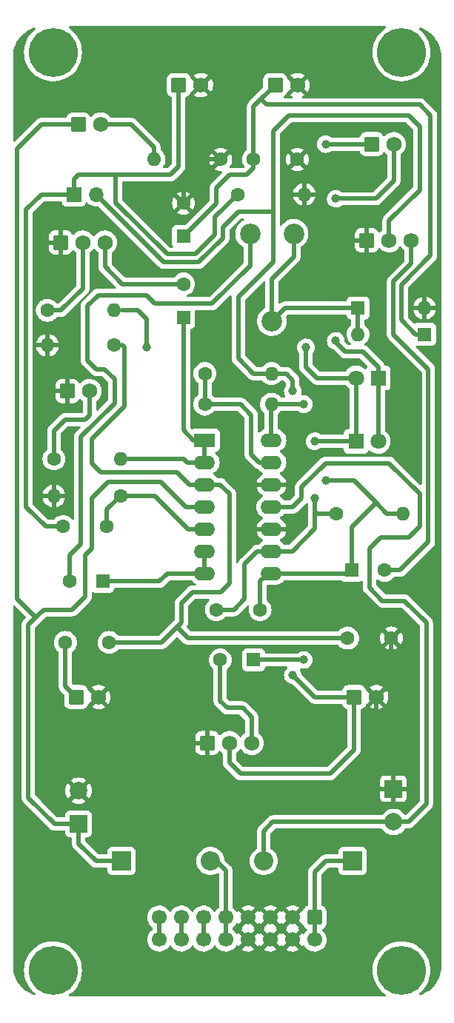
<source format=gbr>
%TF.GenerationSoftware,KiCad,Pcbnew,(6.0.7)*%
%TF.CreationDate,2023-02-15T21:22:59-05:00*%
%TF.ProjectId,PREAMP,50524541-4d50-42e6-9b69-6361645f7063,rev?*%
%TF.SameCoordinates,Original*%
%TF.FileFunction,Copper,L2,Bot*%
%TF.FilePolarity,Positive*%
%FSLAX46Y46*%
G04 Gerber Fmt 4.6, Leading zero omitted, Abs format (unit mm)*
G04 Created by KiCad (PCBNEW (6.0.7)) date 2023-02-15 21:22:59*
%MOMM*%
%LPD*%
G01*
G04 APERTURE LIST*
G04 Aperture macros list*
%AMRoundRect*
0 Rectangle with rounded corners*
0 $1 Rounding radius*
0 $2 $3 $4 $5 $6 $7 $8 $9 X,Y pos of 4 corners*
0 Add a 4 corners polygon primitive as box body*
4,1,4,$2,$3,$4,$5,$6,$7,$8,$9,$2,$3,0*
0 Add four circle primitives for the rounded corners*
1,1,$1+$1,$2,$3*
1,1,$1+$1,$4,$5*
1,1,$1+$1,$6,$7*
1,1,$1+$1,$8,$9*
0 Add four rect primitives between the rounded corners*
20,1,$1+$1,$2,$3,$4,$5,0*
20,1,$1+$1,$4,$5,$6,$7,0*
20,1,$1+$1,$6,$7,$8,$9,0*
20,1,$1+$1,$8,$9,$2,$3,0*%
G04 Aperture macros list end*
%TA.AperFunction,ComponentPad*%
%ADD10C,2.340000*%
%TD*%
%TA.AperFunction,ComponentPad*%
%ADD11R,1.600000X1.600000*%
%TD*%
%TA.AperFunction,ComponentPad*%
%ADD12O,1.600000X1.600000*%
%TD*%
%TA.AperFunction,ComponentPad*%
%ADD13C,1.600000*%
%TD*%
%TA.AperFunction,ComponentPad*%
%ADD14RoundRect,0.250000X-0.620000X-0.620000X0.620000X-0.620000X0.620000X0.620000X-0.620000X0.620000X0*%
%TD*%
%TA.AperFunction,ComponentPad*%
%ADD15C,1.740000*%
%TD*%
%TA.AperFunction,ComponentPad*%
%ADD16C,5.600000*%
%TD*%
%TA.AperFunction,ComponentPad*%
%ADD17R,1.800000X1.800000*%
%TD*%
%TA.AperFunction,ComponentPad*%
%ADD18C,1.800000*%
%TD*%
%TA.AperFunction,ComponentPad*%
%ADD19R,2.400000X1.600000*%
%TD*%
%TA.AperFunction,ComponentPad*%
%ADD20O,2.400000X1.600000*%
%TD*%
%TA.AperFunction,ComponentPad*%
%ADD21R,2.000000X2.000000*%
%TD*%
%TA.AperFunction,ComponentPad*%
%ADD22C,2.000000*%
%TD*%
%TA.AperFunction,ComponentPad*%
%ADD23R,2.200000X2.200000*%
%TD*%
%TA.AperFunction,ComponentPad*%
%ADD24O,2.200000X2.200000*%
%TD*%
%TA.AperFunction,ComponentPad*%
%ADD25R,1.700000X1.700000*%
%TD*%
%TA.AperFunction,ComponentPad*%
%ADD26O,1.700000X1.700000*%
%TD*%
%TA.AperFunction,ComponentPad*%
%ADD27RoundRect,0.250000X-0.600000X0.600000X-0.600000X-0.600000X0.600000X-0.600000X0.600000X0.600000X0*%
%TD*%
%TA.AperFunction,ComponentPad*%
%ADD28C,1.700000*%
%TD*%
%TA.AperFunction,ViaPad*%
%ADD29C,1.000000*%
%TD*%
%TA.AperFunction,Conductor*%
%ADD30C,0.500000*%
%TD*%
G04 APERTURE END LIST*
D10*
%TO.P,R12,1,1*%
%TO.N,Net-(C8-Pad2)*%
X127600000Y-64250000D03*
%TO.P,R12,2,2*%
%TO.N,Net-(D5-Pad1)*%
X130100000Y-74250000D03*
%TO.P,R12,3,3*%
X132600000Y-64250000D03*
%TD*%
D11*
%TO.P,D6,1,K*%
%TO.N,Net-(J5-Pad1)*%
X147560000Y-75750000D03*
D12*
%TO.P,D6,2,A*%
%TO.N,Net-(D5-Pad1)*%
X139940000Y-75750000D03*
%TD*%
D11*
%TO.P,D5,1,K*%
%TO.N,Net-(D5-Pad1)*%
X139940000Y-72750000D03*
D12*
%TO.P,D5,2,A*%
%TO.N,Earth*%
X147560000Y-72750000D03*
%TD*%
D11*
%TO.P,C12,1*%
%TO.N,Net-(J5-Pad1)*%
X120000000Y-64552651D03*
D13*
%TO.P,C12,2*%
%TO.N,Earth*%
X120000000Y-60752651D03*
%TD*%
%TO.P,C11,1*%
%TO.N,Net-(J5-Pad1)*%
X128000000Y-55750000D03*
%TO.P,C11,2*%
%TO.N,Earth*%
X133000000Y-55750000D03*
%TD*%
D14*
%TO.P,J7,1,Pin_1*%
%TO.N,Earth*%
X122710000Y-122500000D03*
D15*
%TO.P,J7,2,Pin_2*%
%TO.N,Net-(J6-Pad1)*%
X125250000Y-122500000D03*
%TO.P,J7,3,Pin_3*%
%TO.N,Net-(C7-Pad2)*%
X127790000Y-122500000D03*
%TD*%
D16*
%TO.P,H2,1*%
%TO.N,N/C*%
X144920000Y-43500000D03*
%TD*%
D17*
%TO.P,D2,1,K*%
%TO.N,Net-(C2-Pad2)*%
X139725000Y-88000000D03*
D18*
%TO.P,D2,2,A*%
%TO.N,Net-(D1-Pad1)*%
X142265000Y-88000000D03*
%TD*%
D11*
%TO.P,C7,1*%
%TO.N,Net-(C7-Pad1)*%
X128000000Y-113000000D03*
D13*
%TO.P,C7,2*%
%TO.N,Net-(C7-Pad2)*%
X124200000Y-113000000D03*
%TD*%
D19*
%TO.P,U1,1*%
%TO.N,Net-(C5-Pad1)*%
X122425000Y-87875000D03*
D20*
%TO.P,U1,2,-*%
X122425000Y-90415000D03*
%TO.P,U1,3,+*%
%TO.N,Net-(C1-Pad2)*%
X122425000Y-92955000D03*
%TO.P,U1,4,V+*%
%TO.N,Net-(C9-Pad1)*%
X122425000Y-95495000D03*
%TO.P,U1,5,+*%
%TO.N,Net-(C4-Pad1)*%
X122425000Y-98035000D03*
%TO.P,U1,6,-*%
%TO.N,Net-(C8-Pad1)*%
X122425000Y-100575000D03*
%TO.P,U1,7*%
X122425000Y-103115000D03*
%TO.P,U1,8*%
%TO.N,Net-(C2-Pad1)*%
X130045000Y-103115000D03*
%TO.P,U1,9,-*%
%TO.N,Net-(C2-Pad2)*%
X130045000Y-100575000D03*
%TO.P,U1,10,+*%
%TO.N,Earth*%
X130045000Y-98035000D03*
%TO.P,U1,11,V-*%
%TO.N,Net-(C10-Pad2)*%
X130045000Y-95495000D03*
%TO.P,U1,12,+*%
%TO.N,Earth*%
X130045000Y-92955000D03*
%TO.P,U1,13,-*%
%TO.N,Net-(R3-Pad1)*%
X130045000Y-90415000D03*
%TO.P,U1,14*%
%TO.N,Net-(C7-Pad1)*%
X130045000Y-87875000D03*
%TD*%
D13*
%TO.P,R8,1*%
%TO.N,Net-(C4-Pad1)*%
X112810000Y-94250000D03*
D12*
%TO.P,R8,2*%
%TO.N,Earth*%
X105190000Y-94250000D03*
%TD*%
D14*
%TO.P,J1,1,Pin_1*%
%TO.N,Net-(C3-Pad1)*%
X107730000Y-117250000D03*
D15*
%TO.P,J1,2,Pin_2*%
%TO.N,Earth*%
X110270000Y-117250000D03*
%TD*%
D21*
%TO.P,C10,1*%
%TO.N,Earth*%
X144000000Y-127732323D03*
D22*
%TO.P,C10,2*%
%TO.N,Net-(C10-Pad2)*%
X144000000Y-131532323D03*
%TD*%
D14*
%TO.P,J6,1,Pin_1*%
%TO.N,Net-(J6-Pad1)*%
X139500000Y-117250000D03*
D15*
%TO.P,J6,2,Pin_2*%
%TO.N,Earth*%
X142040000Y-117250000D03*
%TD*%
D13*
%TO.P,C3,1*%
%TO.N,Net-(C3-Pad1)*%
X106500000Y-111000000D03*
%TO.P,C3,2*%
%TO.N,Net-(C1-Pad2)*%
X111500000Y-111000000D03*
%TD*%
%TO.P,C1,1*%
%TO.N,Earth*%
X143750000Y-110500000D03*
%TO.P,C1,2*%
%TO.N,Net-(C1-Pad2)*%
X138750000Y-110500000D03*
%TD*%
D21*
%TO.P,C9,1*%
%TO.N,Net-(C9-Pad1)*%
X108000000Y-131767677D03*
D22*
%TO.P,C9,2*%
%TO.N,Earth*%
X108000000Y-127967677D03*
%TD*%
D13*
%TO.P,R5,1*%
%TO.N,Earth*%
X124250000Y-55750000D03*
D12*
%TO.P,R5,2*%
%TO.N,Net-(J8-Pad2)*%
X116630000Y-55750000D03*
%TD*%
D14*
%TO.P,R7,1,Pin_1*%
%TO.N,Earth*%
X140960000Y-65000000D03*
D15*
%TO.P,R7,2,Pin_2*%
%TO.N,Net-(J6-Pad1)*%
X143500000Y-65000000D03*
%TO.P,R7,3,Pin_3*%
%TO.N,Net-(C6-Pad2)*%
X146040000Y-65000000D03*
%TD*%
D13*
%TO.P,C2,1*%
%TO.N,Net-(C2-Pad1)*%
X128750000Y-107250000D03*
%TO.P,C2,2*%
%TO.N,Net-(C2-Pad2)*%
X123750000Y-107250000D03*
%TD*%
D14*
%TO.P,S1,1,Pin_1*%
%TO.N,Net-(C2-Pad1)*%
X141500000Y-54000000D03*
D15*
%TO.P,S1,2,Pin_2*%
%TO.N,Net-(D1-Pad1)*%
X144040000Y-54000000D03*
%TD*%
D23*
%TO.P,D4,1,K*%
%TO.N,-12V*%
X139330000Y-136000000D03*
D24*
%TO.P,D4,2,A*%
%TO.N,Net-(C10-Pad2)*%
X129170000Y-136000000D03*
%TD*%
D25*
%TO.P,JP1,1,A*%
%TO.N,Net-(C4-Pad2)*%
X107460000Y-59750000D03*
D26*
%TO.P,JP1,2,B*%
%TO.N,Net-(J6-Pad1)*%
X110000000Y-59750000D03*
%TD*%
D11*
%TO.P,C5,1*%
%TO.N,Net-(C5-Pad1)*%
X120000000Y-73800000D03*
D13*
%TO.P,C5,2*%
%TO.N,Net-(C5-Pad2)*%
X120000000Y-70000000D03*
%TD*%
D14*
%TO.P,J5,1,Pin_1*%
%TO.N,Net-(J5-Pad1)*%
X130480000Y-47250000D03*
D15*
%TO.P,J5,2,Pin_2*%
%TO.N,Earth*%
X133020000Y-47250000D03*
%TD*%
D23*
%TO.P,D3,1,K*%
%TO.N,Net-(C9-Pad1)*%
X112920000Y-136000000D03*
D24*
%TO.P,D3,2,A*%
%TO.N,+12V*%
X123080000Y-136000000D03*
%TD*%
D14*
%TO.P,J8,1,Pin_1*%
%TO.N,Net-(C9-Pad1)*%
X107980000Y-51750000D03*
D15*
%TO.P,J8,2,Pin_2*%
%TO.N,Net-(J8-Pad2)*%
X110520000Y-51750000D03*
%TD*%
D13*
%TO.P,R10,1*%
%TO.N,Net-(C2-Pad2)*%
X137440000Y-96250000D03*
D12*
%TO.P,R10,2*%
%TO.N,Net-(C2-Pad1)*%
X145060000Y-96250000D03*
%TD*%
D13*
%TO.P,R4,1*%
%TO.N,Net-(R3-Pad1)*%
X122440000Y-83750000D03*
D12*
%TO.P,R4,2*%
%TO.N,Net-(C7-Pad1)*%
X130060000Y-83750000D03*
%TD*%
D13*
%TO.P,R2,1*%
%TO.N,Net-(R2-Pad1)*%
X104440000Y-73000000D03*
D12*
%TO.P,R2,2*%
%TO.N,Net-(C2-Pad2)*%
X112060000Y-73000000D03*
%TD*%
D13*
%TO.P,R1,1*%
%TO.N,Net-(J4-Pad2)*%
X105190000Y-90000000D03*
D12*
%TO.P,R1,2*%
%TO.N,Net-(C5-Pad1)*%
X112810000Y-90000000D03*
%TD*%
D13*
%TO.P,R3,1*%
%TO.N,Net-(R3-Pad1)*%
X122440000Y-80250000D03*
D12*
%TO.P,R3,2*%
%TO.N,Net-(J6-Pad1)*%
X130060000Y-80250000D03*
%TD*%
D11*
%TO.P,C8,1*%
%TO.N,Net-(C8-Pad1)*%
X110750000Y-104000000D03*
D13*
%TO.P,C8,2*%
%TO.N,Net-(C8-Pad2)*%
X106950000Y-104000000D03*
%TD*%
D14*
%TO.P,J2,1,Pin_1*%
%TO.N,Net-(C4-Pad2)*%
X119460000Y-47250000D03*
D15*
%TO.P,J2,2,Pin_2*%
%TO.N,Earth*%
X122000000Y-47250000D03*
%TD*%
D13*
%TO.P,R11,1*%
%TO.N,Net-(C4-Pad2)*%
X126190000Y-59750000D03*
D12*
%TO.P,R11,2*%
%TO.N,Earth*%
X133810000Y-59750000D03*
%TD*%
D14*
%TO.P,R6,1,Pin_1*%
%TO.N,Earth*%
X105960000Y-65250000D03*
D15*
%TO.P,R6,2,Pin_2*%
%TO.N,Net-(R2-Pad1)*%
X108500000Y-65250000D03*
%TO.P,R6,3,Pin_3*%
%TO.N,Net-(C5-Pad2)*%
X111040000Y-65250000D03*
%TD*%
D14*
%TO.P,J4,1,Pin_1*%
%TO.N,Earth*%
X106730000Y-82250000D03*
D15*
%TO.P,J4,2,Pin_2*%
%TO.N,Net-(J4-Pad2)*%
X109270000Y-82250000D03*
%TD*%
D27*
%TO.P,J3,1,Pin_1*%
%TO.N,-12V*%
X135000000Y-142460000D03*
D28*
%TO.P,J3,2,Pin_2*%
X135000000Y-145000000D03*
%TO.P,J3,3,Pin_3*%
%TO.N,Earth*%
X132460000Y-142460000D03*
%TO.P,J3,4,Pin_4*%
X132460000Y-145000000D03*
%TO.P,J3,5,Pin_5*%
X129920000Y-142460000D03*
%TO.P,J3,6,Pin_6*%
X129920000Y-145000000D03*
%TO.P,J3,7,Pin_7*%
X127380000Y-142460000D03*
%TO.P,J3,8,Pin_8*%
X127380000Y-145000000D03*
%TO.P,J3,9,Pin_9*%
%TO.N,+12V*%
X124840000Y-142460000D03*
%TO.P,J3,10,Pin_10*%
X124840000Y-145000000D03*
%TO.P,J3,11,Pin_11*%
%TO.N,+5V*%
X122300000Y-142460000D03*
%TO.P,J3,12,Pin_12*%
X122300000Y-145000000D03*
%TO.P,J3,13,Pin_13*%
%TO.N,CV*%
X119760000Y-142460000D03*
%TO.P,J3,14,Pin_14*%
X119760000Y-145000000D03*
%TO.P,J3,15,Pin_15*%
%TO.N,GATE*%
X117220000Y-142460000D03*
%TO.P,J3,16,Pin_16*%
X117220000Y-145000000D03*
%TD*%
D11*
%TO.P,C6,1*%
%TO.N,Net-(C2-Pad1)*%
X139197349Y-102750000D03*
D13*
%TO.P,C6,2*%
%TO.N,Net-(C6-Pad2)*%
X142997349Y-102750000D03*
%TD*%
%TO.P,R9,1*%
%TO.N,Net-(C1-Pad2)*%
X112060000Y-77000000D03*
D12*
%TO.P,R9,2*%
%TO.N,Earth*%
X104440000Y-77000000D03*
%TD*%
D16*
%TO.P,H4,1*%
%TO.N,N/C*%
X144920000Y-148500000D03*
%TD*%
%TO.P,H1,1*%
%TO.N,N/C*%
X105080000Y-43500000D03*
%TD*%
D17*
%TO.P,D1,1,K*%
%TO.N,Net-(D1-Pad1)*%
X142250000Y-80750000D03*
D18*
%TO.P,D1,2,A*%
%TO.N,Net-(C2-Pad2)*%
X139710000Y-80750000D03*
%TD*%
D13*
%TO.P,C4,1*%
%TO.N,Net-(C4-Pad1)*%
X111250000Y-97750000D03*
%TO.P,C4,2*%
%TO.N,Net-(C4-Pad2)*%
X106250000Y-97750000D03*
%TD*%
D16*
%TO.P,H3,1*%
%TO.N,N/C*%
X105080000Y-148500000D03*
%TD*%
D29*
%TO.N,Earth*%
X137750000Y-47500000D03*
X137750000Y-52250000D03*
%TO.N,Net-(C2-Pad1)*%
X136250000Y-54000000D03*
%TO.N,Earth*%
X114750000Y-59250000D03*
X114750000Y-68250000D03*
%TO.N,Net-(D1-Pad1)*%
X137399500Y-60250000D03*
X137399500Y-76500000D03*
%TO.N,Net-(C2-Pad2)*%
X115750000Y-77250000D03*
X134000000Y-77250000D03*
%TO.N,Net-(C7-Pad1)*%
X133750000Y-83750000D03*
%TO.N,Net-(J6-Pad1)*%
X132500000Y-82250000D03*
%TO.N,Net-(C2-Pad1)*%
X136250000Y-92500000D03*
%TO.N,Net-(C2-Pad2)*%
X135000000Y-94500000D03*
X135000000Y-88000000D03*
%TO.N,Net-(C7-Pad1)*%
X133750000Y-113000000D03*
%TO.N,Net-(J6-Pad1)*%
X132500000Y-114750000D03*
%TD*%
D30*
%TO.N,Net-(J6-Pad1)*%
X124500000Y-64750000D02*
X124500000Y-63500000D01*
X121750000Y-67500000D02*
X124500000Y-64750000D01*
X117750000Y-67500000D02*
X121750000Y-67500000D01*
X110000000Y-59750000D02*
X117750000Y-67500000D01*
X130250000Y-61750000D02*
X130250000Y-62000000D01*
X124500000Y-63500000D02*
X126250000Y-61750000D01*
X126250000Y-61750000D02*
X130250000Y-61750000D01*
X130250000Y-52500000D02*
X130250000Y-61750000D01*
X132000000Y-50750000D02*
X130250000Y-52500000D01*
X147000000Y-52000000D02*
X145750000Y-50750000D01*
X147000000Y-59250000D02*
X147000000Y-52000000D01*
X145750000Y-50750000D02*
X132000000Y-50750000D01*
X143500000Y-62750000D02*
X147000000Y-59250000D01*
X143500000Y-65000000D02*
X143500000Y-62750000D01*
%TO.N,Net-(C2-Pad1)*%
X141500000Y-54000000D02*
X136250000Y-54000000D01*
%TO.N,Net-(C6-Pad2)*%
X144000000Y-75750000D02*
X144000000Y-69727208D01*
X148000000Y-79750000D02*
X144000000Y-75750000D01*
X148000000Y-99500000D02*
X148000000Y-79750000D01*
%TO.N,Net-(C2-Pad2)*%
X135000000Y-94500000D02*
X135000000Y-96000000D01*
%TO.N,Net-(J5-Pad1)*%
X146522792Y-75750000D02*
X147560000Y-75750000D01*
X144900000Y-74127208D02*
X146522792Y-75750000D01*
X144900000Y-70100000D02*
X144900000Y-74127208D01*
X148250000Y-50750000D02*
X148250000Y-66750000D01*
X147000000Y-49500000D02*
X148250000Y-50750000D01*
X128865000Y-48865000D02*
X129500000Y-49500000D01*
X129500000Y-49500000D02*
X147000000Y-49500000D01*
X148250000Y-66750000D02*
X144900000Y-70100000D01*
X128865000Y-48865000D02*
X128000000Y-49730000D01*
X130480000Y-47250000D02*
X128865000Y-48865000D01*
%TO.N,Net-(C5-Pad2)*%
X113000000Y-70000000D02*
X120000000Y-70000000D01*
X111040000Y-68040000D02*
X113000000Y-70000000D01*
X111040000Y-65250000D02*
X111040000Y-68040000D01*
%TO.N,Net-(C8-Pad2)*%
X116750000Y-72250000D02*
X115761396Y-71261396D01*
X123250000Y-72250000D02*
X116750000Y-72250000D01*
X127600000Y-67900000D02*
X123250000Y-72250000D01*
X115761396Y-71261396D02*
X110261396Y-71261396D01*
X127600000Y-64250000D02*
X127600000Y-67900000D01*
X109000000Y-72522792D02*
X110261396Y-71261396D01*
%TO.N,Net-(R2-Pad1)*%
X106000000Y-73000000D02*
X104440000Y-73000000D01*
X108500000Y-70500000D02*
X106000000Y-73000000D01*
X108500000Y-65250000D02*
X108500000Y-70500000D01*
%TO.N,Net-(J4-Pad2)*%
X109270000Y-84980000D02*
X108750000Y-85500000D01*
X109270000Y-82250000D02*
X109270000Y-84980000D01*
%TO.N,Net-(D1-Pad1)*%
X144040000Y-58210000D02*
X144040000Y-54000000D01*
X137399500Y-60250000D02*
X142000000Y-60250000D01*
X137399500Y-76649500D02*
X137399500Y-76500000D01*
X138500000Y-77750000D02*
X137399500Y-76649500D01*
X142000000Y-60250000D02*
X144040000Y-58210000D01*
X140500000Y-77750000D02*
X138500000Y-77750000D01*
%TO.N,Net-(J6-Pad1)*%
X130250000Y-67500000D02*
X130250000Y-62000000D01*
%TO.N,Net-(C6-Pad2)*%
X144750000Y-102750000D02*
X142997349Y-102750000D01*
X148000000Y-99500000D02*
X144750000Y-102750000D01*
X146040000Y-67687208D02*
X144000000Y-69727208D01*
X146040000Y-65000000D02*
X146040000Y-67687208D01*
%TO.N,Net-(D5-Pad1)*%
X131600000Y-72750000D02*
X139940000Y-72750000D01*
X139940000Y-75750000D02*
X139940000Y-72750000D01*
X131600000Y-72750000D02*
X130100000Y-74250000D01*
%TO.N,Net-(D1-Pad1)*%
X142250000Y-79500000D02*
X140500000Y-77750000D01*
X142250000Y-80750000D02*
X142250000Y-79500000D01*
%TO.N,Net-(D5-Pad1)*%
X132600000Y-66900000D02*
X130100000Y-69400000D01*
X130100000Y-69400000D02*
X130100000Y-74250000D01*
X132600000Y-64250000D02*
X132600000Y-66900000D01*
%TO.N,Net-(J5-Pad1)*%
X128000000Y-49730000D02*
X128000000Y-55750000D01*
X128000000Y-56750000D02*
X128000000Y-55750000D01*
X127250000Y-57500000D02*
X128000000Y-56750000D01*
X125250000Y-57500000D02*
X127250000Y-57500000D01*
X123750000Y-59000000D02*
X125250000Y-57500000D01*
X123750000Y-60802651D02*
X123750000Y-59000000D01*
X120000000Y-64552651D02*
X123750000Y-60802651D01*
%TO.N,Earth*%
X122000000Y-55750000D02*
X124250000Y-55750000D01*
X120000000Y-57750000D02*
X122000000Y-55750000D01*
X120000000Y-60752651D02*
X120000000Y-57750000D01*
%TO.N,Net-(C4-Pad2)*%
X108000000Y-57500000D02*
X107460000Y-58040000D01*
X112250000Y-57500000D02*
X108000000Y-57500000D01*
X123600000Y-62340000D02*
X126190000Y-59750000D01*
X118122792Y-66600000D02*
X121377208Y-66600000D01*
X121377208Y-66600000D02*
X123600000Y-64377208D01*
X112250000Y-57500000D02*
X112250000Y-60727208D01*
X118500000Y-57500000D02*
X112250000Y-57500000D01*
X112250000Y-60727208D02*
X118122792Y-66600000D01*
X119460000Y-56540000D02*
X118500000Y-57500000D01*
X119460000Y-47250000D02*
X119460000Y-56540000D01*
X123600000Y-64377208D02*
X123600000Y-62340000D01*
%TO.N,Net-(J8-Pad2)*%
X116630000Y-54380000D02*
X114000000Y-51750000D01*
X116630000Y-55750000D02*
X116630000Y-54380000D01*
X114000000Y-51750000D02*
X110520000Y-51750000D01*
%TO.N,Net-(J6-Pad1)*%
X128000000Y-80250000D02*
X130060000Y-80250000D01*
X126250000Y-78500000D02*
X128000000Y-80250000D01*
X126250000Y-71500000D02*
X126250000Y-78500000D01*
X130250000Y-67500000D02*
X126250000Y-71500000D01*
%TO.N,Net-(R3-Pad1)*%
X122440000Y-83750000D02*
X122440000Y-80250000D01*
%TO.N,Net-(C5-Pad1)*%
X121125000Y-87875000D02*
X122425000Y-87875000D01*
X120000000Y-86750000D02*
X121125000Y-87875000D01*
X120000000Y-73800000D02*
X120000000Y-86750000D01*
%TO.N,Net-(C2-Pad2)*%
X114750000Y-73000000D02*
X113000000Y-73000000D01*
X115750000Y-77250000D02*
X115750000Y-74000000D01*
X115750000Y-74000000D02*
X114750000Y-73000000D01*
X134000000Y-79500000D02*
X134000000Y-77250000D01*
%TO.N,Net-(J6-Pad1)*%
X132500000Y-81000000D02*
X132500000Y-82250000D01*
X131750000Y-80250000D02*
X132500000Y-81000000D01*
X130060000Y-80250000D02*
X131750000Y-80250000D01*
%TO.N,Net-(C4-Pad1)*%
X116750000Y-94250000D02*
X112810000Y-94250000D01*
X122425000Y-98035000D02*
X120535000Y-98035000D01*
X120535000Y-98035000D02*
X116750000Y-94250000D01*
%TO.N,Net-(C8-Pad1)*%
X122425000Y-103115000D02*
X118135000Y-103115000D01*
X118135000Y-103115000D02*
X117250000Y-104000000D01*
X122425000Y-100575000D02*
X122425000Y-103115000D01*
%TO.N,Net-(C1-Pad2)*%
X121000000Y-105250000D02*
X119750000Y-106500000D01*
X124250000Y-105250000D02*
X121000000Y-105250000D01*
X125250000Y-104250000D02*
X124250000Y-105250000D01*
X125250000Y-94000000D02*
X125250000Y-104250000D01*
X124205000Y-92955000D02*
X125250000Y-94000000D01*
X122425000Y-92955000D02*
X124205000Y-92955000D01*
X119750000Y-106500000D02*
X119750000Y-108500000D01*
%TO.N,Net-(C2-Pad2)*%
X127000000Y-102000000D02*
X128425000Y-100575000D01*
X125750000Y-107250000D02*
X127000000Y-106000000D01*
X127000000Y-106000000D02*
X127000000Y-102000000D01*
X123750000Y-107250000D02*
X125750000Y-107250000D01*
X128425000Y-100575000D02*
X128575000Y-100575000D01*
X130045000Y-100575000D02*
X128575000Y-100575000D01*
%TO.N,Net-(C4-Pad1)*%
X111250000Y-95810000D02*
X112810000Y-94250000D01*
X111250000Y-97750000D02*
X111250000Y-95810000D01*
%TO.N,Net-(C9-Pad1)*%
X104000000Y-107250000D02*
X103125000Y-108125000D01*
X107250000Y-107250000D02*
X104000000Y-107250000D01*
X109500000Y-100250000D02*
X108750000Y-101000000D01*
X109500000Y-94500000D02*
X109500000Y-100250000D01*
X108750000Y-101000000D02*
X108750000Y-105750000D01*
X111380000Y-92620000D02*
X109500000Y-94500000D01*
X120245000Y-95495000D02*
X117370000Y-92620000D01*
X117370000Y-92620000D02*
X111380000Y-92620000D01*
X122425000Y-95495000D02*
X120245000Y-95495000D01*
X108750000Y-105750000D02*
X107250000Y-107250000D01*
%TO.N,Net-(C1-Pad2)*%
X120705000Y-92955000D02*
X119250000Y-91500000D01*
X122425000Y-92955000D02*
X120705000Y-92955000D01*
%TO.N,Net-(C5-Pad1)*%
X120000000Y-90000000D02*
X112810000Y-90000000D01*
X120415000Y-90415000D02*
X120000000Y-90000000D01*
X122425000Y-90415000D02*
X120415000Y-90415000D01*
X122425000Y-90415000D02*
X122425000Y-87875000D01*
%TO.N,Net-(R3-Pad1)*%
X127750000Y-89500000D02*
X128665000Y-90415000D01*
X127750000Y-85000000D02*
X127750000Y-89500000D01*
X126500000Y-83750000D02*
X127750000Y-85000000D01*
X128665000Y-90415000D02*
X130045000Y-90415000D01*
X122440000Y-83750000D02*
X126500000Y-83750000D01*
%TO.N,Net-(C7-Pad1)*%
X130045000Y-83765000D02*
X130060000Y-83750000D01*
X130045000Y-87875000D02*
X130045000Y-83765000D01*
X130060000Y-83750000D02*
X133750000Y-83750000D01*
%TO.N,Earth*%
X127545000Y-92955000D02*
X130045000Y-92955000D01*
X127000000Y-93500000D02*
X127545000Y-92955000D01*
X127785000Y-98035000D02*
X127000000Y-97250000D01*
X127000000Y-97250000D02*
X127000000Y-93500000D01*
X130045000Y-98035000D02*
X127785000Y-98035000D01*
%TO.N,Net-(C10-Pad2)*%
X132505000Y-95495000D02*
X133500000Y-94500000D01*
X133500000Y-94500000D02*
X133500000Y-93250000D01*
X133500000Y-93250000D02*
X136250000Y-90500000D01*
X130045000Y-95495000D02*
X132505000Y-95495000D01*
X143510000Y-90500000D02*
X136250000Y-90500000D01*
%TO.N,Net-(C2-Pad1)*%
X139197349Y-97802651D02*
X142000000Y-95000000D01*
X139197349Y-102750000D02*
X139197349Y-97802651D01*
X142000000Y-95000000D02*
X139500000Y-92500000D01*
X143250000Y-96250000D02*
X142000000Y-95000000D01*
X145060000Y-96250000D02*
X143250000Y-96250000D01*
X139500000Y-92500000D02*
X136250000Y-92500000D01*
X138832349Y-103115000D02*
X139197349Y-102750000D01*
X130045000Y-103115000D02*
X138832349Y-103115000D01*
X128750000Y-104000000D02*
X128750000Y-107250000D01*
X129635000Y-103115000D02*
X128750000Y-104000000D01*
X130045000Y-103115000D02*
X129635000Y-103115000D01*
%TO.N,Net-(C2-Pad2)*%
X135250000Y-96250000D02*
X135000000Y-96000000D01*
X137440000Y-96250000D02*
X135250000Y-96250000D01*
X135000000Y-98000000D02*
X135000000Y-96000000D01*
X132425000Y-100575000D02*
X135000000Y-98000000D01*
X130045000Y-100575000D02*
X132425000Y-100575000D01*
%TO.N,Earth*%
X142040000Y-123290000D02*
X142040000Y-117250000D01*
X144000000Y-125250000D02*
X142040000Y-123290000D01*
X143750000Y-110500000D02*
X143750000Y-115540000D01*
X144000000Y-127232323D02*
X144000000Y-125250000D01*
X143750000Y-115540000D02*
X142040000Y-117250000D01*
%TO.N,Net-(C1-Pad2)*%
X109500000Y-87750000D02*
X113250000Y-84000000D01*
X120500000Y-110500000D02*
X119250000Y-109250000D01*
X138750000Y-110500000D02*
X120500000Y-110500000D01*
X109500000Y-90500000D02*
X109500000Y-87750000D01*
X119250000Y-91500000D02*
X110500000Y-91500000D01*
X119750000Y-108500000D02*
X119750000Y-108750000D01*
X110500000Y-91500000D02*
X109500000Y-90500000D01*
X119250000Y-109250000D02*
X117500000Y-111000000D01*
X117500000Y-111000000D02*
X111500000Y-111000000D01*
X119750000Y-108750000D02*
X119250000Y-109250000D01*
X113250000Y-84000000D02*
X113250000Y-77250000D01*
X113250000Y-77250000D02*
X113000000Y-77000000D01*
%TO.N,Net-(C2-Pad2)*%
X139710000Y-87985000D02*
X139725000Y-88000000D01*
X134000000Y-79500000D02*
X135250000Y-80750000D01*
X135000000Y-88000000D02*
X139725000Y-88000000D01*
X139710000Y-80750000D02*
X139710000Y-87985000D01*
X135250000Y-80750000D02*
X139710000Y-80750000D01*
%TO.N,Net-(C3-Pad1)*%
X107730000Y-117250000D02*
X106500000Y-116020000D01*
X106500000Y-116020000D02*
X106500000Y-111000000D01*
%TO.N,Net-(C4-Pad2)*%
X107460000Y-59750000D02*
X107460000Y-58040000D01*
X102000000Y-95500000D02*
X102000000Y-61500000D01*
X103750000Y-59750000D02*
X107460000Y-59750000D01*
X106250000Y-97750000D02*
X104250000Y-97750000D01*
X104250000Y-97750000D02*
X102000000Y-95500000D01*
X102000000Y-61500000D02*
X103750000Y-59750000D01*
%TO.N,Net-(C7-Pad1)*%
X128000000Y-113000000D02*
X132250000Y-113000000D01*
X132250000Y-113000000D02*
X133750000Y-113000000D01*
%TO.N,Net-(C7-Pad2)*%
X125000000Y-118500000D02*
X124200000Y-117700000D01*
X124200000Y-117700000D02*
X124200000Y-113000000D01*
X127790000Y-119540000D02*
X126750000Y-118500000D01*
X126750000Y-118500000D02*
X125000000Y-118500000D01*
X127790000Y-122500000D02*
X127790000Y-119540000D01*
%TO.N,Net-(C8-Pad1)*%
X110750000Y-104000000D02*
X117250000Y-104000000D01*
%TO.N,Net-(C8-Pad2)*%
X111000000Y-79750000D02*
X110000000Y-79750000D01*
X106950000Y-104000000D02*
X106950000Y-101050000D01*
X109000000Y-78750000D02*
X109000000Y-72522792D01*
X112125000Y-83625000D02*
X112125000Y-80875000D01*
X108250000Y-87500000D02*
X112125000Y-83625000D01*
X108250000Y-99750000D02*
X108250000Y-87500000D01*
X110000000Y-79750000D02*
X109000000Y-78750000D01*
X106950000Y-101050000D02*
X108250000Y-99750000D01*
X112125000Y-80875000D02*
X111000000Y-79750000D01*
%TO.N,Net-(C9-Pad1)*%
X103125000Y-108125000D02*
X102250000Y-109000000D01*
X110000000Y-136000000D02*
X112920000Y-136000000D01*
X105267677Y-131767677D02*
X108000000Y-131767677D01*
X107980000Y-51750000D02*
X103750000Y-51750000D01*
X102250000Y-128750000D02*
X105267677Y-131767677D01*
X101000000Y-54500000D02*
X101000000Y-106000000D01*
X102250000Y-109000000D02*
X102250000Y-128750000D01*
X101000000Y-106000000D02*
X103125000Y-108125000D01*
X108000000Y-131767677D02*
X108000000Y-134000000D01*
X108000000Y-134000000D02*
X110000000Y-136000000D01*
X103750000Y-51750000D02*
X101000000Y-54500000D01*
%TO.N,Net-(C10-Pad2)*%
X145717677Y-131532323D02*
X147750000Y-129500000D01*
X147000000Y-97750000D02*
X147000000Y-93990000D01*
X147750000Y-129500000D02*
X147750000Y-108750000D01*
X142500000Y-99000000D02*
X145750000Y-99000000D01*
X130217677Y-131532323D02*
X129170000Y-132580000D01*
X142750000Y-106250000D02*
X141250000Y-104750000D01*
X145750000Y-99000000D02*
X147000000Y-97750000D01*
X145250000Y-106250000D02*
X142750000Y-106250000D01*
X129170000Y-136000000D02*
X129170000Y-132580000D01*
X141250000Y-100250000D02*
X142500000Y-99000000D01*
X141250000Y-104750000D02*
X141250000Y-100250000D01*
X147000000Y-93990000D02*
X143510000Y-90500000D01*
X144000000Y-131532323D02*
X145717677Y-131532323D01*
X147750000Y-108750000D02*
X145250000Y-106250000D01*
X144000000Y-131532323D02*
X130217677Y-131532323D01*
%TO.N,Net-(D1-Pad1)*%
X142250000Y-87985000D02*
X142265000Y-88000000D01*
X142250000Y-80750000D02*
X142250000Y-87985000D01*
%TO.N,+12V*%
X124840000Y-145000000D02*
X124840000Y-142460000D01*
X124840000Y-137090000D02*
X124840000Y-142460000D01*
X123080000Y-136000000D02*
X123750000Y-136000000D01*
X123750000Y-136000000D02*
X124840000Y-137090000D01*
%TO.N,-12V*%
X139330000Y-136000000D02*
X136250000Y-136000000D01*
X136250000Y-136000000D02*
X135000000Y-137250000D01*
X135000000Y-137250000D02*
X135000000Y-142460000D01*
X135000000Y-145000000D02*
X135000000Y-142460000D01*
%TO.N,+5V*%
X122300000Y-145000000D02*
X122300000Y-142460000D01*
%TO.N,CV*%
X119760000Y-145000000D02*
X119760000Y-142460000D01*
%TO.N,GATE*%
X117220000Y-145000000D02*
X117220000Y-142460000D01*
%TO.N,Net-(J4-Pad2)*%
X106500000Y-85500000D02*
X105190000Y-86810000D01*
X105190000Y-86810000D02*
X105190000Y-90000000D01*
X108750000Y-85500000D02*
X106500000Y-85500000D01*
%TO.N,Net-(J6-Pad1)*%
X136750000Y-126000000D02*
X139500000Y-123250000D01*
X125250000Y-124750000D02*
X126500000Y-126000000D01*
X139500000Y-123250000D02*
X139500000Y-117250000D01*
X125250000Y-122500000D02*
X125250000Y-124750000D01*
X126500000Y-126000000D02*
X136750000Y-126000000D01*
X135000000Y-117250000D02*
X132500000Y-114750000D01*
X139500000Y-117250000D02*
X135000000Y-117250000D01*
%TD*%
%TA.AperFunction,Conductor*%
%TO.N,Earth*%
G36*
X143088127Y-40528502D02*
G01*
X143134620Y-40582158D01*
X143144724Y-40652432D01*
X143115230Y-40717012D01*
X143084715Y-40742614D01*
X143067193Y-40753101D01*
X143064467Y-40755163D01*
X143064465Y-40755164D01*
X142845493Y-40920772D01*
X142781367Y-40969270D01*
X142520559Y-41215043D01*
X142287819Y-41487546D01*
X142285900Y-41490358D01*
X142285897Y-41490363D01*
X142260919Y-41526980D01*
X142085871Y-41783591D01*
X141917077Y-42099714D01*
X141783411Y-42432218D01*
X141782491Y-42435492D01*
X141782489Y-42435497D01*
X141716661Y-42669689D01*
X141686437Y-42777213D01*
X141627290Y-43130663D01*
X141606661Y-43488434D01*
X141624792Y-43846340D01*
X141625329Y-43849695D01*
X141625330Y-43849701D01*
X141647901Y-43990618D01*
X141681470Y-44200195D01*
X141776033Y-44545859D01*
X141907374Y-44879288D01*
X142073957Y-45196582D01*
X142075858Y-45199411D01*
X142075864Y-45199421D01*
X142259569Y-45472800D01*
X142273834Y-45494029D01*
X142504665Y-45768150D01*
X142763751Y-46015738D01*
X143048061Y-46233897D01*
X143080056Y-46253350D01*
X143351355Y-46418303D01*
X143351360Y-46418306D01*
X143354270Y-46420075D01*
X143357358Y-46421521D01*
X143357357Y-46421521D01*
X143675710Y-46570649D01*
X143675720Y-46570653D01*
X143678794Y-46572093D01*
X143682012Y-46573195D01*
X143682015Y-46573196D01*
X144014615Y-46687071D01*
X144014623Y-46687073D01*
X144017838Y-46688174D01*
X144367435Y-46766959D01*
X144419728Y-46772917D01*
X144720114Y-46807142D01*
X144720122Y-46807142D01*
X144723497Y-46807527D01*
X144726901Y-46807545D01*
X144726904Y-46807545D01*
X144921227Y-46808562D01*
X145081857Y-46809403D01*
X145085243Y-46809053D01*
X145085245Y-46809053D01*
X145434932Y-46772917D01*
X145434941Y-46772916D01*
X145438324Y-46772566D01*
X145441657Y-46771852D01*
X145441660Y-46771851D01*
X145614186Y-46734864D01*
X145788727Y-46697446D01*
X146128968Y-46584922D01*
X146455066Y-46436311D01*
X146672409Y-46307262D01*
X146760262Y-46255099D01*
X146760267Y-46255096D01*
X146763207Y-46253350D01*
X147049786Y-46038180D01*
X147311451Y-45793319D01*
X147545140Y-45521630D01*
X147651750Y-45366512D01*
X147746190Y-45229101D01*
X147746195Y-45229094D01*
X147748120Y-45226292D01*
X147749732Y-45223298D01*
X147749737Y-45223290D01*
X147916395Y-44913772D01*
X147918017Y-44910760D01*
X148052842Y-44578724D01*
X148063142Y-44542568D01*
X148083527Y-44471006D01*
X148151020Y-44234070D01*
X148188885Y-44012552D01*
X148210829Y-43884175D01*
X148210829Y-43884173D01*
X148211401Y-43880828D01*
X148213511Y-43846340D01*
X148233168Y-43524928D01*
X148233278Y-43523131D01*
X148233359Y-43500000D01*
X148213979Y-43142159D01*
X148156066Y-42788505D01*
X148060297Y-42443173D01*
X148057243Y-42435497D01*
X147929052Y-42113369D01*
X147927793Y-42110205D01*
X147897768Y-42053498D01*
X147761702Y-41796513D01*
X147761698Y-41796506D01*
X147760103Y-41793494D01*
X147559190Y-41496746D01*
X147327403Y-41223432D01*
X147067454Y-40976750D01*
X146975276Y-40906529D01*
X146933209Y-40849337D01*
X146928740Y-40778481D01*
X146963288Y-40716457D01*
X147025884Y-40682958D01*
X147094079Y-40687665D01*
X147330311Y-40772191D01*
X147341735Y-40776922D01*
X147409500Y-40808972D01*
X147640292Y-40918128D01*
X147651188Y-40923953D01*
X147743181Y-40979091D01*
X147934467Y-41093744D01*
X147944748Y-41100614D01*
X148210017Y-41297350D01*
X148219556Y-41305177D01*
X148464282Y-41526985D01*
X148473015Y-41535718D01*
X148694823Y-41780444D01*
X148702650Y-41789983D01*
X148846901Y-41984483D01*
X148899386Y-42055252D01*
X148906256Y-42065533D01*
X149076045Y-42348807D01*
X149081872Y-42359708D01*
X149121348Y-42443173D01*
X149223078Y-42658265D01*
X149227810Y-42669689D01*
X149339072Y-42980645D01*
X149342661Y-42992477D01*
X149422909Y-43312841D01*
X149425321Y-43324969D01*
X149473779Y-43651650D01*
X149474990Y-43663949D01*
X149484117Y-43849701D01*
X149489390Y-43957034D01*
X149488042Y-43982598D01*
X149486309Y-43993724D01*
X149487474Y-44002630D01*
X149490436Y-44025283D01*
X149491500Y-44041621D01*
X149491500Y-147950633D01*
X149490000Y-147970018D01*
X149486309Y-147993724D01*
X149487473Y-148002627D01*
X149487473Y-148002628D01*
X149488839Y-148013076D01*
X149489751Y-148035594D01*
X149485081Y-148130663D01*
X149474991Y-148336045D01*
X149473779Y-148348350D01*
X149425321Y-148675031D01*
X149422909Y-148687159D01*
X149342661Y-149007523D01*
X149339072Y-149019355D01*
X149227810Y-149330311D01*
X149223078Y-149341735D01*
X149081874Y-149640288D01*
X149076045Y-149651193D01*
X148906256Y-149934467D01*
X148899386Y-149944748D01*
X148702650Y-150210017D01*
X148694823Y-150219556D01*
X148473020Y-150464277D01*
X148464282Y-150473015D01*
X148219556Y-150694823D01*
X148210017Y-150702650D01*
X148015517Y-150846901D01*
X147944748Y-150899386D01*
X147934467Y-150906256D01*
X147792101Y-150991588D01*
X147651188Y-151076047D01*
X147640292Y-151081872D01*
X147618155Y-151092342D01*
X147341735Y-151223078D01*
X147330311Y-151227810D01*
X147095748Y-151311738D01*
X147024871Y-151315854D01*
X146963020Y-151280998D01*
X146929832Y-151218236D01*
X146935844Y-151147494D01*
X146977644Y-151092346D01*
X147049786Y-151038180D01*
X147311451Y-150793319D01*
X147545140Y-150521630D01*
X147727429Y-150256398D01*
X147746190Y-150229101D01*
X147746195Y-150229094D01*
X147748120Y-150226292D01*
X147749732Y-150223298D01*
X147749737Y-150223290D01*
X147916395Y-149913772D01*
X147918017Y-149910760D01*
X148052842Y-149578724D01*
X148063142Y-149542568D01*
X148083527Y-149471006D01*
X148151020Y-149234070D01*
X148211401Y-148880828D01*
X148213511Y-148846340D01*
X148233168Y-148524928D01*
X148233278Y-148523131D01*
X148233359Y-148500000D01*
X148213979Y-148142159D01*
X148156066Y-147788505D01*
X148060297Y-147443173D01*
X148057243Y-147435497D01*
X147929052Y-147113369D01*
X147927793Y-147110205D01*
X147897768Y-147053498D01*
X147761702Y-146796513D01*
X147761698Y-146796506D01*
X147760103Y-146793494D01*
X147559190Y-146496746D01*
X147327403Y-146223432D01*
X147067454Y-145976750D01*
X146836341Y-145800689D01*
X146785091Y-145761647D01*
X146785089Y-145761646D01*
X146782384Y-145759585D01*
X146779472Y-145757828D01*
X146779467Y-145757825D01*
X146478443Y-145576236D01*
X146478437Y-145576233D01*
X146475528Y-145574478D01*
X146150475Y-145423593D01*
X145975620Y-145364408D01*
X145814255Y-145309789D01*
X145814250Y-145309788D01*
X145811028Y-145308697D01*
X145612681Y-145264724D01*
X145464493Y-145231871D01*
X145464487Y-145231870D01*
X145461158Y-145231132D01*
X145457769Y-145230758D01*
X145457764Y-145230757D01*
X145108338Y-145192180D01*
X145108333Y-145192180D01*
X145104957Y-145191807D01*
X145101558Y-145191801D01*
X145101557Y-145191801D01*
X144932080Y-145191505D01*
X144746592Y-145191182D01*
X144633413Y-145203277D01*
X144393639Y-145228901D01*
X144393631Y-145228902D01*
X144390256Y-145229263D01*
X144040117Y-145305606D01*
X143700271Y-145419317D01*
X143697178Y-145420739D01*
X143697177Y-145420740D01*
X143690974Y-145423593D01*
X143374694Y-145569066D01*
X143371760Y-145570822D01*
X143371758Y-145570823D01*
X143074288Y-145748855D01*
X143067193Y-145753101D01*
X143064467Y-145755163D01*
X143064465Y-145755164D01*
X142894790Y-145883489D01*
X142781367Y-145969270D01*
X142520559Y-146215043D01*
X142518347Y-146217633D01*
X142518345Y-146217635D01*
X142510576Y-146226731D01*
X142287819Y-146487546D01*
X142285900Y-146490358D01*
X142285897Y-146490363D01*
X142192624Y-146627097D01*
X142085871Y-146783591D01*
X141917077Y-147099714D01*
X141783411Y-147432218D01*
X141782491Y-147435492D01*
X141782489Y-147435497D01*
X141780332Y-147443173D01*
X141686437Y-147777213D01*
X141685875Y-147780570D01*
X141685875Y-147780571D01*
X141643199Y-148035597D01*
X141627290Y-148130663D01*
X141606661Y-148488434D01*
X141624792Y-148846340D01*
X141625329Y-148849695D01*
X141625330Y-148849701D01*
X141630316Y-148880828D01*
X141681470Y-149200195D01*
X141776033Y-149545859D01*
X141907374Y-149879288D01*
X142073957Y-150196582D01*
X142075858Y-150199411D01*
X142075864Y-150199421D01*
X142253841Y-150464277D01*
X142273834Y-150494029D01*
X142504665Y-150768150D01*
X142763751Y-151015738D01*
X143048061Y-151233897D01*
X143050979Y-151235671D01*
X143087437Y-151257838D01*
X143135252Y-151310319D01*
X143147103Y-151380320D01*
X143119228Y-151445615D01*
X143060477Y-151485474D01*
X143021978Y-151491500D01*
X106981120Y-151491500D01*
X106912999Y-151471498D01*
X106866506Y-151417842D01*
X106856402Y-151347568D01*
X106885896Y-151282988D01*
X106916789Y-151257161D01*
X106923207Y-151253350D01*
X106957225Y-151227809D01*
X107021095Y-151179854D01*
X107209786Y-151038180D01*
X107471451Y-150793319D01*
X107705140Y-150521630D01*
X107887429Y-150256398D01*
X107906190Y-150229101D01*
X107906195Y-150229094D01*
X107908120Y-150226292D01*
X107909732Y-150223298D01*
X107909737Y-150223290D01*
X108076395Y-149913772D01*
X108078017Y-149910760D01*
X108212842Y-149578724D01*
X108223142Y-149542568D01*
X108243527Y-149471006D01*
X108311020Y-149234070D01*
X108371401Y-148880828D01*
X108373511Y-148846340D01*
X108393168Y-148524928D01*
X108393278Y-148523131D01*
X108393359Y-148500000D01*
X108373979Y-148142159D01*
X108316066Y-147788505D01*
X108220297Y-147443173D01*
X108217243Y-147435497D01*
X108089052Y-147113369D01*
X108087793Y-147110205D01*
X108057768Y-147053498D01*
X107921702Y-146796513D01*
X107921698Y-146796506D01*
X107920103Y-146793494D01*
X107719190Y-146496746D01*
X107487403Y-146223432D01*
X107227454Y-145976750D01*
X106996341Y-145800689D01*
X106945091Y-145761647D01*
X106945089Y-145761646D01*
X106942384Y-145759585D01*
X106939472Y-145757828D01*
X106939467Y-145757825D01*
X106638443Y-145576236D01*
X106638437Y-145576233D01*
X106635528Y-145574478D01*
X106310475Y-145423593D01*
X106135620Y-145364408D01*
X105974255Y-145309789D01*
X105974250Y-145309788D01*
X105971028Y-145308697D01*
X105772681Y-145264724D01*
X105624493Y-145231871D01*
X105624487Y-145231870D01*
X105621158Y-145231132D01*
X105617769Y-145230758D01*
X105617764Y-145230757D01*
X105268338Y-145192180D01*
X105268333Y-145192180D01*
X105264957Y-145191807D01*
X105261558Y-145191801D01*
X105261557Y-145191801D01*
X105092080Y-145191505D01*
X104906592Y-145191182D01*
X104793413Y-145203277D01*
X104553639Y-145228901D01*
X104553631Y-145228902D01*
X104550256Y-145229263D01*
X104200117Y-145305606D01*
X103860271Y-145419317D01*
X103857178Y-145420739D01*
X103857177Y-145420740D01*
X103850974Y-145423593D01*
X103534694Y-145569066D01*
X103531760Y-145570822D01*
X103531758Y-145570823D01*
X103234288Y-145748855D01*
X103227193Y-145753101D01*
X103224467Y-145755163D01*
X103224465Y-145755164D01*
X103054790Y-145883489D01*
X102941367Y-145969270D01*
X102680559Y-146215043D01*
X102678347Y-146217633D01*
X102678345Y-146217635D01*
X102670576Y-146226731D01*
X102447819Y-146487546D01*
X102445900Y-146490358D01*
X102445897Y-146490363D01*
X102352624Y-146627097D01*
X102245871Y-146783591D01*
X102077077Y-147099714D01*
X101943411Y-147432218D01*
X101942491Y-147435492D01*
X101942489Y-147435497D01*
X101940332Y-147443173D01*
X101846437Y-147777213D01*
X101845875Y-147780570D01*
X101845875Y-147780571D01*
X101803199Y-148035597D01*
X101787290Y-148130663D01*
X101766661Y-148488434D01*
X101784792Y-148846340D01*
X101785329Y-148849695D01*
X101785330Y-148849701D01*
X101790316Y-148880828D01*
X101841470Y-149200195D01*
X101936033Y-149545859D01*
X102067374Y-149879288D01*
X102233957Y-150196582D01*
X102235858Y-150199411D01*
X102235864Y-150199421D01*
X102413841Y-150464277D01*
X102433834Y-150494029D01*
X102664665Y-150768150D01*
X102923751Y-151015738D01*
X103025694Y-151093962D01*
X103067559Y-151151297D01*
X103071781Y-151222168D01*
X103037017Y-151284071D01*
X102974304Y-151317352D01*
X102906540Y-151312556D01*
X102669689Y-151227809D01*
X102658265Y-151223078D01*
X102381845Y-151092342D01*
X102359708Y-151081872D01*
X102348812Y-151076047D01*
X102207899Y-150991588D01*
X102065533Y-150906256D01*
X102055252Y-150899386D01*
X101984483Y-150846901D01*
X101789983Y-150702650D01*
X101780444Y-150694823D01*
X101535718Y-150473015D01*
X101526980Y-150464277D01*
X101305177Y-150219556D01*
X101297350Y-150210017D01*
X101100614Y-149944748D01*
X101093744Y-149934467D01*
X100923955Y-149651193D01*
X100918126Y-149640288D01*
X100776922Y-149341735D01*
X100772190Y-149330311D01*
X100660928Y-149019355D01*
X100657339Y-149007523D01*
X100577091Y-148687159D01*
X100574679Y-148675031D01*
X100526221Y-148348351D01*
X100525009Y-148336045D01*
X100510795Y-148046695D01*
X100512387Y-148019619D01*
X100513576Y-148012552D01*
X100513729Y-148000000D01*
X100509773Y-147972376D01*
X100508500Y-147954514D01*
X100508500Y-144966695D01*
X115857251Y-144966695D01*
X115857548Y-144971848D01*
X115857548Y-144971851D01*
X115863011Y-145066590D01*
X115870110Y-145189715D01*
X115871247Y-145194761D01*
X115871248Y-145194767D01*
X115879186Y-145229988D01*
X115919222Y-145407639D01*
X116003266Y-145614616D01*
X116054019Y-145697438D01*
X116117291Y-145800688D01*
X116119987Y-145805088D01*
X116266250Y-145973938D01*
X116438126Y-146116632D01*
X116631000Y-146229338D01*
X116839692Y-146309030D01*
X116844760Y-146310061D01*
X116844763Y-146310062D01*
X116949604Y-146331392D01*
X117058597Y-146353567D01*
X117063772Y-146353757D01*
X117063774Y-146353757D01*
X117276673Y-146361564D01*
X117276677Y-146361564D01*
X117281837Y-146361753D01*
X117286957Y-146361097D01*
X117286959Y-146361097D01*
X117498288Y-146334025D01*
X117498289Y-146334025D01*
X117503416Y-146333368D01*
X117508366Y-146331883D01*
X117712429Y-146270661D01*
X117712434Y-146270659D01*
X117717384Y-146269174D01*
X117917994Y-146170896D01*
X118099860Y-146041173D01*
X118169661Y-145971616D01*
X118254435Y-145887137D01*
X118258096Y-145883489D01*
X118317594Y-145800689D01*
X118388453Y-145702077D01*
X118389776Y-145703028D01*
X118436645Y-145659857D01*
X118506580Y-145647625D01*
X118572026Y-145675144D01*
X118599875Y-145706994D01*
X118659987Y-145805088D01*
X118806250Y-145973938D01*
X118978126Y-146116632D01*
X119171000Y-146229338D01*
X119379692Y-146309030D01*
X119384760Y-146310061D01*
X119384763Y-146310062D01*
X119489604Y-146331392D01*
X119598597Y-146353567D01*
X119603772Y-146353757D01*
X119603774Y-146353757D01*
X119816673Y-146361564D01*
X119816677Y-146361564D01*
X119821837Y-146361753D01*
X119826957Y-146361097D01*
X119826959Y-146361097D01*
X120038288Y-146334025D01*
X120038289Y-146334025D01*
X120043416Y-146333368D01*
X120048366Y-146331883D01*
X120252429Y-146270661D01*
X120252434Y-146270659D01*
X120257384Y-146269174D01*
X120457994Y-146170896D01*
X120639860Y-146041173D01*
X120709661Y-145971616D01*
X120794435Y-145887137D01*
X120798096Y-145883489D01*
X120857594Y-145800689D01*
X120928453Y-145702077D01*
X120929776Y-145703028D01*
X120976645Y-145659857D01*
X121046580Y-145647625D01*
X121112026Y-145675144D01*
X121139875Y-145706994D01*
X121199987Y-145805088D01*
X121346250Y-145973938D01*
X121518126Y-146116632D01*
X121711000Y-146229338D01*
X121919692Y-146309030D01*
X121924760Y-146310061D01*
X121924763Y-146310062D01*
X122029604Y-146331392D01*
X122138597Y-146353567D01*
X122143772Y-146353757D01*
X122143774Y-146353757D01*
X122356673Y-146361564D01*
X122356677Y-146361564D01*
X122361837Y-146361753D01*
X122366957Y-146361097D01*
X122366959Y-146361097D01*
X122578288Y-146334025D01*
X122578289Y-146334025D01*
X122583416Y-146333368D01*
X122588366Y-146331883D01*
X122792429Y-146270661D01*
X122792434Y-146270659D01*
X122797384Y-146269174D01*
X122997994Y-146170896D01*
X123179860Y-146041173D01*
X123249661Y-145971616D01*
X123334435Y-145887137D01*
X123338096Y-145883489D01*
X123397594Y-145800689D01*
X123468453Y-145702077D01*
X123469776Y-145703028D01*
X123516645Y-145659857D01*
X123586580Y-145647625D01*
X123652026Y-145675144D01*
X123679875Y-145706994D01*
X123739987Y-145805088D01*
X123886250Y-145973938D01*
X124058126Y-146116632D01*
X124251000Y-146229338D01*
X124459692Y-146309030D01*
X124464760Y-146310061D01*
X124464763Y-146310062D01*
X124569604Y-146331392D01*
X124678597Y-146353567D01*
X124683772Y-146353757D01*
X124683774Y-146353757D01*
X124896673Y-146361564D01*
X124896677Y-146361564D01*
X124901837Y-146361753D01*
X124906957Y-146361097D01*
X124906959Y-146361097D01*
X125118288Y-146334025D01*
X125118289Y-146334025D01*
X125123416Y-146333368D01*
X125128366Y-146331883D01*
X125332429Y-146270661D01*
X125332434Y-146270659D01*
X125337384Y-146269174D01*
X125537994Y-146170896D01*
X125602544Y-146124853D01*
X126619977Y-146124853D01*
X126625258Y-146131907D01*
X126786756Y-146226279D01*
X126796042Y-146230729D01*
X126995001Y-146306703D01*
X127004899Y-146309579D01*
X127213595Y-146352038D01*
X127223823Y-146353257D01*
X127436650Y-146361062D01*
X127446936Y-146360595D01*
X127658185Y-146333534D01*
X127668262Y-146331392D01*
X127872255Y-146270191D01*
X127881842Y-146266433D01*
X128073098Y-146172738D01*
X128081944Y-146167465D01*
X128129247Y-146133723D01*
X128136211Y-146124853D01*
X129159977Y-146124853D01*
X129165258Y-146131907D01*
X129326756Y-146226279D01*
X129336042Y-146230729D01*
X129535001Y-146306703D01*
X129544899Y-146309579D01*
X129753595Y-146352038D01*
X129763823Y-146353257D01*
X129976650Y-146361062D01*
X129986936Y-146360595D01*
X130198185Y-146333534D01*
X130208262Y-146331392D01*
X130412255Y-146270191D01*
X130421842Y-146266433D01*
X130613098Y-146172738D01*
X130621944Y-146167465D01*
X130669247Y-146133723D01*
X130676211Y-146124853D01*
X131699977Y-146124853D01*
X131705258Y-146131907D01*
X131866756Y-146226279D01*
X131876042Y-146230729D01*
X132075001Y-146306703D01*
X132084899Y-146309579D01*
X132293595Y-146352038D01*
X132303823Y-146353257D01*
X132516650Y-146361062D01*
X132526936Y-146360595D01*
X132738185Y-146333534D01*
X132748262Y-146331392D01*
X132952255Y-146270191D01*
X132961842Y-146266433D01*
X133153098Y-146172738D01*
X133161944Y-146167465D01*
X133209247Y-146133723D01*
X133217648Y-146123023D01*
X133210660Y-146109870D01*
X132472812Y-145372022D01*
X132458868Y-145364408D01*
X132457035Y-145364539D01*
X132450420Y-145368790D01*
X131706737Y-146112473D01*
X131699977Y-146124853D01*
X130676211Y-146124853D01*
X130677648Y-146123023D01*
X130670660Y-146109870D01*
X129932812Y-145372022D01*
X129918868Y-145364408D01*
X129917035Y-145364539D01*
X129910420Y-145368790D01*
X129166737Y-146112473D01*
X129159977Y-146124853D01*
X128136211Y-146124853D01*
X128137648Y-146123023D01*
X128130660Y-146109870D01*
X127392812Y-145372022D01*
X127378868Y-145364408D01*
X127377035Y-145364539D01*
X127370420Y-145368790D01*
X126626737Y-146112473D01*
X126619977Y-146124853D01*
X125602544Y-146124853D01*
X125719860Y-146041173D01*
X125789661Y-145971616D01*
X125874435Y-145887137D01*
X125878096Y-145883489D01*
X125937594Y-145800689D01*
X126008453Y-145702077D01*
X126009640Y-145702930D01*
X126056960Y-145659362D01*
X126126897Y-145647145D01*
X126192338Y-145674678D01*
X126220166Y-145706512D01*
X126246459Y-145749419D01*
X126256916Y-145758880D01*
X126265694Y-145755096D01*
X127007978Y-145012812D01*
X127014356Y-145001132D01*
X127744408Y-145001132D01*
X127744539Y-145002965D01*
X127748790Y-145009580D01*
X128490474Y-145751264D01*
X128502484Y-145757823D01*
X128514223Y-145748855D01*
X128548022Y-145701819D01*
X128549149Y-145702629D01*
X128596659Y-145658881D01*
X128666596Y-145646661D01*
X128732038Y-145674191D01*
X128759870Y-145706029D01*
X128786459Y-145749419D01*
X128796916Y-145758880D01*
X128805694Y-145755096D01*
X129547978Y-145012812D01*
X129554356Y-145001132D01*
X130284408Y-145001132D01*
X130284539Y-145002965D01*
X130288790Y-145009580D01*
X131030474Y-145751264D01*
X131042484Y-145757823D01*
X131054223Y-145748855D01*
X131088022Y-145701819D01*
X131089149Y-145702629D01*
X131136659Y-145658881D01*
X131206596Y-145646661D01*
X131272038Y-145674191D01*
X131299870Y-145706029D01*
X131326459Y-145749419D01*
X131336916Y-145758880D01*
X131345694Y-145755096D01*
X132087978Y-145012812D01*
X132094356Y-145001132D01*
X132824408Y-145001132D01*
X132824539Y-145002965D01*
X132828790Y-145009580D01*
X133570474Y-145751264D01*
X133582484Y-145757823D01*
X133594223Y-145748855D01*
X133628022Y-145701819D01*
X133629277Y-145702721D01*
X133676391Y-145659355D01*
X133746330Y-145647148D01*
X133811767Y-145674691D01*
X133839580Y-145706513D01*
X133897287Y-145800683D01*
X133897291Y-145800688D01*
X133899987Y-145805088D01*
X134046250Y-145973938D01*
X134218126Y-146116632D01*
X134411000Y-146229338D01*
X134619692Y-146309030D01*
X134624760Y-146310061D01*
X134624763Y-146310062D01*
X134729604Y-146331392D01*
X134838597Y-146353567D01*
X134843772Y-146353757D01*
X134843774Y-146353757D01*
X135056673Y-146361564D01*
X135056677Y-146361564D01*
X135061837Y-146361753D01*
X135066957Y-146361097D01*
X135066959Y-146361097D01*
X135278288Y-146334025D01*
X135278289Y-146334025D01*
X135283416Y-146333368D01*
X135288366Y-146331883D01*
X135492429Y-146270661D01*
X135492434Y-146270659D01*
X135497384Y-146269174D01*
X135697994Y-146170896D01*
X135879860Y-146041173D01*
X135949661Y-145971616D01*
X136034435Y-145887137D01*
X136038096Y-145883489D01*
X136097594Y-145800689D01*
X136165435Y-145706277D01*
X136168453Y-145702077D01*
X136181995Y-145674678D01*
X136265136Y-145506453D01*
X136265137Y-145506451D01*
X136267430Y-145501811D01*
X136326327Y-145307959D01*
X136330865Y-145293023D01*
X136330865Y-145293021D01*
X136332370Y-145288069D01*
X136361529Y-145066590D01*
X136363156Y-145000000D01*
X136344852Y-144777361D01*
X136290431Y-144560702D01*
X136201354Y-144355840D01*
X136080014Y-144168277D01*
X135929670Y-144003051D01*
X135925626Y-143999857D01*
X135925614Y-143999846D01*
X135887007Y-143969356D01*
X135845945Y-143911439D01*
X135842714Y-143840515D01*
X135878339Y-143779104D01*
X135911650Y-143756374D01*
X135917004Y-143753866D01*
X135923946Y-143751550D01*
X136074348Y-143658478D01*
X136199305Y-143533303D01*
X136221357Y-143497529D01*
X136288275Y-143388968D01*
X136288276Y-143388966D01*
X136292115Y-143382738D01*
X136347797Y-143214861D01*
X136358500Y-143110400D01*
X136358500Y-141809600D01*
X136358077Y-141805523D01*
X136348238Y-141710692D01*
X136348237Y-141710688D01*
X136347526Y-141703834D01*
X136313598Y-141602138D01*
X136293868Y-141543002D01*
X136291550Y-141536054D01*
X136198478Y-141385652D01*
X136073303Y-141260695D01*
X136067072Y-141256854D01*
X135928968Y-141171725D01*
X135928966Y-141171724D01*
X135922738Y-141167885D01*
X135851571Y-141144280D01*
X135844833Y-141142045D01*
X135786473Y-141101614D01*
X135759236Y-141036050D01*
X135758500Y-141022452D01*
X135758500Y-137616371D01*
X135778502Y-137548250D01*
X135795405Y-137527276D01*
X136527276Y-136795405D01*
X136589588Y-136761379D01*
X136616371Y-136758500D01*
X137595500Y-136758500D01*
X137663621Y-136778502D01*
X137710114Y-136832158D01*
X137721500Y-136884500D01*
X137721500Y-137148134D01*
X137728255Y-137210316D01*
X137779385Y-137346705D01*
X137866739Y-137463261D01*
X137983295Y-137550615D01*
X138119684Y-137601745D01*
X138181866Y-137608500D01*
X140478134Y-137608500D01*
X140540316Y-137601745D01*
X140676705Y-137550615D01*
X140793261Y-137463261D01*
X140880615Y-137346705D01*
X140931745Y-137210316D01*
X140938500Y-137148134D01*
X140938500Y-134851866D01*
X140931745Y-134789684D01*
X140880615Y-134653295D01*
X140793261Y-134536739D01*
X140676705Y-134449385D01*
X140540316Y-134398255D01*
X140478134Y-134391500D01*
X138181866Y-134391500D01*
X138119684Y-134398255D01*
X137983295Y-134449385D01*
X137866739Y-134536739D01*
X137779385Y-134653295D01*
X137728255Y-134789684D01*
X137721500Y-134851866D01*
X137721500Y-135115500D01*
X137701498Y-135183621D01*
X137647842Y-135230114D01*
X137595500Y-135241500D01*
X136317070Y-135241500D01*
X136298120Y-135240067D01*
X136283885Y-135237901D01*
X136283881Y-135237901D01*
X136276651Y-135236801D01*
X136269359Y-135237394D01*
X136269356Y-135237394D01*
X136223982Y-135241085D01*
X136213767Y-135241500D01*
X136205707Y-135241500D01*
X136202073Y-135241924D01*
X136202067Y-135241924D01*
X136189042Y-135243443D01*
X136177480Y-135244791D01*
X136173132Y-135245221D01*
X136100364Y-135251140D01*
X136093403Y-135253395D01*
X136087463Y-135254582D01*
X136081588Y-135255971D01*
X136074319Y-135256818D01*
X136005670Y-135281736D01*
X136001542Y-135283153D01*
X135939064Y-135303393D01*
X135939062Y-135303394D01*
X135932101Y-135305649D01*
X135925846Y-135309445D01*
X135920372Y-135311951D01*
X135914942Y-135314670D01*
X135908063Y-135317167D01*
X135901943Y-135321180D01*
X135901942Y-135321180D01*
X135847024Y-135357186D01*
X135843320Y-135359523D01*
X135780893Y-135397405D01*
X135772516Y-135404803D01*
X135772492Y-135404776D01*
X135769500Y-135407429D01*
X135766267Y-135410132D01*
X135760148Y-135414144D01*
X135755116Y-135419456D01*
X135706872Y-135470383D01*
X135704494Y-135472825D01*
X134511089Y-136666230D01*
X134496677Y-136678616D01*
X134485082Y-136687149D01*
X134485077Y-136687154D01*
X134479182Y-136691492D01*
X134474443Y-136697070D01*
X134474440Y-136697073D01*
X134444965Y-136731768D01*
X134438035Y-136739284D01*
X134432340Y-136744979D01*
X134430060Y-136747861D01*
X134414719Y-136767251D01*
X134411928Y-136770655D01*
X134369409Y-136820703D01*
X134364667Y-136826285D01*
X134361339Y-136832801D01*
X134357972Y-136837850D01*
X134354805Y-136842979D01*
X134350266Y-136848716D01*
X134319345Y-136914875D01*
X134317442Y-136918769D01*
X134284231Y-136983808D01*
X134282492Y-136990916D01*
X134280393Y-136996559D01*
X134278476Y-137002322D01*
X134275378Y-137008950D01*
X134273888Y-137016112D01*
X134273888Y-137016113D01*
X134260514Y-137080412D01*
X134259544Y-137084696D01*
X134242192Y-137155610D01*
X134241500Y-137166764D01*
X134241464Y-137166762D01*
X134241225Y-137170755D01*
X134240851Y-137174947D01*
X134239360Y-137182115D01*
X134239558Y-137189432D01*
X134241454Y-137259521D01*
X134241500Y-137262928D01*
X134241500Y-141022462D01*
X134221498Y-141090583D01*
X134167842Y-141137076D01*
X134155376Y-141141986D01*
X134094347Y-141162347D01*
X134076054Y-141168450D01*
X133925652Y-141261522D01*
X133920479Y-141266704D01*
X133864762Y-141322518D01*
X133800695Y-141386697D01*
X133796855Y-141392927D01*
X133796854Y-141392928D01*
X133753630Y-141463051D01*
X133707885Y-141537262D01*
X133705581Y-141544209D01*
X133683236Y-141611577D01*
X133642806Y-141669937D01*
X133616330Y-141686366D01*
X133572811Y-141706399D01*
X132832022Y-142447188D01*
X132824408Y-142461132D01*
X132824539Y-142462965D01*
X132828790Y-142469580D01*
X133570474Y-143211264D01*
X133610998Y-143233393D01*
X133623589Y-143236132D01*
X133673791Y-143286335D01*
X133682726Y-143306842D01*
X133708450Y-143383946D01*
X133801522Y-143534348D01*
X133926697Y-143659305D01*
X133932927Y-143663145D01*
X133932928Y-143663146D01*
X134059104Y-143740922D01*
X134077262Y-143752115D01*
X134084209Y-143754419D01*
X134086276Y-143755383D01*
X134139561Y-143802299D01*
X134159023Y-143870576D01*
X134138482Y-143938536D01*
X134108681Y-143970337D01*
X134094965Y-143980635D01*
X133940629Y-144142138D01*
X133833204Y-144299618D01*
X133832898Y-144300066D01*
X133777987Y-144345069D01*
X133707462Y-144353240D01*
X133643715Y-144321986D01*
X133623017Y-144297501D01*
X133593062Y-144251197D01*
X133582377Y-144241995D01*
X133572812Y-144246398D01*
X132832022Y-144987188D01*
X132824408Y-145001132D01*
X132094356Y-145001132D01*
X132095592Y-144998868D01*
X132095461Y-144997035D01*
X132091210Y-144990420D01*
X131349849Y-144249059D01*
X131338313Y-144242759D01*
X131326028Y-144252384D01*
X131293192Y-144300520D01*
X131238281Y-144345523D01*
X131167756Y-144353694D01*
X131104009Y-144322440D01*
X131083311Y-144297955D01*
X131053062Y-144251197D01*
X131042377Y-144241995D01*
X131032812Y-144246398D01*
X130292022Y-144987188D01*
X130284408Y-145001132D01*
X129554356Y-145001132D01*
X129555592Y-144998868D01*
X129555461Y-144997035D01*
X129551210Y-144990420D01*
X128809849Y-144249059D01*
X128798313Y-144242759D01*
X128786028Y-144252384D01*
X128753192Y-144300520D01*
X128698281Y-144345523D01*
X128627756Y-144353694D01*
X128564009Y-144322440D01*
X128543311Y-144297955D01*
X128513062Y-144251197D01*
X128502377Y-144241995D01*
X128492812Y-144246398D01*
X127752022Y-144987188D01*
X127744408Y-145001132D01*
X127014356Y-145001132D01*
X127015592Y-144998868D01*
X127015461Y-144997035D01*
X127011210Y-144990420D01*
X126269849Y-144249059D01*
X126258313Y-144242759D01*
X126246031Y-144252382D01*
X126213499Y-144300072D01*
X126158587Y-144345075D01*
X126088063Y-144353246D01*
X126024316Y-144321992D01*
X126003618Y-144297508D01*
X125922822Y-144172617D01*
X125922820Y-144172614D01*
X125920014Y-144168277D01*
X125769670Y-144003051D01*
X125737362Y-143977535D01*
X125646407Y-143905703D01*
X125605345Y-143847785D01*
X125598500Y-143806821D01*
X125598500Y-143652632D01*
X125618402Y-143584853D01*
X126619977Y-143584853D01*
X126625258Y-143591907D01*
X126672479Y-143619501D01*
X126721203Y-143671139D01*
X126734274Y-143740922D01*
X126707543Y-143806694D01*
X126667087Y-143840053D01*
X126658466Y-143844541D01*
X126649734Y-143850039D01*
X126629677Y-143865099D01*
X126621223Y-143876427D01*
X126627968Y-143888758D01*
X127367188Y-144627978D01*
X127381132Y-144635592D01*
X127382965Y-144635461D01*
X127389580Y-144631210D01*
X128133389Y-143887401D01*
X128140410Y-143874544D01*
X128133611Y-143865213D01*
X128129559Y-143862521D01*
X128092116Y-143841852D01*
X128042145Y-143791420D01*
X128027373Y-143721977D01*
X128052489Y-143655572D01*
X128079840Y-143628965D01*
X128129247Y-143593723D01*
X128136211Y-143584853D01*
X129159977Y-143584853D01*
X129165258Y-143591907D01*
X129212479Y-143619501D01*
X129261203Y-143671139D01*
X129274274Y-143740922D01*
X129247543Y-143806694D01*
X129207087Y-143840053D01*
X129198466Y-143844541D01*
X129189734Y-143850039D01*
X129169677Y-143865099D01*
X129161223Y-143876427D01*
X129167968Y-143888758D01*
X129907188Y-144627978D01*
X129921132Y-144635592D01*
X129922965Y-144635461D01*
X129929580Y-144631210D01*
X130673389Y-143887401D01*
X130680410Y-143874544D01*
X130673611Y-143865213D01*
X130669559Y-143862521D01*
X130632116Y-143841852D01*
X130582145Y-143791420D01*
X130567373Y-143721977D01*
X130592489Y-143655572D01*
X130619840Y-143628965D01*
X130669247Y-143593723D01*
X130676211Y-143584853D01*
X131699977Y-143584853D01*
X131705258Y-143591907D01*
X131752479Y-143619501D01*
X131801203Y-143671139D01*
X131814274Y-143740922D01*
X131787543Y-143806694D01*
X131747087Y-143840053D01*
X131738466Y-143844541D01*
X131729734Y-143850039D01*
X131709677Y-143865099D01*
X131701223Y-143876427D01*
X131707968Y-143888758D01*
X132447188Y-144627978D01*
X132461132Y-144635592D01*
X132462965Y-144635461D01*
X132469580Y-144631210D01*
X133213389Y-143887401D01*
X133220410Y-143874544D01*
X133213611Y-143865213D01*
X133209559Y-143862521D01*
X133172116Y-143841852D01*
X133122145Y-143791420D01*
X133107373Y-143721977D01*
X133132489Y-143655572D01*
X133159840Y-143628965D01*
X133209247Y-143593723D01*
X133217648Y-143583023D01*
X133210660Y-143569870D01*
X132472812Y-142832022D01*
X132458868Y-142824408D01*
X132457035Y-142824539D01*
X132450420Y-142828790D01*
X131706737Y-143572473D01*
X131699977Y-143584853D01*
X130676211Y-143584853D01*
X130677648Y-143583023D01*
X130670660Y-143569870D01*
X129932812Y-142832022D01*
X129918868Y-142824408D01*
X129917035Y-142824539D01*
X129910420Y-142828790D01*
X129166737Y-143572473D01*
X129159977Y-143584853D01*
X128136211Y-143584853D01*
X128137648Y-143583023D01*
X128130660Y-143569870D01*
X127392812Y-142832022D01*
X127378868Y-142824408D01*
X127377035Y-142824539D01*
X127370420Y-142828790D01*
X126626737Y-143572473D01*
X126619977Y-143584853D01*
X125618402Y-143584853D01*
X125618502Y-143584511D01*
X125651331Y-143550054D01*
X125719860Y-143501173D01*
X125878096Y-143343489D01*
X125904430Y-143306842D01*
X126008453Y-143162077D01*
X126009640Y-143162930D01*
X126056960Y-143119362D01*
X126126897Y-143107145D01*
X126192338Y-143134678D01*
X126220166Y-143166512D01*
X126246459Y-143209419D01*
X126256916Y-143218880D01*
X126265694Y-143215096D01*
X127007978Y-142472812D01*
X127014356Y-142461132D01*
X127744408Y-142461132D01*
X127744539Y-142462965D01*
X127748790Y-142469580D01*
X128490474Y-143211264D01*
X128502484Y-143217823D01*
X128514223Y-143208855D01*
X128548022Y-143161819D01*
X128549149Y-143162629D01*
X128596659Y-143118881D01*
X128666596Y-143106661D01*
X128732038Y-143134191D01*
X128759870Y-143166029D01*
X128786459Y-143209419D01*
X128796916Y-143218880D01*
X128805694Y-143215096D01*
X129547978Y-142472812D01*
X129554356Y-142461132D01*
X130284408Y-142461132D01*
X130284539Y-142462965D01*
X130288790Y-142469580D01*
X131030474Y-143211264D01*
X131042484Y-143217823D01*
X131054223Y-143208855D01*
X131088022Y-143161819D01*
X131089149Y-143162629D01*
X131136659Y-143118881D01*
X131206596Y-143106661D01*
X131272038Y-143134191D01*
X131299870Y-143166029D01*
X131326459Y-143209419D01*
X131336916Y-143218880D01*
X131345694Y-143215096D01*
X132087978Y-142472812D01*
X132095592Y-142458868D01*
X132095461Y-142457035D01*
X132091210Y-142450420D01*
X131349849Y-141709059D01*
X131338313Y-141702759D01*
X131326028Y-141712384D01*
X131293192Y-141760520D01*
X131238281Y-141805523D01*
X131167756Y-141813694D01*
X131104009Y-141782440D01*
X131083311Y-141757955D01*
X131053062Y-141711197D01*
X131042377Y-141701995D01*
X131032812Y-141706398D01*
X130292022Y-142447188D01*
X130284408Y-142461132D01*
X129554356Y-142461132D01*
X129555592Y-142458868D01*
X129555461Y-142457035D01*
X129551210Y-142450420D01*
X128809849Y-141709059D01*
X128798313Y-141702759D01*
X128786028Y-141712384D01*
X128753192Y-141760520D01*
X128698281Y-141805523D01*
X128627756Y-141813694D01*
X128564009Y-141782440D01*
X128543311Y-141757955D01*
X128513062Y-141711197D01*
X128502377Y-141701995D01*
X128492812Y-141706398D01*
X127752022Y-142447188D01*
X127744408Y-142461132D01*
X127014356Y-142461132D01*
X127015592Y-142458868D01*
X127015461Y-142457035D01*
X127011210Y-142450420D01*
X126269849Y-141709059D01*
X126258313Y-141702759D01*
X126246031Y-141712382D01*
X126213499Y-141760072D01*
X126158587Y-141805075D01*
X126088063Y-141813246D01*
X126024316Y-141781992D01*
X126003618Y-141757508D01*
X125922822Y-141632617D01*
X125922820Y-141632614D01*
X125920014Y-141628277D01*
X125769670Y-141463051D01*
X125765615Y-141459848D01*
X125646407Y-141365703D01*
X125625651Y-141336427D01*
X126621223Y-141336427D01*
X126627968Y-141348758D01*
X127367188Y-142087978D01*
X127381132Y-142095592D01*
X127382965Y-142095461D01*
X127389580Y-142091210D01*
X128133389Y-141347401D01*
X128139382Y-141336427D01*
X129161223Y-141336427D01*
X129167968Y-141348758D01*
X129907188Y-142087978D01*
X129921132Y-142095592D01*
X129922965Y-142095461D01*
X129929580Y-142091210D01*
X130673389Y-141347401D01*
X130679382Y-141336427D01*
X131701223Y-141336427D01*
X131707968Y-141348758D01*
X132447188Y-142087978D01*
X132461132Y-142095592D01*
X132462965Y-142095461D01*
X132469580Y-142091210D01*
X133213389Y-141347401D01*
X133220410Y-141334544D01*
X133213611Y-141325213D01*
X133209554Y-141322518D01*
X133023117Y-141219599D01*
X133013705Y-141215369D01*
X132812959Y-141144280D01*
X132802989Y-141141646D01*
X132593327Y-141104301D01*
X132583073Y-141103331D01*
X132370116Y-141100728D01*
X132359832Y-141101448D01*
X132149321Y-141133661D01*
X132139293Y-141136050D01*
X131936868Y-141202212D01*
X131927359Y-141206209D01*
X131738466Y-141304540D01*
X131729734Y-141310039D01*
X131709677Y-141325099D01*
X131701223Y-141336427D01*
X130679382Y-141336427D01*
X130680410Y-141334544D01*
X130673611Y-141325213D01*
X130669554Y-141322518D01*
X130483117Y-141219599D01*
X130473705Y-141215369D01*
X130272959Y-141144280D01*
X130262989Y-141141646D01*
X130053327Y-141104301D01*
X130043073Y-141103331D01*
X129830116Y-141100728D01*
X129819832Y-141101448D01*
X129609321Y-141133661D01*
X129599293Y-141136050D01*
X129396868Y-141202212D01*
X129387359Y-141206209D01*
X129198466Y-141304540D01*
X129189734Y-141310039D01*
X129169677Y-141325099D01*
X129161223Y-141336427D01*
X128139382Y-141336427D01*
X128140410Y-141334544D01*
X128133611Y-141325213D01*
X128129554Y-141322518D01*
X127943117Y-141219599D01*
X127933705Y-141215369D01*
X127732959Y-141144280D01*
X127722989Y-141141646D01*
X127513327Y-141104301D01*
X127503073Y-141103331D01*
X127290116Y-141100728D01*
X127279832Y-141101448D01*
X127069321Y-141133661D01*
X127059293Y-141136050D01*
X126856868Y-141202212D01*
X126847359Y-141206209D01*
X126658466Y-141304540D01*
X126649734Y-141310039D01*
X126629677Y-141325099D01*
X126621223Y-141336427D01*
X125625651Y-141336427D01*
X125605345Y-141307785D01*
X125598500Y-141266821D01*
X125598500Y-137157070D01*
X125599933Y-137138120D01*
X125602099Y-137123885D01*
X125602099Y-137123881D01*
X125603199Y-137116651D01*
X125600426Y-137082551D01*
X125598915Y-137063982D01*
X125598500Y-137053767D01*
X125598500Y-137045707D01*
X125595209Y-137017480D01*
X125594778Y-137013121D01*
X125592394Y-136983808D01*
X125588860Y-136940364D01*
X125586605Y-136933403D01*
X125585418Y-136927463D01*
X125584029Y-136921588D01*
X125583182Y-136914319D01*
X125558264Y-136845670D01*
X125556847Y-136841542D01*
X125536607Y-136779064D01*
X125536606Y-136779062D01*
X125534351Y-136772101D01*
X125530555Y-136765846D01*
X125528049Y-136760372D01*
X125525330Y-136754942D01*
X125522833Y-136748063D01*
X125517846Y-136740457D01*
X125482814Y-136687024D01*
X125480467Y-136683305D01*
X125480016Y-136682561D01*
X125442595Y-136620893D01*
X125435197Y-136612516D01*
X125435224Y-136612492D01*
X125432571Y-136609500D01*
X125429868Y-136606267D01*
X125425856Y-136600148D01*
X125369617Y-136546872D01*
X125367175Y-136544494D01*
X124715306Y-135892625D01*
X124681280Y-135830313D01*
X124678789Y-135813416D01*
X124673997Y-135752531D01*
X124673609Y-135747597D01*
X124614505Y-135501409D01*
X124575972Y-135408381D01*
X124519511Y-135272072D01*
X124519509Y-135272068D01*
X124517616Y-135267498D01*
X124385328Y-135051624D01*
X124220898Y-134859102D01*
X124028376Y-134694672D01*
X123812502Y-134562384D01*
X123807932Y-134560491D01*
X123807928Y-134560489D01*
X123583164Y-134467389D01*
X123583162Y-134467388D01*
X123578591Y-134465495D01*
X123493968Y-134445179D01*
X123337216Y-134407546D01*
X123337210Y-134407545D01*
X123332403Y-134406391D01*
X123080000Y-134386526D01*
X122827597Y-134406391D01*
X122822790Y-134407545D01*
X122822784Y-134407546D01*
X122666032Y-134445179D01*
X122581409Y-134465495D01*
X122576838Y-134467388D01*
X122576836Y-134467389D01*
X122352072Y-134560489D01*
X122352068Y-134560491D01*
X122347498Y-134562384D01*
X122131624Y-134694672D01*
X121939102Y-134859102D01*
X121774672Y-135051624D01*
X121642384Y-135267498D01*
X121640491Y-135272068D01*
X121640489Y-135272072D01*
X121584028Y-135408381D01*
X121545495Y-135501409D01*
X121486391Y-135747597D01*
X121466526Y-136000000D01*
X121486391Y-136252403D01*
X121545495Y-136498591D01*
X121547388Y-136503162D01*
X121547389Y-136503164D01*
X121637043Y-136719607D01*
X121642384Y-136732502D01*
X121644970Y-136736722D01*
X121647259Y-136740457D01*
X121774672Y-136948376D01*
X121939102Y-137140898D01*
X121942858Y-137144106D01*
X121951552Y-137151531D01*
X122131624Y-137305328D01*
X122347498Y-137437616D01*
X122352068Y-137439509D01*
X122352072Y-137439511D01*
X122576836Y-137532611D01*
X122581409Y-137534505D01*
X122638662Y-137548250D01*
X122822784Y-137592454D01*
X122822790Y-137592455D01*
X122827597Y-137593609D01*
X123080000Y-137613474D01*
X123332403Y-137593609D01*
X123337210Y-137592455D01*
X123337216Y-137592454D01*
X123521338Y-137548250D01*
X123578591Y-137534505D01*
X123583164Y-137532611D01*
X123807928Y-137439511D01*
X123807932Y-137439509D01*
X123812502Y-137437616D01*
X123816722Y-137435030D01*
X123816732Y-137435025D01*
X123889665Y-137390331D01*
X123958198Y-137371792D01*
X124025875Y-137393248D01*
X124071208Y-137447887D01*
X124081500Y-137497763D01*
X124081500Y-141267655D01*
X124061498Y-141335776D01*
X124031153Y-141368415D01*
X123998505Y-141392928D01*
X123934965Y-141440635D01*
X123931393Y-141444373D01*
X123848580Y-141531032D01*
X123780629Y-141602138D01*
X123673201Y-141759621D01*
X123618293Y-141804621D01*
X123547768Y-141812792D01*
X123484021Y-141781538D01*
X123463324Y-141757054D01*
X123382822Y-141632617D01*
X123382820Y-141632614D01*
X123380014Y-141628277D01*
X123229670Y-141463051D01*
X123225619Y-141459852D01*
X123225615Y-141459848D01*
X123058414Y-141327800D01*
X123058410Y-141327798D01*
X123054359Y-141324598D01*
X122858789Y-141216638D01*
X122853920Y-141214914D01*
X122853916Y-141214912D01*
X122653087Y-141143795D01*
X122653083Y-141143794D01*
X122648212Y-141142069D01*
X122643119Y-141141162D01*
X122643116Y-141141161D01*
X122433373Y-141103800D01*
X122433367Y-141103799D01*
X122428284Y-141102894D01*
X122354452Y-141101992D01*
X122210081Y-141100228D01*
X122210079Y-141100228D01*
X122204911Y-141100165D01*
X121984091Y-141133955D01*
X121771756Y-141203357D01*
X121693455Y-141244118D01*
X121651678Y-141265866D01*
X121573607Y-141306507D01*
X121569474Y-141309610D01*
X121569471Y-141309612D01*
X121399100Y-141437530D01*
X121394965Y-141440635D01*
X121391393Y-141444373D01*
X121308580Y-141531032D01*
X121240629Y-141602138D01*
X121133201Y-141759621D01*
X121078293Y-141804621D01*
X121007768Y-141812792D01*
X120944021Y-141781538D01*
X120923324Y-141757054D01*
X120842822Y-141632617D01*
X120842820Y-141632614D01*
X120840014Y-141628277D01*
X120689670Y-141463051D01*
X120685619Y-141459852D01*
X120685615Y-141459848D01*
X120518414Y-141327800D01*
X120518410Y-141327798D01*
X120514359Y-141324598D01*
X120318789Y-141216638D01*
X120313920Y-141214914D01*
X120313916Y-141214912D01*
X120113087Y-141143795D01*
X120113083Y-141143794D01*
X120108212Y-141142069D01*
X120103119Y-141141162D01*
X120103116Y-141141161D01*
X119893373Y-141103800D01*
X119893367Y-141103799D01*
X119888284Y-141102894D01*
X119814452Y-141101992D01*
X119670081Y-141100228D01*
X119670079Y-141100228D01*
X119664911Y-141100165D01*
X119444091Y-141133955D01*
X119231756Y-141203357D01*
X119153455Y-141244118D01*
X119111678Y-141265866D01*
X119033607Y-141306507D01*
X119029474Y-141309610D01*
X119029471Y-141309612D01*
X118859100Y-141437530D01*
X118854965Y-141440635D01*
X118851393Y-141444373D01*
X118768580Y-141531032D01*
X118700629Y-141602138D01*
X118593201Y-141759621D01*
X118538293Y-141804621D01*
X118467768Y-141812792D01*
X118404021Y-141781538D01*
X118383324Y-141757054D01*
X118302822Y-141632617D01*
X118302820Y-141632614D01*
X118300014Y-141628277D01*
X118149670Y-141463051D01*
X118145619Y-141459852D01*
X118145615Y-141459848D01*
X117978414Y-141327800D01*
X117978410Y-141327798D01*
X117974359Y-141324598D01*
X117778789Y-141216638D01*
X117773920Y-141214914D01*
X117773916Y-141214912D01*
X117573087Y-141143795D01*
X117573083Y-141143794D01*
X117568212Y-141142069D01*
X117563119Y-141141162D01*
X117563116Y-141141161D01*
X117353373Y-141103800D01*
X117353367Y-141103799D01*
X117348284Y-141102894D01*
X117274452Y-141101992D01*
X117130081Y-141100228D01*
X117130079Y-141100228D01*
X117124911Y-141100165D01*
X116904091Y-141133955D01*
X116691756Y-141203357D01*
X116613455Y-141244118D01*
X116571678Y-141265866D01*
X116493607Y-141306507D01*
X116489474Y-141309610D01*
X116489471Y-141309612D01*
X116319100Y-141437530D01*
X116314965Y-141440635D01*
X116311393Y-141444373D01*
X116228580Y-141531032D01*
X116160629Y-141602138D01*
X116034743Y-141786680D01*
X115940688Y-141989305D01*
X115880989Y-142204570D01*
X115857251Y-142426695D01*
X115857548Y-142431848D01*
X115857548Y-142431851D01*
X115859910Y-142472812D01*
X115870110Y-142649715D01*
X115871247Y-142654761D01*
X115871248Y-142654767D01*
X115892275Y-142748069D01*
X115919222Y-142867639D01*
X116003266Y-143074616D01*
X116054942Y-143158944D01*
X116117291Y-143260688D01*
X116119987Y-143265088D01*
X116266250Y-143433938D01*
X116415985Y-143558250D01*
X116455620Y-143617152D01*
X116461500Y-143655194D01*
X116461500Y-143807655D01*
X116441498Y-143875776D01*
X116411153Y-143908415D01*
X116319100Y-143977530D01*
X116314965Y-143980635D01*
X116160629Y-144142138D01*
X116034743Y-144326680D01*
X115940688Y-144529305D01*
X115880989Y-144744570D01*
X115857251Y-144966695D01*
X100508500Y-144966695D01*
X100508500Y-106885371D01*
X100528502Y-106817250D01*
X100582158Y-106770757D01*
X100652432Y-106760653D01*
X100717012Y-106790147D01*
X100723595Y-106796276D01*
X101963224Y-108035905D01*
X101997250Y-108098217D01*
X101992185Y-108169032D01*
X101963224Y-108214095D01*
X101761089Y-108416230D01*
X101746677Y-108428616D01*
X101735082Y-108437149D01*
X101735077Y-108437154D01*
X101729182Y-108441492D01*
X101724443Y-108447070D01*
X101724440Y-108447073D01*
X101694965Y-108481768D01*
X101688035Y-108489284D01*
X101682340Y-108494979D01*
X101680060Y-108497861D01*
X101664719Y-108517251D01*
X101661928Y-108520655D01*
X101625937Y-108563019D01*
X101614667Y-108576285D01*
X101611339Y-108582801D01*
X101607972Y-108587850D01*
X101604805Y-108592979D01*
X101600266Y-108598716D01*
X101569345Y-108664875D01*
X101567442Y-108668769D01*
X101534231Y-108733808D01*
X101532492Y-108740916D01*
X101530393Y-108746559D01*
X101528476Y-108752322D01*
X101525378Y-108758950D01*
X101523888Y-108766112D01*
X101523888Y-108766113D01*
X101510514Y-108830412D01*
X101509544Y-108834696D01*
X101492192Y-108905610D01*
X101491500Y-108916764D01*
X101491464Y-108916762D01*
X101491225Y-108920755D01*
X101490851Y-108924947D01*
X101489360Y-108932115D01*
X101489558Y-108939432D01*
X101491454Y-109009521D01*
X101491500Y-109012928D01*
X101491500Y-128682930D01*
X101490067Y-128701880D01*
X101486801Y-128723349D01*
X101487394Y-128730641D01*
X101487394Y-128730644D01*
X101491085Y-128776018D01*
X101491500Y-128786233D01*
X101491500Y-128794293D01*
X101491925Y-128797937D01*
X101494789Y-128822507D01*
X101495222Y-128826882D01*
X101497097Y-128849927D01*
X101501140Y-128899637D01*
X101503396Y-128906601D01*
X101504587Y-128912560D01*
X101505971Y-128918415D01*
X101506818Y-128925681D01*
X101531735Y-128994327D01*
X101533152Y-128998455D01*
X101555649Y-129067899D01*
X101559445Y-129074154D01*
X101561951Y-129079628D01*
X101564670Y-129085058D01*
X101567167Y-129091937D01*
X101571180Y-129098057D01*
X101571180Y-129098058D01*
X101607186Y-129152976D01*
X101609523Y-129156680D01*
X101647405Y-129219107D01*
X101651121Y-129223315D01*
X101651122Y-129223316D01*
X101654803Y-129227484D01*
X101654776Y-129227508D01*
X101657429Y-129230500D01*
X101660132Y-129233733D01*
X101664144Y-129239852D01*
X101669456Y-129244884D01*
X101720383Y-129293128D01*
X101722825Y-129295506D01*
X104683907Y-132256588D01*
X104696293Y-132271000D01*
X104704826Y-132282595D01*
X104704831Y-132282600D01*
X104709169Y-132288495D01*
X104714747Y-132293234D01*
X104714750Y-132293237D01*
X104749445Y-132322712D01*
X104756961Y-132329642D01*
X104762657Y-132335338D01*
X104765518Y-132337601D01*
X104765523Y-132337606D01*
X104784943Y-132352970D01*
X104788344Y-132355759D01*
X104843962Y-132403010D01*
X104850475Y-132406336D01*
X104855514Y-132409697D01*
X104860656Y-132412873D01*
X104866393Y-132417411D01*
X104932552Y-132448332D01*
X104936446Y-132450235D01*
X105001485Y-132483446D01*
X105008594Y-132485185D01*
X105014228Y-132487281D01*
X105019998Y-132489200D01*
X105026627Y-132492299D01*
X105033790Y-132493789D01*
X105033793Y-132493790D01*
X105072428Y-132501826D01*
X105098112Y-132507168D01*
X105102378Y-132508134D01*
X105173287Y-132525485D01*
X105178889Y-132525833D01*
X105178892Y-132525833D01*
X105184441Y-132526177D01*
X105184439Y-132526212D01*
X105188411Y-132526452D01*
X105192632Y-132526829D01*
X105199792Y-132528318D01*
X105277219Y-132526223D01*
X105280627Y-132526177D01*
X106365500Y-132526177D01*
X106433621Y-132546179D01*
X106480114Y-132599835D01*
X106491500Y-132652177D01*
X106491500Y-132815811D01*
X106498255Y-132877993D01*
X106549385Y-133014382D01*
X106636739Y-133130938D01*
X106753295Y-133218292D01*
X106889684Y-133269422D01*
X106951866Y-133276177D01*
X107115500Y-133276177D01*
X107183621Y-133296179D01*
X107230114Y-133349835D01*
X107241500Y-133402177D01*
X107241500Y-133932930D01*
X107240067Y-133951880D01*
X107236801Y-133973349D01*
X107237394Y-133980641D01*
X107237394Y-133980644D01*
X107241085Y-134026018D01*
X107241500Y-134036233D01*
X107241500Y-134044293D01*
X107241925Y-134047937D01*
X107244789Y-134072507D01*
X107245222Y-134076882D01*
X107251140Y-134149637D01*
X107253396Y-134156601D01*
X107254587Y-134162560D01*
X107255971Y-134168415D01*
X107256818Y-134175681D01*
X107281735Y-134244327D01*
X107283152Y-134248455D01*
X107305649Y-134317899D01*
X107309445Y-134324154D01*
X107311951Y-134329628D01*
X107314670Y-134335058D01*
X107317167Y-134341937D01*
X107321180Y-134348057D01*
X107321180Y-134348058D01*
X107357186Y-134402976D01*
X107359523Y-134406680D01*
X107397405Y-134469107D01*
X107401121Y-134473315D01*
X107401122Y-134473316D01*
X107404803Y-134477484D01*
X107404776Y-134477508D01*
X107407429Y-134480500D01*
X107410132Y-134483733D01*
X107414144Y-134489852D01*
X107419456Y-134494884D01*
X107470383Y-134543128D01*
X107472825Y-134545506D01*
X109416230Y-136488911D01*
X109428616Y-136503323D01*
X109437149Y-136514918D01*
X109437154Y-136514923D01*
X109441492Y-136520818D01*
X109447070Y-136525557D01*
X109447073Y-136525560D01*
X109481768Y-136555035D01*
X109489284Y-136561965D01*
X109494979Y-136567660D01*
X109497861Y-136569940D01*
X109517251Y-136585281D01*
X109520655Y-136588072D01*
X109570703Y-136630591D01*
X109576285Y-136635333D01*
X109582801Y-136638661D01*
X109587850Y-136642028D01*
X109592979Y-136645195D01*
X109598716Y-136649734D01*
X109664875Y-136680655D01*
X109668769Y-136682558D01*
X109733808Y-136715769D01*
X109740916Y-136717508D01*
X109746559Y-136719607D01*
X109752322Y-136721524D01*
X109758950Y-136724622D01*
X109829441Y-136739284D01*
X109830412Y-136739486D01*
X109834696Y-136740456D01*
X109905610Y-136757808D01*
X109911212Y-136758156D01*
X109911215Y-136758156D01*
X109916764Y-136758500D01*
X109916762Y-136758536D01*
X109920755Y-136758775D01*
X109924947Y-136759149D01*
X109932115Y-136760640D01*
X110009520Y-136758546D01*
X110012928Y-136758500D01*
X111185500Y-136758500D01*
X111253621Y-136778502D01*
X111300114Y-136832158D01*
X111311500Y-136884500D01*
X111311500Y-137148134D01*
X111318255Y-137210316D01*
X111369385Y-137346705D01*
X111456739Y-137463261D01*
X111573295Y-137550615D01*
X111709684Y-137601745D01*
X111771866Y-137608500D01*
X114068134Y-137608500D01*
X114130316Y-137601745D01*
X114266705Y-137550615D01*
X114383261Y-137463261D01*
X114470615Y-137346705D01*
X114521745Y-137210316D01*
X114528500Y-137148134D01*
X114528500Y-134851866D01*
X114521745Y-134789684D01*
X114470615Y-134653295D01*
X114383261Y-134536739D01*
X114266705Y-134449385D01*
X114130316Y-134398255D01*
X114068134Y-134391500D01*
X111771866Y-134391500D01*
X111709684Y-134398255D01*
X111573295Y-134449385D01*
X111456739Y-134536739D01*
X111369385Y-134653295D01*
X111318255Y-134789684D01*
X111311500Y-134851866D01*
X111311500Y-135115500D01*
X111291498Y-135183621D01*
X111237842Y-135230114D01*
X111185500Y-135241500D01*
X110366371Y-135241500D01*
X110298250Y-135221498D01*
X110277276Y-135204595D01*
X108795405Y-133722724D01*
X108761379Y-133660412D01*
X108758500Y-133633629D01*
X108758500Y-133402177D01*
X108778502Y-133334056D01*
X108832158Y-133287563D01*
X108884500Y-133276177D01*
X109048134Y-133276177D01*
X109110316Y-133269422D01*
X109246705Y-133218292D01*
X109363261Y-133130938D01*
X109450615Y-133014382D01*
X109501745Y-132877993D01*
X109508500Y-132815811D01*
X109508500Y-130719543D01*
X109501745Y-130657361D01*
X109450615Y-130520972D01*
X109363261Y-130404416D01*
X109246705Y-130317062D01*
X109110316Y-130265932D01*
X109048134Y-130259177D01*
X106951866Y-130259177D01*
X106889684Y-130265932D01*
X106753295Y-130317062D01*
X106636739Y-130404416D01*
X106549385Y-130520972D01*
X106498255Y-130657361D01*
X106491500Y-130719543D01*
X106491500Y-130883177D01*
X106471498Y-130951298D01*
X106417842Y-130997791D01*
X106365500Y-131009177D01*
X105634048Y-131009177D01*
X105565927Y-130989175D01*
X105544953Y-130972272D01*
X103773028Y-129200347D01*
X107132160Y-129200347D01*
X107137887Y-129207997D01*
X107309042Y-129312882D01*
X107317837Y-129317364D01*
X107527988Y-129404411D01*
X107537373Y-129407460D01*
X107758554Y-129460562D01*
X107768301Y-129462105D01*
X107995070Y-129479952D01*
X108004930Y-129479952D01*
X108231699Y-129462105D01*
X108241446Y-129460562D01*
X108462627Y-129407460D01*
X108472012Y-129404411D01*
X108682163Y-129317364D01*
X108690958Y-129312882D01*
X108858445Y-129210245D01*
X108867907Y-129199787D01*
X108864124Y-129191011D01*
X108012812Y-128339699D01*
X107998868Y-128332085D01*
X107997035Y-128332216D01*
X107990420Y-128336467D01*
X107138920Y-129187967D01*
X107132160Y-129200347D01*
X103773028Y-129200347D01*
X103045405Y-128472724D01*
X103011379Y-128410412D01*
X103008500Y-128383629D01*
X103008500Y-127972607D01*
X106487725Y-127972607D01*
X106505572Y-128199376D01*
X106507115Y-128209123D01*
X106560217Y-128430304D01*
X106563266Y-128439689D01*
X106650313Y-128649840D01*
X106654795Y-128658635D01*
X106757432Y-128826122D01*
X106767890Y-128835584D01*
X106776666Y-128831801D01*
X107627978Y-127980489D01*
X107634356Y-127968809D01*
X108364408Y-127968809D01*
X108364539Y-127970642D01*
X108368790Y-127977257D01*
X109220290Y-128828757D01*
X109232670Y-128835517D01*
X109240320Y-128829790D01*
X109272675Y-128776992D01*
X142492001Y-128776992D01*
X142492371Y-128783813D01*
X142497895Y-128834675D01*
X142501521Y-128849927D01*
X142546676Y-128970377D01*
X142555214Y-128985972D01*
X142631715Y-129088047D01*
X142644276Y-129100608D01*
X142746351Y-129177109D01*
X142761946Y-129185647D01*
X142882394Y-129230801D01*
X142897649Y-129234428D01*
X142948514Y-129239954D01*
X142955328Y-129240323D01*
X143727885Y-129240323D01*
X143743124Y-129235848D01*
X143744329Y-129234458D01*
X143746000Y-129226775D01*
X143746000Y-129222207D01*
X144254000Y-129222207D01*
X144258475Y-129237446D01*
X144259865Y-129238651D01*
X144267548Y-129240322D01*
X145044669Y-129240322D01*
X145051490Y-129239952D01*
X145102352Y-129234428D01*
X145117604Y-129230802D01*
X145238054Y-129185647D01*
X145253649Y-129177109D01*
X145355724Y-129100608D01*
X145368285Y-129088047D01*
X145444786Y-128985972D01*
X145453324Y-128970377D01*
X145498478Y-128849929D01*
X145502105Y-128834674D01*
X145507631Y-128783809D01*
X145508000Y-128776995D01*
X145508000Y-128004438D01*
X145503525Y-127989199D01*
X145502135Y-127987994D01*
X145494452Y-127986323D01*
X144272115Y-127986323D01*
X144256876Y-127990798D01*
X144255671Y-127992188D01*
X144254000Y-127999871D01*
X144254000Y-129222207D01*
X143746000Y-129222207D01*
X143746000Y-128004438D01*
X143741525Y-127989199D01*
X143740135Y-127987994D01*
X143732452Y-127986323D01*
X142510116Y-127986323D01*
X142494877Y-127990798D01*
X142493672Y-127992188D01*
X142492001Y-127999871D01*
X142492001Y-128776992D01*
X109272675Y-128776992D01*
X109345205Y-128658635D01*
X109349687Y-128649840D01*
X109436734Y-128439689D01*
X109439783Y-128430304D01*
X109492885Y-128209123D01*
X109494428Y-128199376D01*
X109512275Y-127972607D01*
X109512275Y-127962747D01*
X109494428Y-127735978D01*
X109492885Y-127726231D01*
X109439783Y-127505050D01*
X109436734Y-127495665D01*
X109422047Y-127460208D01*
X142492000Y-127460208D01*
X142496475Y-127475447D01*
X142497865Y-127476652D01*
X142505548Y-127478323D01*
X143727885Y-127478323D01*
X143743124Y-127473848D01*
X143744329Y-127472458D01*
X143746000Y-127464775D01*
X143746000Y-127460208D01*
X144254000Y-127460208D01*
X144258475Y-127475447D01*
X144259865Y-127476652D01*
X144267548Y-127478323D01*
X145489884Y-127478323D01*
X145505123Y-127473848D01*
X145506328Y-127472458D01*
X145507999Y-127464775D01*
X145507999Y-126687654D01*
X145507629Y-126680833D01*
X145502105Y-126629971D01*
X145498479Y-126614719D01*
X145453324Y-126494269D01*
X145444786Y-126478674D01*
X145368285Y-126376599D01*
X145355724Y-126364038D01*
X145253649Y-126287537D01*
X145238054Y-126278999D01*
X145117606Y-126233845D01*
X145102351Y-126230218D01*
X145051486Y-126224692D01*
X145044672Y-126224323D01*
X144272115Y-126224323D01*
X144256876Y-126228798D01*
X144255671Y-126230188D01*
X144254000Y-126237871D01*
X144254000Y-127460208D01*
X143746000Y-127460208D01*
X143746000Y-126242439D01*
X143741525Y-126227200D01*
X143740135Y-126225995D01*
X143732452Y-126224324D01*
X142955331Y-126224324D01*
X142948510Y-126224694D01*
X142897648Y-126230218D01*
X142882396Y-126233844D01*
X142761946Y-126278999D01*
X142746351Y-126287537D01*
X142644276Y-126364038D01*
X142631715Y-126376599D01*
X142555214Y-126478674D01*
X142546676Y-126494269D01*
X142501522Y-126614717D01*
X142497895Y-126629972D01*
X142492369Y-126680837D01*
X142492000Y-126687651D01*
X142492000Y-127460208D01*
X109422047Y-127460208D01*
X109349687Y-127285514D01*
X109345205Y-127276719D01*
X109242568Y-127109232D01*
X109232110Y-127099770D01*
X109223334Y-127103553D01*
X108372022Y-127954865D01*
X108364408Y-127968809D01*
X107634356Y-127968809D01*
X107635592Y-127966545D01*
X107635461Y-127964712D01*
X107631210Y-127958097D01*
X106779710Y-127106597D01*
X106767330Y-127099837D01*
X106759680Y-127105564D01*
X106654795Y-127276719D01*
X106650313Y-127285514D01*
X106563266Y-127495665D01*
X106560217Y-127505050D01*
X106507115Y-127726231D01*
X106505572Y-127735978D01*
X106487725Y-127962747D01*
X106487725Y-127972607D01*
X103008500Y-127972607D01*
X103008500Y-126735567D01*
X107132093Y-126735567D01*
X107135876Y-126744343D01*
X107987188Y-127595655D01*
X108001132Y-127603269D01*
X108002965Y-127603138D01*
X108009580Y-127598887D01*
X108861080Y-126747387D01*
X108867840Y-126735007D01*
X108862113Y-126727357D01*
X108690958Y-126622472D01*
X108682163Y-126617990D01*
X108472012Y-126530943D01*
X108462627Y-126527894D01*
X108241446Y-126474792D01*
X108231699Y-126473249D01*
X108004930Y-126455402D01*
X107995070Y-126455402D01*
X107768301Y-126473249D01*
X107758554Y-126474792D01*
X107537373Y-126527894D01*
X107527988Y-126530943D01*
X107317837Y-126617990D01*
X107309042Y-126622472D01*
X107141555Y-126725109D01*
X107132093Y-126735567D01*
X103008500Y-126735567D01*
X103008500Y-123167095D01*
X121332001Y-123167095D01*
X121332338Y-123173614D01*
X121342257Y-123269206D01*
X121345149Y-123282600D01*
X121396588Y-123436784D01*
X121402761Y-123449962D01*
X121488063Y-123587807D01*
X121497099Y-123599208D01*
X121611829Y-123713739D01*
X121623240Y-123722751D01*
X121761243Y-123807816D01*
X121774424Y-123813963D01*
X121928710Y-123865138D01*
X121942086Y-123868005D01*
X122036438Y-123877672D01*
X122042854Y-123878000D01*
X122437885Y-123878000D01*
X122453124Y-123873525D01*
X122454329Y-123872135D01*
X122456000Y-123864452D01*
X122456000Y-122772115D01*
X122451525Y-122756876D01*
X122450135Y-122755671D01*
X122442452Y-122754000D01*
X121350116Y-122754000D01*
X121334877Y-122758475D01*
X121333672Y-122759865D01*
X121332001Y-122767548D01*
X121332001Y-123167095D01*
X103008500Y-123167095D01*
X103008500Y-122227885D01*
X121332000Y-122227885D01*
X121336475Y-122243124D01*
X121337865Y-122244329D01*
X121345548Y-122246000D01*
X122437885Y-122246000D01*
X122453124Y-122241525D01*
X122454329Y-122240135D01*
X122456000Y-122232452D01*
X122456000Y-121140116D01*
X122451525Y-121124877D01*
X122450135Y-121123672D01*
X122442452Y-121122001D01*
X122042905Y-121122001D01*
X122036386Y-121122338D01*
X121940794Y-121132257D01*
X121927400Y-121135149D01*
X121773216Y-121186588D01*
X121760038Y-121192761D01*
X121622193Y-121278063D01*
X121610792Y-121287099D01*
X121496261Y-121401829D01*
X121487249Y-121413240D01*
X121402184Y-121551243D01*
X121396037Y-121564424D01*
X121344862Y-121718710D01*
X121341995Y-121732086D01*
X121332328Y-121826438D01*
X121332000Y-121832855D01*
X121332000Y-122227885D01*
X103008500Y-122227885D01*
X103008500Y-111000000D01*
X105186502Y-111000000D01*
X105206457Y-111228087D01*
X105207881Y-111233400D01*
X105207881Y-111233402D01*
X105238641Y-111348197D01*
X105265716Y-111449243D01*
X105268039Y-111454224D01*
X105268039Y-111454225D01*
X105360151Y-111651762D01*
X105360154Y-111651767D01*
X105362477Y-111656749D01*
X105431421Y-111755211D01*
X105488508Y-111836739D01*
X105493802Y-111844300D01*
X105655700Y-112006198D01*
X105687771Y-112028655D01*
X105732099Y-112084110D01*
X105741500Y-112131867D01*
X105741500Y-115952930D01*
X105740067Y-115971880D01*
X105736801Y-115993349D01*
X105737394Y-116000641D01*
X105737394Y-116000644D01*
X105741085Y-116046018D01*
X105741500Y-116056233D01*
X105741500Y-116064293D01*
X105741925Y-116067937D01*
X105744789Y-116092507D01*
X105745222Y-116096882D01*
X105749582Y-116150479D01*
X105751140Y-116169637D01*
X105753396Y-116176601D01*
X105754587Y-116182560D01*
X105755971Y-116188415D01*
X105756818Y-116195681D01*
X105781735Y-116264327D01*
X105783152Y-116268455D01*
X105795333Y-116306054D01*
X105805649Y-116337899D01*
X105809445Y-116344154D01*
X105811951Y-116349628D01*
X105814670Y-116355058D01*
X105817167Y-116361937D01*
X105821180Y-116368057D01*
X105821180Y-116368058D01*
X105857186Y-116422976D01*
X105859523Y-116426680D01*
X105897405Y-116489107D01*
X105901121Y-116493315D01*
X105901122Y-116493316D01*
X105904803Y-116497484D01*
X105904776Y-116497508D01*
X105907429Y-116500500D01*
X105910132Y-116503733D01*
X105914144Y-116509852D01*
X105919456Y-116514884D01*
X105970383Y-116563128D01*
X105972825Y-116565506D01*
X106314595Y-116907276D01*
X106348621Y-116969588D01*
X106351500Y-116996371D01*
X106351500Y-117920400D01*
X106351837Y-117923646D01*
X106351837Y-117923650D01*
X106361378Y-118015599D01*
X106362474Y-118026166D01*
X106364655Y-118032702D01*
X106364655Y-118032704D01*
X106369778Y-118048058D01*
X106418450Y-118193946D01*
X106511522Y-118344348D01*
X106636697Y-118469305D01*
X106642927Y-118473145D01*
X106642928Y-118473146D01*
X106780090Y-118557694D01*
X106787262Y-118562115D01*
X106829049Y-118575975D01*
X106948611Y-118615632D01*
X106948613Y-118615632D01*
X106955139Y-118617797D01*
X106961975Y-118618497D01*
X106961978Y-118618498D01*
X106995828Y-118621966D01*
X107059600Y-118628500D01*
X108400400Y-118628500D01*
X108403646Y-118628163D01*
X108403650Y-118628163D01*
X108499308Y-118618238D01*
X108499312Y-118618237D01*
X108506166Y-118617526D01*
X108512702Y-118615345D01*
X108512704Y-118615345D01*
X108644806Y-118571272D01*
X108673946Y-118561550D01*
X108824348Y-118468478D01*
X108903214Y-118389474D01*
X109495355Y-118389474D01*
X109500636Y-118396529D01*
X109668087Y-118494380D01*
X109677370Y-118498827D01*
X109879402Y-118575975D01*
X109889300Y-118578851D01*
X110101219Y-118621966D01*
X110111447Y-118623185D01*
X110327560Y-118631111D01*
X110337846Y-118630644D01*
X110552353Y-118603164D01*
X110562439Y-118601021D01*
X110769581Y-118538875D01*
X110779158Y-118535122D01*
X110973378Y-118439975D01*
X110982216Y-118434706D01*
X111033587Y-118398064D01*
X111041988Y-118387364D01*
X111035002Y-118374213D01*
X110282811Y-117622021D01*
X110268868Y-117614408D01*
X110267034Y-117614539D01*
X110260420Y-117618790D01*
X109502112Y-118377099D01*
X109495355Y-118389474D01*
X108903214Y-118389474D01*
X108949305Y-118343303D01*
X109042115Y-118192738D01*
X109074787Y-118094235D01*
X109115218Y-118035875D01*
X109139687Y-118021102D01*
X109897979Y-117262811D01*
X109904356Y-117251132D01*
X110634408Y-117251132D01*
X110634539Y-117252966D01*
X110638790Y-117259580D01*
X111394810Y-118015599D01*
X111406816Y-118022155D01*
X111418555Y-118013186D01*
X111452206Y-117966356D01*
X111457516Y-117957519D01*
X111553329Y-117763655D01*
X111557128Y-117754060D01*
X111619991Y-117547156D01*
X111622170Y-117537075D01*
X111650635Y-117320868D01*
X111651154Y-117314193D01*
X111652641Y-117253364D01*
X111652447Y-117246646D01*
X111634580Y-117029316D01*
X111632897Y-117019154D01*
X111580213Y-116809407D01*
X111576895Y-116799660D01*
X111490659Y-116601330D01*
X111485792Y-116592255D01*
X111417528Y-116486734D01*
X111406843Y-116477531D01*
X111397276Y-116481935D01*
X110642021Y-117237189D01*
X110634408Y-117251132D01*
X109904356Y-117251132D01*
X109905592Y-117248868D01*
X109905461Y-117247034D01*
X109901210Y-117240420D01*
X109145453Y-116484664D01*
X109134734Y-116478811D01*
X109084532Y-116428609D01*
X109075595Y-116408099D01*
X109043868Y-116313002D01*
X109041550Y-116306054D01*
X108948478Y-116155652D01*
X108904891Y-116112141D01*
X109496936Y-116112141D01*
X109503679Y-116124468D01*
X110257189Y-116877979D01*
X110271132Y-116885592D01*
X110272966Y-116885461D01*
X110279580Y-116881210D01*
X111037633Y-116123156D01*
X111044650Y-116110305D01*
X111037295Y-116100210D01*
X111030664Y-116095804D01*
X110841334Y-115991288D01*
X110831937Y-115987065D01*
X110628086Y-115914877D01*
X110618115Y-115912243D01*
X110405216Y-115874321D01*
X110394962Y-115873351D01*
X110178716Y-115870708D01*
X110168431Y-115871428D01*
X109954666Y-115904138D01*
X109944647Y-115906525D01*
X109739086Y-115973713D01*
X109729584Y-115977708D01*
X109537768Y-116077560D01*
X109529048Y-116083052D01*
X109505390Y-116100815D01*
X109496936Y-116112141D01*
X108904891Y-116112141D01*
X108823303Y-116030695D01*
X108817072Y-116026854D01*
X108678968Y-115941725D01*
X108678966Y-115941724D01*
X108672738Y-115937885D01*
X108578190Y-115906525D01*
X108511389Y-115884368D01*
X108511387Y-115884368D01*
X108504861Y-115882203D01*
X108498025Y-115881503D01*
X108498022Y-115881502D01*
X108454969Y-115877091D01*
X108400400Y-115871500D01*
X107476371Y-115871500D01*
X107408250Y-115851498D01*
X107387276Y-115834595D01*
X107295405Y-115742724D01*
X107261379Y-115680412D01*
X107258500Y-115653629D01*
X107258500Y-113000000D01*
X122886502Y-113000000D01*
X122906457Y-113228087D01*
X122907881Y-113233400D01*
X122907881Y-113233402D01*
X122955785Y-113412179D01*
X122965716Y-113449243D01*
X122968039Y-113454224D01*
X122968039Y-113454225D01*
X123060151Y-113651762D01*
X123060154Y-113651767D01*
X123062477Y-113656749D01*
X123065634Y-113661257D01*
X123185285Y-113832136D01*
X123193802Y-113844300D01*
X123355700Y-114006198D01*
X123387771Y-114028655D01*
X123432099Y-114084110D01*
X123441500Y-114131867D01*
X123441500Y-117632930D01*
X123440067Y-117651880D01*
X123436801Y-117673349D01*
X123437394Y-117680641D01*
X123437394Y-117680644D01*
X123441085Y-117726018D01*
X123441500Y-117736233D01*
X123441500Y-117744293D01*
X123441925Y-117747937D01*
X123444789Y-117772507D01*
X123445222Y-117776882D01*
X123450084Y-117836650D01*
X123451140Y-117849637D01*
X123453396Y-117856601D01*
X123454587Y-117862560D01*
X123455971Y-117868415D01*
X123456818Y-117875681D01*
X123481735Y-117944327D01*
X123483152Y-117948455D01*
X123502493Y-118008156D01*
X123505649Y-118017899D01*
X123509445Y-118024154D01*
X123511951Y-118029628D01*
X123514670Y-118035058D01*
X123517167Y-118041937D01*
X123521180Y-118048057D01*
X123521180Y-118048058D01*
X123557186Y-118102976D01*
X123559523Y-118106680D01*
X123597405Y-118169107D01*
X123601121Y-118173315D01*
X123601122Y-118173316D01*
X123604803Y-118177484D01*
X123604776Y-118177508D01*
X123607429Y-118180500D01*
X123610132Y-118183733D01*
X123614144Y-118189852D01*
X123619456Y-118194884D01*
X123670383Y-118243128D01*
X123672825Y-118245506D01*
X124416230Y-118988911D01*
X124428616Y-119003323D01*
X124437149Y-119014918D01*
X124437154Y-119014923D01*
X124441492Y-119020818D01*
X124447070Y-119025557D01*
X124447073Y-119025560D01*
X124481768Y-119055035D01*
X124489284Y-119061965D01*
X124494979Y-119067660D01*
X124501120Y-119072518D01*
X124517251Y-119085281D01*
X124520655Y-119088072D01*
X124570703Y-119130591D01*
X124576285Y-119135333D01*
X124582801Y-119138661D01*
X124587850Y-119142028D01*
X124592979Y-119145195D01*
X124598716Y-119149734D01*
X124664875Y-119180655D01*
X124668769Y-119182558D01*
X124733808Y-119215769D01*
X124740917Y-119217508D01*
X124746551Y-119219604D01*
X124752321Y-119221523D01*
X124758950Y-119224622D01*
X124766113Y-119226112D01*
X124766116Y-119226113D01*
X124816830Y-119236661D01*
X124830435Y-119239491D01*
X124834701Y-119240457D01*
X124905610Y-119257808D01*
X124911212Y-119258156D01*
X124911215Y-119258156D01*
X124916764Y-119258500D01*
X124916762Y-119258535D01*
X124920734Y-119258775D01*
X124924955Y-119259152D01*
X124932115Y-119260641D01*
X125009542Y-119258546D01*
X125012950Y-119258500D01*
X126383629Y-119258500D01*
X126451750Y-119278502D01*
X126472724Y-119295405D01*
X126994595Y-119817276D01*
X127028621Y-119879588D01*
X127031500Y-119906371D01*
X127031500Y-121282644D01*
X127011498Y-121350765D01*
X126981154Y-121383403D01*
X126871641Y-121465628D01*
X126846255Y-121492193D01*
X126727404Y-121616564D01*
X126715033Y-121629509D01*
X126712119Y-121633781D01*
X126712118Y-121633782D01*
X126623645Y-121763479D01*
X126568734Y-121808482D01*
X126498209Y-121816653D01*
X126434462Y-121785399D01*
X126413767Y-121760918D01*
X126345914Y-121656033D01*
X126193356Y-121488374D01*
X126189302Y-121485172D01*
X126189301Y-121485171D01*
X126019519Y-121351085D01*
X126019515Y-121351083D01*
X126015464Y-121347883D01*
X125817015Y-121238334D01*
X125812146Y-121236610D01*
X125812142Y-121236608D01*
X125608214Y-121164393D01*
X125608210Y-121164392D01*
X125603339Y-121162667D01*
X125598246Y-121161760D01*
X125598243Y-121161759D01*
X125525832Y-121148861D01*
X125380173Y-121122915D01*
X125294179Y-121121864D01*
X125158681Y-121120208D01*
X125158679Y-121120208D01*
X125153511Y-121120145D01*
X124929441Y-121154433D01*
X124713979Y-121224857D01*
X124709391Y-121227245D01*
X124709387Y-121227247D01*
X124526788Y-121322302D01*
X124512913Y-121329525D01*
X124508780Y-121332628D01*
X124508777Y-121332630D01*
X124401415Y-121413240D01*
X124331641Y-121465628D01*
X124306255Y-121492193D01*
X124221261Y-121581134D01*
X124159737Y-121616564D01*
X124088824Y-121613107D01*
X124031038Y-121571861D01*
X124021346Y-121556112D01*
X124021094Y-121556268D01*
X123931937Y-121412193D01*
X123922901Y-121400792D01*
X123808171Y-121286261D01*
X123796760Y-121277249D01*
X123658757Y-121192184D01*
X123645576Y-121186037D01*
X123491290Y-121134862D01*
X123477914Y-121131995D01*
X123383562Y-121122328D01*
X123377145Y-121122000D01*
X122982115Y-121122000D01*
X122966876Y-121126475D01*
X122965671Y-121127865D01*
X122964000Y-121135548D01*
X122964000Y-123859884D01*
X122968475Y-123875123D01*
X122969865Y-123876328D01*
X122977548Y-123877999D01*
X123377095Y-123877999D01*
X123383614Y-123877662D01*
X123479206Y-123867743D01*
X123492600Y-123864851D01*
X123646784Y-123813412D01*
X123659962Y-123807239D01*
X123797807Y-123721937D01*
X123809208Y-123712901D01*
X123923739Y-123598171D01*
X123932751Y-123586760D01*
X124021658Y-123442525D01*
X124023653Y-123443755D01*
X124063121Y-123398930D01*
X124131399Y-123379469D01*
X124199359Y-123400011D01*
X124225636Y-123422967D01*
X124278823Y-123484368D01*
X124278828Y-123484373D01*
X124282209Y-123488276D01*
X124286184Y-123491576D01*
X124286187Y-123491579D01*
X124445985Y-123624246D01*
X124485620Y-123683149D01*
X124491500Y-123721190D01*
X124491500Y-124682930D01*
X124490067Y-124701880D01*
X124486801Y-124723349D01*
X124487394Y-124730641D01*
X124487394Y-124730644D01*
X124491085Y-124776018D01*
X124491500Y-124786233D01*
X124491500Y-124794293D01*
X124491925Y-124797937D01*
X124494789Y-124822507D01*
X124495222Y-124826882D01*
X124501140Y-124899637D01*
X124503396Y-124906601D01*
X124504587Y-124912560D01*
X124505971Y-124918415D01*
X124506818Y-124925681D01*
X124531735Y-124994327D01*
X124533152Y-124998455D01*
X124555649Y-125067899D01*
X124559445Y-125074154D01*
X124561951Y-125079628D01*
X124564670Y-125085058D01*
X124567167Y-125091937D01*
X124571180Y-125098057D01*
X124571180Y-125098058D01*
X124607186Y-125152976D01*
X124609523Y-125156680D01*
X124647405Y-125219107D01*
X124651121Y-125223315D01*
X124651122Y-125223316D01*
X124654803Y-125227484D01*
X124654776Y-125227508D01*
X124657429Y-125230500D01*
X124660132Y-125233733D01*
X124664144Y-125239852D01*
X124669456Y-125244884D01*
X124720383Y-125293128D01*
X124722825Y-125295506D01*
X125916230Y-126488911D01*
X125928616Y-126503323D01*
X125937149Y-126514918D01*
X125937154Y-126514923D01*
X125941492Y-126520818D01*
X125947070Y-126525557D01*
X125947073Y-126525560D01*
X125981768Y-126555035D01*
X125989284Y-126561965D01*
X125994979Y-126567660D01*
X125997861Y-126569940D01*
X126017251Y-126585281D01*
X126020655Y-126588072D01*
X126070703Y-126630591D01*
X126076285Y-126635333D01*
X126082801Y-126638661D01*
X126087850Y-126642028D01*
X126092979Y-126645195D01*
X126098716Y-126649734D01*
X126164875Y-126680655D01*
X126168769Y-126682558D01*
X126233808Y-126715769D01*
X126240916Y-126717508D01*
X126246559Y-126719607D01*
X126252322Y-126721524D01*
X126258950Y-126724622D01*
X126266112Y-126726112D01*
X126266113Y-126726112D01*
X126330412Y-126739486D01*
X126334696Y-126740456D01*
X126405610Y-126757808D01*
X126411212Y-126758156D01*
X126411215Y-126758156D01*
X126416764Y-126758500D01*
X126416762Y-126758536D01*
X126420755Y-126758775D01*
X126424947Y-126759149D01*
X126432115Y-126760640D01*
X126509520Y-126758546D01*
X126512928Y-126758500D01*
X136682930Y-126758500D01*
X136701880Y-126759933D01*
X136716115Y-126762099D01*
X136716119Y-126762099D01*
X136723349Y-126763199D01*
X136730641Y-126762606D01*
X136730644Y-126762606D01*
X136776018Y-126758915D01*
X136786233Y-126758500D01*
X136794293Y-126758500D01*
X136811680Y-126756473D01*
X136822507Y-126755211D01*
X136826882Y-126754778D01*
X136892339Y-126749454D01*
X136892342Y-126749453D01*
X136899637Y-126748860D01*
X136906601Y-126746604D01*
X136912560Y-126745413D01*
X136918415Y-126744029D01*
X136925681Y-126743182D01*
X136994327Y-126718265D01*
X136998455Y-126716848D01*
X137060936Y-126696607D01*
X137060938Y-126696606D01*
X137067899Y-126694351D01*
X137074154Y-126690555D01*
X137079628Y-126688049D01*
X137085058Y-126685330D01*
X137091937Y-126682833D01*
X137098058Y-126678820D01*
X137152976Y-126642814D01*
X137156680Y-126640477D01*
X137219107Y-126602595D01*
X137227484Y-126595197D01*
X137227508Y-126595224D01*
X137230500Y-126592571D01*
X137233733Y-126589868D01*
X137239852Y-126585856D01*
X137293128Y-126529617D01*
X137295506Y-126527175D01*
X139988911Y-123833770D01*
X140003323Y-123821384D01*
X140014918Y-123812851D01*
X140014923Y-123812846D01*
X140020818Y-123808508D01*
X140025557Y-123802930D01*
X140025560Y-123802927D01*
X140055035Y-123768232D01*
X140061965Y-123760716D01*
X140067660Y-123755021D01*
X140073661Y-123747436D01*
X140085281Y-123732749D01*
X140088072Y-123729345D01*
X140130591Y-123679297D01*
X140130592Y-123679295D01*
X140135333Y-123673715D01*
X140138661Y-123667199D01*
X140142028Y-123662150D01*
X140145195Y-123657021D01*
X140149734Y-123651284D01*
X140180655Y-123585125D01*
X140182561Y-123581225D01*
X140193654Y-123559501D01*
X140215769Y-123516192D01*
X140217508Y-123509084D01*
X140219607Y-123503441D01*
X140221524Y-123497678D01*
X140224622Y-123491050D01*
X140239487Y-123419583D01*
X140240457Y-123415299D01*
X140256473Y-123349845D01*
X140257808Y-123344390D01*
X140258500Y-123333236D01*
X140258536Y-123333238D01*
X140258775Y-123329245D01*
X140259149Y-123325053D01*
X140260640Y-123317885D01*
X140258546Y-123240479D01*
X140258500Y-123237072D01*
X140258500Y-118714211D01*
X140278502Y-118646090D01*
X140332158Y-118599597D01*
X140344623Y-118594688D01*
X140436993Y-118563870D01*
X140436995Y-118563869D01*
X140443946Y-118561550D01*
X140594348Y-118468478D01*
X140673214Y-118389474D01*
X141265355Y-118389474D01*
X141270636Y-118396529D01*
X141438087Y-118494380D01*
X141447370Y-118498827D01*
X141649402Y-118575975D01*
X141659300Y-118578851D01*
X141871219Y-118621966D01*
X141881447Y-118623185D01*
X142097560Y-118631111D01*
X142107846Y-118630644D01*
X142322353Y-118603164D01*
X142332439Y-118601021D01*
X142539581Y-118538875D01*
X142549158Y-118535122D01*
X142743378Y-118439975D01*
X142752216Y-118434706D01*
X142803587Y-118398064D01*
X142811988Y-118387364D01*
X142805002Y-118374213D01*
X142052811Y-117622021D01*
X142038868Y-117614408D01*
X142037034Y-117614539D01*
X142030420Y-117618790D01*
X141272112Y-118377099D01*
X141265355Y-118389474D01*
X140673214Y-118389474D01*
X140719305Y-118343303D01*
X140812115Y-118192738D01*
X140844787Y-118094235D01*
X140885218Y-118035875D01*
X140909687Y-118021102D01*
X141667979Y-117262811D01*
X141674356Y-117251132D01*
X142404408Y-117251132D01*
X142404539Y-117252966D01*
X142408790Y-117259580D01*
X143164810Y-118015599D01*
X143176816Y-118022155D01*
X143188555Y-118013186D01*
X143222206Y-117966356D01*
X143227516Y-117957519D01*
X143323329Y-117763655D01*
X143327128Y-117754060D01*
X143389991Y-117547156D01*
X143392170Y-117537075D01*
X143420635Y-117320868D01*
X143421154Y-117314193D01*
X143422641Y-117253364D01*
X143422447Y-117246646D01*
X143404580Y-117029316D01*
X143402897Y-117019154D01*
X143350213Y-116809407D01*
X143346895Y-116799660D01*
X143260659Y-116601330D01*
X143255792Y-116592255D01*
X143187528Y-116486734D01*
X143176843Y-116477531D01*
X143167276Y-116481935D01*
X142412021Y-117237189D01*
X142404408Y-117251132D01*
X141674356Y-117251132D01*
X141675592Y-117248868D01*
X141675461Y-117247034D01*
X141671210Y-117240420D01*
X140915453Y-116484664D01*
X140904734Y-116478811D01*
X140854532Y-116428609D01*
X140845595Y-116408099D01*
X140813868Y-116313002D01*
X140811550Y-116306054D01*
X140718478Y-116155652D01*
X140674891Y-116112141D01*
X141266936Y-116112141D01*
X141273679Y-116124468D01*
X142027189Y-116877979D01*
X142041132Y-116885592D01*
X142042966Y-116885461D01*
X142049580Y-116881210D01*
X142807633Y-116123156D01*
X142814650Y-116110305D01*
X142807295Y-116100210D01*
X142800664Y-116095804D01*
X142611334Y-115991288D01*
X142601937Y-115987065D01*
X142398086Y-115914877D01*
X142388115Y-115912243D01*
X142175216Y-115874321D01*
X142164962Y-115873351D01*
X141948716Y-115870708D01*
X141938431Y-115871428D01*
X141724666Y-115904138D01*
X141714647Y-115906525D01*
X141509086Y-115973713D01*
X141499584Y-115977708D01*
X141307768Y-116077560D01*
X141299048Y-116083052D01*
X141275390Y-116100815D01*
X141266936Y-116112141D01*
X140674891Y-116112141D01*
X140593303Y-116030695D01*
X140587072Y-116026854D01*
X140448968Y-115941725D01*
X140448966Y-115941724D01*
X140442738Y-115937885D01*
X140348190Y-115906525D01*
X140281389Y-115884368D01*
X140281387Y-115884368D01*
X140274861Y-115882203D01*
X140268025Y-115881503D01*
X140268022Y-115881502D01*
X140224969Y-115877091D01*
X140170400Y-115871500D01*
X138829600Y-115871500D01*
X138826354Y-115871837D01*
X138826350Y-115871837D01*
X138730692Y-115881762D01*
X138730688Y-115881763D01*
X138723834Y-115882474D01*
X138717298Y-115884655D01*
X138717296Y-115884655D01*
X138585194Y-115928728D01*
X138556054Y-115938450D01*
X138405652Y-116031522D01*
X138280695Y-116156697D01*
X138276855Y-116162927D01*
X138276854Y-116162928D01*
X138272719Y-116169637D01*
X138187885Y-116307262D01*
X138169751Y-116361937D01*
X138155412Y-116405167D01*
X138114982Y-116463527D01*
X138049418Y-116490764D01*
X138035819Y-116491500D01*
X135366371Y-116491500D01*
X135298250Y-116471498D01*
X135277276Y-116454595D01*
X133538835Y-114716154D01*
X133504809Y-114653842D01*
X133502531Y-114639355D01*
X133494681Y-114559299D01*
X133494080Y-114553167D01*
X133436916Y-114363831D01*
X133344066Y-114189204D01*
X133340170Y-114184427D01*
X133340166Y-114184421D01*
X133325416Y-114166336D01*
X133297861Y-114100905D01*
X133310056Y-114030964D01*
X133358128Y-113978718D01*
X133426815Y-113960756D01*
X133461993Y-113966867D01*
X133524916Y-113987311D01*
X133532392Y-113989740D01*
X133728777Y-114013158D01*
X133734912Y-114012686D01*
X133734914Y-114012686D01*
X133919830Y-113998457D01*
X133919834Y-113998456D01*
X133925972Y-113997984D01*
X134116463Y-113944798D01*
X134121967Y-113942018D01*
X134121969Y-113942017D01*
X134287495Y-113858404D01*
X134287497Y-113858403D01*
X134292996Y-113855625D01*
X134448847Y-113733861D01*
X134578078Y-113584145D01*
X134675769Y-113412179D01*
X134738197Y-113224513D01*
X134762985Y-113028295D01*
X134763380Y-113000000D01*
X134744080Y-112803167D01*
X134736299Y-112777393D01*
X134688697Y-112619731D01*
X134686916Y-112613831D01*
X134594066Y-112439204D01*
X134519876Y-112348238D01*
X134472960Y-112290713D01*
X134472957Y-112290710D01*
X134469065Y-112285938D01*
X134415349Y-112241500D01*
X134321425Y-112163799D01*
X134321421Y-112163797D01*
X134316675Y-112159870D01*
X134142701Y-112065802D01*
X133953768Y-112007318D01*
X133947643Y-112006674D01*
X133947642Y-112006674D01*
X133763204Y-111987289D01*
X133763202Y-111987289D01*
X133757075Y-111986645D01*
X133678433Y-111993802D01*
X133566251Y-112004011D01*
X133566248Y-112004012D01*
X133560112Y-112004570D01*
X133554206Y-112006308D01*
X133554202Y-112006309D01*
X133449076Y-112037249D01*
X133370381Y-112060410D01*
X133364923Y-112063263D01*
X133364919Y-112063265D01*
X133328538Y-112082285D01*
X133195110Y-112152040D01*
X133190312Y-112155898D01*
X133190310Y-112155899D01*
X133118424Y-112213697D01*
X133052802Y-112240793D01*
X133039472Y-112241500D01*
X129431291Y-112241500D01*
X129363170Y-112221498D01*
X129316677Y-112167842D01*
X129306028Y-112129108D01*
X129302598Y-112097540D01*
X129301745Y-112089684D01*
X129250615Y-111953295D01*
X129163261Y-111836739D01*
X129046705Y-111749385D01*
X128910316Y-111698255D01*
X128848134Y-111691500D01*
X127151866Y-111691500D01*
X127089684Y-111698255D01*
X126953295Y-111749385D01*
X126836739Y-111836739D01*
X126749385Y-111953295D01*
X126698255Y-112089684D01*
X126691500Y-112151866D01*
X126691500Y-113848134D01*
X126698255Y-113910316D01*
X126749385Y-114046705D01*
X126836739Y-114163261D01*
X126953295Y-114250615D01*
X127089684Y-114301745D01*
X127151866Y-114308500D01*
X128848134Y-114308500D01*
X128910316Y-114301745D01*
X129046705Y-114250615D01*
X129163261Y-114163261D01*
X129250615Y-114046705D01*
X129301745Y-113910316D01*
X129306028Y-113870892D01*
X129333270Y-113805330D01*
X129391634Y-113764904D01*
X129431291Y-113758500D01*
X131765842Y-113758500D01*
X131833963Y-113778502D01*
X131880456Y-113832158D01*
X131890560Y-113902432D01*
X131861066Y-113967012D01*
X131844798Y-113982693D01*
X131790975Y-114025968D01*
X131663846Y-114177474D01*
X131660879Y-114182872D01*
X131660875Y-114182877D01*
X131597053Y-114298971D01*
X131568567Y-114350787D01*
X131566706Y-114356654D01*
X131566705Y-114356656D01*
X131510627Y-114533436D01*
X131508765Y-114539306D01*
X131486719Y-114735851D01*
X131503268Y-114932934D01*
X131557783Y-115123050D01*
X131648187Y-115298956D01*
X131771035Y-115453953D01*
X131921650Y-115582136D01*
X132094294Y-115678624D01*
X132100154Y-115680528D01*
X132276531Y-115737836D01*
X132276534Y-115737837D01*
X132282392Y-115739740D01*
X132376463Y-115750958D01*
X132391970Y-115752807D01*
X132457243Y-115780735D01*
X132466145Y-115788826D01*
X134416230Y-117738911D01*
X134428616Y-117753323D01*
X134437149Y-117764918D01*
X134437154Y-117764923D01*
X134441492Y-117770818D01*
X134447070Y-117775557D01*
X134447073Y-117775560D01*
X134481768Y-117805035D01*
X134489284Y-117811965D01*
X134494979Y-117817660D01*
X134497861Y-117819940D01*
X134517251Y-117835281D01*
X134520655Y-117838072D01*
X134557541Y-117869409D01*
X134576285Y-117885333D01*
X134582801Y-117888661D01*
X134587850Y-117892028D01*
X134592979Y-117895195D01*
X134598716Y-117899734D01*
X134664875Y-117930655D01*
X134668769Y-117932558D01*
X134733808Y-117965769D01*
X134740916Y-117967508D01*
X134746559Y-117969607D01*
X134752322Y-117971524D01*
X134758950Y-117974622D01*
X134809239Y-117985082D01*
X134830412Y-117989486D01*
X134834696Y-117990456D01*
X134905610Y-118007808D01*
X134911212Y-118008156D01*
X134911215Y-118008156D01*
X134916764Y-118008500D01*
X134916762Y-118008536D01*
X134920755Y-118008775D01*
X134924947Y-118009149D01*
X134932115Y-118010640D01*
X135009520Y-118008546D01*
X135012928Y-118008500D01*
X138035789Y-118008500D01*
X138103910Y-118028502D01*
X138150403Y-118082158D01*
X138155312Y-118094623D01*
X138185729Y-118185790D01*
X138188450Y-118193946D01*
X138281522Y-118344348D01*
X138406697Y-118469305D01*
X138412927Y-118473145D01*
X138412928Y-118473146D01*
X138550090Y-118557694D01*
X138557262Y-118562115D01*
X138655168Y-118594589D01*
X138713527Y-118635018D01*
X138740764Y-118700582D01*
X138741500Y-118714181D01*
X138741500Y-122883629D01*
X138721498Y-122951750D01*
X138704595Y-122972724D01*
X136472724Y-125204595D01*
X136410412Y-125238621D01*
X136383629Y-125241500D01*
X126866371Y-125241500D01*
X126798250Y-125221498D01*
X126777276Y-125204595D01*
X126045405Y-124472724D01*
X126011379Y-124410412D01*
X126008500Y-124383629D01*
X126008500Y-123717200D01*
X126028502Y-123649079D01*
X126061331Y-123614622D01*
X126138607Y-123559501D01*
X126142813Y-123556501D01*
X126303378Y-123396495D01*
X126315613Y-123379469D01*
X126394844Y-123269206D01*
X126418945Y-123235666D01*
X126474940Y-123192018D01*
X126545643Y-123185572D01*
X126608608Y-123218375D01*
X126628700Y-123243357D01*
X126671090Y-123312530D01*
X126671093Y-123312535D01*
X126673793Y-123316940D01*
X126677174Y-123320843D01*
X126818824Y-123484369D01*
X126818828Y-123484373D01*
X126822209Y-123488276D01*
X126826184Y-123491576D01*
X126826187Y-123491579D01*
X126840475Y-123503441D01*
X126996615Y-123633071D01*
X127075722Y-123679297D01*
X127187867Y-123744829D01*
X127187870Y-123744831D01*
X127192329Y-123747436D01*
X127404093Y-123828301D01*
X127409161Y-123829332D01*
X127409164Y-123829333D01*
X127518172Y-123851511D01*
X127626221Y-123873494D01*
X127631394Y-123873684D01*
X127631397Y-123873684D01*
X127847583Y-123881611D01*
X127847587Y-123881611D01*
X127852747Y-123881800D01*
X127857867Y-123881144D01*
X127857869Y-123881144D01*
X127962478Y-123867743D01*
X128077588Y-123852997D01*
X128082537Y-123851512D01*
X128082543Y-123851511D01*
X128289756Y-123789344D01*
X128289755Y-123789344D01*
X128294706Y-123787859D01*
X128498270Y-123688134D01*
X128502475Y-123685134D01*
X128502481Y-123685131D01*
X128678609Y-123559500D01*
X128678611Y-123559498D01*
X128682813Y-123556501D01*
X128843378Y-123396495D01*
X128855613Y-123379469D01*
X128972636Y-123216613D01*
X128975654Y-123212413D01*
X129076089Y-123009199D01*
X129141985Y-122792310D01*
X129171573Y-122567570D01*
X129173224Y-122500000D01*
X129167077Y-122425233D01*
X129155074Y-122279235D01*
X129155073Y-122279229D01*
X129154650Y-122274084D01*
X129099428Y-122054234D01*
X129097369Y-122049498D01*
X129011100Y-121851093D01*
X129011098Y-121851090D01*
X129009040Y-121846356D01*
X128996155Y-121826438D01*
X128888722Y-121660373D01*
X128888720Y-121660370D01*
X128885914Y-121656033D01*
X128733356Y-121488374D01*
X128596408Y-121380218D01*
X128555345Y-121322302D01*
X128548500Y-121281337D01*
X128548500Y-119607070D01*
X128549933Y-119588120D01*
X128552099Y-119573885D01*
X128552099Y-119573881D01*
X128553199Y-119566651D01*
X128548915Y-119513982D01*
X128548500Y-119503767D01*
X128548500Y-119495707D01*
X128545211Y-119467493D01*
X128544778Y-119463118D01*
X128539454Y-119397661D01*
X128539453Y-119397658D01*
X128538860Y-119390363D01*
X128536604Y-119383399D01*
X128535413Y-119377440D01*
X128534029Y-119371585D01*
X128533182Y-119364319D01*
X128508265Y-119295673D01*
X128506848Y-119291545D01*
X128486607Y-119229064D01*
X128486606Y-119229062D01*
X128484351Y-119222101D01*
X128480555Y-119215846D01*
X128478049Y-119210372D01*
X128475330Y-119204942D01*
X128472833Y-119198063D01*
X128468820Y-119191942D01*
X128432814Y-119137024D01*
X128430467Y-119133305D01*
X128403019Y-119088072D01*
X128392595Y-119070893D01*
X128385197Y-119062516D01*
X128385224Y-119062492D01*
X128382571Y-119059500D01*
X128379868Y-119056267D01*
X128375856Y-119050148D01*
X128319617Y-118996872D01*
X128317175Y-118994494D01*
X127333770Y-118011089D01*
X127321384Y-117996677D01*
X127312851Y-117985082D01*
X127312846Y-117985077D01*
X127308508Y-117979182D01*
X127302930Y-117974443D01*
X127302927Y-117974440D01*
X127268232Y-117944965D01*
X127260716Y-117938035D01*
X127255021Y-117932340D01*
X127235801Y-117917134D01*
X127232749Y-117914719D01*
X127229345Y-117911928D01*
X127179297Y-117869409D01*
X127179295Y-117869408D01*
X127173715Y-117864667D01*
X127167199Y-117861339D01*
X127162150Y-117857972D01*
X127157021Y-117854805D01*
X127151284Y-117850266D01*
X127085125Y-117819345D01*
X127081225Y-117817439D01*
X127070505Y-117811965D01*
X127016192Y-117784231D01*
X127009084Y-117782492D01*
X127003441Y-117780393D01*
X126997678Y-117778476D01*
X126991050Y-117775378D01*
X126919583Y-117760513D01*
X126915299Y-117759543D01*
X126844390Y-117742192D01*
X126838788Y-117741844D01*
X126838785Y-117741844D01*
X126833236Y-117741500D01*
X126833238Y-117741464D01*
X126829245Y-117741225D01*
X126825053Y-117740851D01*
X126817885Y-117739360D01*
X126751675Y-117741151D01*
X126740479Y-117741454D01*
X126737072Y-117741500D01*
X125366371Y-117741500D01*
X125298250Y-117721498D01*
X125277276Y-117704595D01*
X124995405Y-117422724D01*
X124961379Y-117360412D01*
X124958500Y-117333629D01*
X124958500Y-114131867D01*
X124978502Y-114063746D01*
X125012228Y-114028655D01*
X125044300Y-114006198D01*
X125206198Y-113844300D01*
X125214716Y-113832136D01*
X125334366Y-113661257D01*
X125337523Y-113656749D01*
X125339846Y-113651767D01*
X125339849Y-113651762D01*
X125431961Y-113454225D01*
X125431961Y-113454224D01*
X125434284Y-113449243D01*
X125444216Y-113412179D01*
X125492119Y-113233402D01*
X125492119Y-113233400D01*
X125493543Y-113228087D01*
X125513498Y-113000000D01*
X125493543Y-112771913D01*
X125451185Y-112613831D01*
X125435707Y-112556067D01*
X125435706Y-112556065D01*
X125434284Y-112550757D01*
X125431961Y-112545775D01*
X125339849Y-112348238D01*
X125339846Y-112348233D01*
X125337523Y-112343251D01*
X125206198Y-112155700D01*
X125044300Y-111993802D01*
X125039792Y-111990645D01*
X125039789Y-111990643D01*
X124961611Y-111935902D01*
X124856749Y-111862477D01*
X124851767Y-111860154D01*
X124851762Y-111860151D01*
X124654225Y-111768039D01*
X124654224Y-111768039D01*
X124649243Y-111765716D01*
X124643935Y-111764294D01*
X124643933Y-111764293D01*
X124433402Y-111707881D01*
X124433400Y-111707881D01*
X124428087Y-111706457D01*
X124200000Y-111686502D01*
X123971913Y-111706457D01*
X123966600Y-111707881D01*
X123966598Y-111707881D01*
X123756067Y-111764293D01*
X123756065Y-111764294D01*
X123750757Y-111765716D01*
X123745776Y-111768039D01*
X123745775Y-111768039D01*
X123548238Y-111860151D01*
X123548233Y-111860154D01*
X123543251Y-111862477D01*
X123438389Y-111935902D01*
X123360211Y-111990643D01*
X123360208Y-111990645D01*
X123355700Y-111993802D01*
X123193802Y-112155700D01*
X123062477Y-112343251D01*
X123060154Y-112348233D01*
X123060151Y-112348238D01*
X122968039Y-112545775D01*
X122965716Y-112550757D01*
X122964294Y-112556065D01*
X122964293Y-112556067D01*
X122948815Y-112613831D01*
X122906457Y-112771913D01*
X122886502Y-113000000D01*
X107258500Y-113000000D01*
X107258500Y-112131867D01*
X107278502Y-112063746D01*
X107312228Y-112028655D01*
X107344300Y-112006198D01*
X107506198Y-111844300D01*
X107511493Y-111836739D01*
X107568579Y-111755211D01*
X107637523Y-111656749D01*
X107639846Y-111651767D01*
X107639849Y-111651762D01*
X107731961Y-111454225D01*
X107731961Y-111454224D01*
X107734284Y-111449243D01*
X107761360Y-111348197D01*
X107792119Y-111233402D01*
X107792119Y-111233400D01*
X107793543Y-111228087D01*
X107813498Y-111000000D01*
X107793543Y-110771913D01*
X107781800Y-110728087D01*
X107735707Y-110556067D01*
X107735706Y-110556065D01*
X107734284Y-110550757D01*
X107713169Y-110505475D01*
X107639849Y-110348238D01*
X107639846Y-110348233D01*
X107637523Y-110343251D01*
X107506198Y-110155700D01*
X107344300Y-109993802D01*
X107339792Y-109990645D01*
X107339789Y-109990643D01*
X107261611Y-109935902D01*
X107156749Y-109862477D01*
X107151767Y-109860154D01*
X107151762Y-109860151D01*
X106954225Y-109768039D01*
X106954224Y-109768039D01*
X106949243Y-109765716D01*
X106943935Y-109764294D01*
X106943933Y-109764293D01*
X106733402Y-109707881D01*
X106733400Y-109707881D01*
X106728087Y-109706457D01*
X106500000Y-109686502D01*
X106271913Y-109706457D01*
X106266600Y-109707881D01*
X106266598Y-109707881D01*
X106056067Y-109764293D01*
X106056065Y-109764294D01*
X106050757Y-109765716D01*
X106045776Y-109768039D01*
X106045775Y-109768039D01*
X105848238Y-109860151D01*
X105848233Y-109860154D01*
X105843251Y-109862477D01*
X105738389Y-109935902D01*
X105660211Y-109990643D01*
X105660208Y-109990645D01*
X105655700Y-109993802D01*
X105493802Y-110155700D01*
X105362477Y-110343251D01*
X105360154Y-110348233D01*
X105360151Y-110348238D01*
X105286831Y-110505475D01*
X105265716Y-110550757D01*
X105264294Y-110556065D01*
X105264293Y-110556067D01*
X105218200Y-110728087D01*
X105206457Y-110771913D01*
X105186502Y-111000000D01*
X103008500Y-111000000D01*
X103008500Y-109366371D01*
X103028502Y-109298250D01*
X103045405Y-109277276D01*
X103641650Y-108681031D01*
X103647337Y-108675685D01*
X103659636Y-108664823D01*
X103693404Y-108635000D01*
X103700995Y-108624259D01*
X103714797Y-108607884D01*
X104277276Y-108045405D01*
X104339588Y-108011379D01*
X104366371Y-108008500D01*
X107182930Y-108008500D01*
X107201880Y-108009933D01*
X107216115Y-108012099D01*
X107216119Y-108012099D01*
X107223349Y-108013199D01*
X107230641Y-108012606D01*
X107230644Y-108012606D01*
X107276018Y-108008915D01*
X107286233Y-108008500D01*
X107294293Y-108008500D01*
X107307583Y-108006951D01*
X107322507Y-108005211D01*
X107326882Y-108004778D01*
X107392339Y-107999454D01*
X107392342Y-107999453D01*
X107399637Y-107998860D01*
X107406601Y-107996604D01*
X107412560Y-107995413D01*
X107418415Y-107994029D01*
X107425681Y-107993182D01*
X107494327Y-107968265D01*
X107498455Y-107966848D01*
X107560936Y-107946607D01*
X107560938Y-107946606D01*
X107567899Y-107944351D01*
X107574154Y-107940555D01*
X107579628Y-107938049D01*
X107585058Y-107935330D01*
X107591937Y-107932833D01*
X107624846Y-107911257D01*
X107652976Y-107892814D01*
X107656680Y-107890477D01*
X107719107Y-107852595D01*
X107727484Y-107845197D01*
X107727508Y-107845224D01*
X107730500Y-107842571D01*
X107733733Y-107839868D01*
X107739852Y-107835856D01*
X107793128Y-107779617D01*
X107795506Y-107777175D01*
X109238911Y-106333770D01*
X109253323Y-106321384D01*
X109264918Y-106312851D01*
X109264923Y-106312846D01*
X109270818Y-106308508D01*
X109275557Y-106302930D01*
X109275560Y-106302927D01*
X109305035Y-106268232D01*
X109311965Y-106260716D01*
X109317660Y-106255021D01*
X109323453Y-106247699D01*
X109335281Y-106232749D01*
X109338072Y-106229345D01*
X109380591Y-106179297D01*
X109380592Y-106179295D01*
X109385333Y-106173715D01*
X109388661Y-106167199D01*
X109392028Y-106162150D01*
X109395195Y-106157021D01*
X109399734Y-106151284D01*
X109430655Y-106085125D01*
X109432561Y-106081225D01*
X109434119Y-106078174D01*
X109465769Y-106016192D01*
X109467508Y-106009084D01*
X109469607Y-106003441D01*
X109471524Y-105997678D01*
X109474622Y-105991050D01*
X109489487Y-105919583D01*
X109490457Y-105915299D01*
X109495959Y-105892814D01*
X109507808Y-105844390D01*
X109508338Y-105835856D01*
X109508500Y-105833236D01*
X109508536Y-105833238D01*
X109508775Y-105829245D01*
X109509149Y-105825053D01*
X109510640Y-105817885D01*
X109508546Y-105740479D01*
X109508500Y-105737072D01*
X109508500Y-105355148D01*
X109528502Y-105287027D01*
X109582158Y-105240534D01*
X109652432Y-105230430D01*
X109695008Y-105244628D01*
X109696116Y-105245234D01*
X109703295Y-105250615D01*
X109839684Y-105301745D01*
X109901866Y-105308500D01*
X111598134Y-105308500D01*
X111660316Y-105301745D01*
X111796705Y-105250615D01*
X111913261Y-105163261D01*
X112000615Y-105046705D01*
X112051745Y-104910316D01*
X112056028Y-104870892D01*
X112083270Y-104805330D01*
X112141634Y-104764904D01*
X112181291Y-104758500D01*
X117182930Y-104758500D01*
X117201880Y-104759933D01*
X117216115Y-104762099D01*
X117216119Y-104762099D01*
X117223349Y-104763199D01*
X117230641Y-104762606D01*
X117230644Y-104762606D01*
X117276018Y-104758915D01*
X117286233Y-104758500D01*
X117294293Y-104758500D01*
X117307583Y-104756951D01*
X117322507Y-104755211D01*
X117326882Y-104754778D01*
X117392339Y-104749454D01*
X117392342Y-104749453D01*
X117399637Y-104748860D01*
X117406601Y-104746604D01*
X117412560Y-104745413D01*
X117418415Y-104744029D01*
X117425681Y-104743182D01*
X117494327Y-104718265D01*
X117498455Y-104716848D01*
X117560936Y-104696607D01*
X117560938Y-104696606D01*
X117567899Y-104694351D01*
X117574154Y-104690555D01*
X117579628Y-104688049D01*
X117585058Y-104685330D01*
X117591937Y-104682833D01*
X117612340Y-104669456D01*
X117652976Y-104642814D01*
X117656680Y-104640477D01*
X117719107Y-104602595D01*
X117727484Y-104595197D01*
X117727508Y-104595224D01*
X117730500Y-104592571D01*
X117733733Y-104589868D01*
X117739852Y-104585856D01*
X117793128Y-104529617D01*
X117795506Y-104527175D01*
X118412276Y-103910405D01*
X118474588Y-103876379D01*
X118501371Y-103873500D01*
X120893133Y-103873500D01*
X120961254Y-103893502D01*
X120996345Y-103927228D01*
X121018802Y-103959300D01*
X121180700Y-104121198D01*
X121185208Y-104124355D01*
X121185211Y-104124357D01*
X121288876Y-104196944D01*
X121368251Y-104252523D01*
X121373233Y-104254846D01*
X121375893Y-104256382D01*
X121424885Y-104307766D01*
X121438320Y-104377479D01*
X121411932Y-104443390D01*
X121354099Y-104484571D01*
X121312891Y-104491500D01*
X121067070Y-104491500D01*
X121048120Y-104490067D01*
X121033885Y-104487901D01*
X121033881Y-104487901D01*
X121026651Y-104486801D01*
X121019359Y-104487394D01*
X121019356Y-104487394D01*
X120973982Y-104491085D01*
X120963767Y-104491500D01*
X120955707Y-104491500D01*
X120952073Y-104491924D01*
X120952067Y-104491924D01*
X120939042Y-104493443D01*
X120927480Y-104494791D01*
X120923132Y-104495221D01*
X120850364Y-104501140D01*
X120843403Y-104503395D01*
X120837463Y-104504582D01*
X120831588Y-104505971D01*
X120824319Y-104506818D01*
X120755670Y-104531736D01*
X120751542Y-104533153D01*
X120689064Y-104553393D01*
X120689062Y-104553394D01*
X120682101Y-104555649D01*
X120675846Y-104559445D01*
X120670372Y-104561951D01*
X120664942Y-104564670D01*
X120658063Y-104567167D01*
X120651943Y-104571180D01*
X120651942Y-104571180D01*
X120597024Y-104607186D01*
X120593320Y-104609523D01*
X120530893Y-104647405D01*
X120522516Y-104654803D01*
X120522492Y-104654776D01*
X120519500Y-104657429D01*
X120516267Y-104660132D01*
X120510148Y-104664144D01*
X120479395Y-104696607D01*
X120456872Y-104720383D01*
X120454494Y-104722825D01*
X119261089Y-105916230D01*
X119246677Y-105928616D01*
X119235082Y-105937149D01*
X119235077Y-105937154D01*
X119229182Y-105941492D01*
X119224443Y-105947070D01*
X119224440Y-105947073D01*
X119194965Y-105981768D01*
X119188035Y-105989284D01*
X119182340Y-105994979D01*
X119180060Y-105997861D01*
X119164719Y-106017251D01*
X119161928Y-106020655D01*
X119121803Y-106067885D01*
X119114667Y-106076285D01*
X119111339Y-106082801D01*
X119107972Y-106087850D01*
X119104805Y-106092979D01*
X119100266Y-106098716D01*
X119069345Y-106164875D01*
X119067442Y-106168769D01*
X119034231Y-106233808D01*
X119032492Y-106240916D01*
X119030393Y-106246559D01*
X119028476Y-106252322D01*
X119025378Y-106258950D01*
X119023888Y-106266112D01*
X119023888Y-106266113D01*
X119010514Y-106330412D01*
X119009544Y-106334696D01*
X118992192Y-106405610D01*
X118991844Y-106411212D01*
X118991844Y-106411215D01*
X118991500Y-106416762D01*
X118991500Y-106416764D01*
X118991464Y-106416762D01*
X118991225Y-106420755D01*
X118990851Y-106424947D01*
X118989360Y-106432115D01*
X118989558Y-106439432D01*
X118991454Y-106509521D01*
X118991500Y-106512928D01*
X118991500Y-108383629D01*
X118971498Y-108451750D01*
X118954595Y-108472724D01*
X118733350Y-108693969D01*
X118727663Y-108699315D01*
X118681596Y-108740000D01*
X118674695Y-108749764D01*
X118674005Y-108750741D01*
X118660203Y-108767116D01*
X117222724Y-110204595D01*
X117160412Y-110238621D01*
X117133629Y-110241500D01*
X112631867Y-110241500D01*
X112563746Y-110221498D01*
X112528655Y-110187772D01*
X112506198Y-110155700D01*
X112344300Y-109993802D01*
X112339792Y-109990645D01*
X112339789Y-109990643D01*
X112261611Y-109935902D01*
X112156749Y-109862477D01*
X112151767Y-109860154D01*
X112151762Y-109860151D01*
X111954225Y-109768039D01*
X111954224Y-109768039D01*
X111949243Y-109765716D01*
X111943935Y-109764294D01*
X111943933Y-109764293D01*
X111733402Y-109707881D01*
X111733400Y-109707881D01*
X111728087Y-109706457D01*
X111500000Y-109686502D01*
X111271913Y-109706457D01*
X111266600Y-109707881D01*
X111266598Y-109707881D01*
X111056067Y-109764293D01*
X111056065Y-109764294D01*
X111050757Y-109765716D01*
X111045776Y-109768039D01*
X111045775Y-109768039D01*
X110848238Y-109860151D01*
X110848233Y-109860154D01*
X110843251Y-109862477D01*
X110738389Y-109935902D01*
X110660211Y-109990643D01*
X110660208Y-109990645D01*
X110655700Y-109993802D01*
X110493802Y-110155700D01*
X110362477Y-110343251D01*
X110360154Y-110348233D01*
X110360151Y-110348238D01*
X110286831Y-110505475D01*
X110265716Y-110550757D01*
X110264294Y-110556065D01*
X110264293Y-110556067D01*
X110218200Y-110728087D01*
X110206457Y-110771913D01*
X110186502Y-111000000D01*
X110206457Y-111228087D01*
X110207881Y-111233400D01*
X110207881Y-111233402D01*
X110238641Y-111348197D01*
X110265716Y-111449243D01*
X110268039Y-111454224D01*
X110268039Y-111454225D01*
X110360151Y-111651762D01*
X110360154Y-111651767D01*
X110362477Y-111656749D01*
X110431421Y-111755211D01*
X110488508Y-111836739D01*
X110493802Y-111844300D01*
X110655700Y-112006198D01*
X110660208Y-112009355D01*
X110660211Y-112009357D01*
X110687769Y-112028653D01*
X110843251Y-112137523D01*
X110848233Y-112139846D01*
X110848238Y-112139849D01*
X111023337Y-112221498D01*
X111050757Y-112234284D01*
X111056065Y-112235706D01*
X111056067Y-112235707D01*
X111266598Y-112292119D01*
X111266600Y-112292119D01*
X111271913Y-112293543D01*
X111500000Y-112313498D01*
X111728087Y-112293543D01*
X111733400Y-112292119D01*
X111733402Y-112292119D01*
X111943933Y-112235707D01*
X111943935Y-112235706D01*
X111949243Y-112234284D01*
X111976663Y-112221498D01*
X112151762Y-112139849D01*
X112151767Y-112139846D01*
X112156749Y-112137523D01*
X112312231Y-112028653D01*
X112339789Y-112009357D01*
X112339792Y-112009355D01*
X112344300Y-112006198D01*
X112506198Y-111844300D01*
X112528655Y-111812229D01*
X112584110Y-111767901D01*
X112631867Y-111758500D01*
X117432930Y-111758500D01*
X117451880Y-111759933D01*
X117466115Y-111762099D01*
X117466119Y-111762099D01*
X117473349Y-111763199D01*
X117480641Y-111762606D01*
X117480644Y-111762606D01*
X117526018Y-111758915D01*
X117536233Y-111758500D01*
X117544293Y-111758500D01*
X117557583Y-111756951D01*
X117572507Y-111755211D01*
X117576882Y-111754778D01*
X117642339Y-111749454D01*
X117642342Y-111749453D01*
X117649637Y-111748860D01*
X117656601Y-111746604D01*
X117662560Y-111745413D01*
X117668415Y-111744029D01*
X117675681Y-111743182D01*
X117744327Y-111718265D01*
X117748455Y-111716848D01*
X117810936Y-111696607D01*
X117810938Y-111696606D01*
X117817899Y-111694351D01*
X117824154Y-111690555D01*
X117829628Y-111688049D01*
X117835058Y-111685330D01*
X117841937Y-111682833D01*
X117874846Y-111661257D01*
X117902976Y-111642814D01*
X117906680Y-111640477D01*
X117969107Y-111602595D01*
X117974887Y-111597491D01*
X117977484Y-111595197D01*
X117977508Y-111595224D01*
X117980500Y-111592571D01*
X117983733Y-111589868D01*
X117989852Y-111585856D01*
X118043128Y-111529617D01*
X118045506Y-111527175D01*
X119160905Y-110411776D01*
X119223217Y-110377750D01*
X119294032Y-110382815D01*
X119339095Y-110411776D01*
X119916230Y-110988911D01*
X119928616Y-111003323D01*
X119937149Y-111014918D01*
X119937154Y-111014923D01*
X119941492Y-111020818D01*
X119947070Y-111025557D01*
X119947073Y-111025560D01*
X119981768Y-111055035D01*
X119989284Y-111061965D01*
X119994979Y-111067660D01*
X119997861Y-111069940D01*
X120017251Y-111085281D01*
X120020655Y-111088072D01*
X120070703Y-111130591D01*
X120076285Y-111135333D01*
X120082801Y-111138661D01*
X120087850Y-111142028D01*
X120092979Y-111145195D01*
X120098716Y-111149734D01*
X120164875Y-111180655D01*
X120168769Y-111182558D01*
X120233808Y-111215769D01*
X120240916Y-111217508D01*
X120246559Y-111219607D01*
X120252322Y-111221524D01*
X120258950Y-111224622D01*
X120266112Y-111226112D01*
X120266113Y-111226112D01*
X120330412Y-111239486D01*
X120334696Y-111240456D01*
X120405610Y-111257808D01*
X120411212Y-111258156D01*
X120411215Y-111258156D01*
X120416764Y-111258500D01*
X120416762Y-111258536D01*
X120420755Y-111258775D01*
X120424947Y-111259149D01*
X120432115Y-111260640D01*
X120509520Y-111258546D01*
X120512928Y-111258500D01*
X137618133Y-111258500D01*
X137686254Y-111278502D01*
X137721345Y-111312228D01*
X137743802Y-111344300D01*
X137905700Y-111506198D01*
X137910208Y-111509355D01*
X137910211Y-111509357D01*
X137988389Y-111564098D01*
X138093251Y-111637523D01*
X138098233Y-111639846D01*
X138098238Y-111639849D01*
X138294765Y-111731490D01*
X138300757Y-111734284D01*
X138306065Y-111735706D01*
X138306067Y-111735707D01*
X138516598Y-111792119D01*
X138516600Y-111792119D01*
X138521913Y-111793543D01*
X138750000Y-111813498D01*
X138978087Y-111793543D01*
X138983400Y-111792119D01*
X138983402Y-111792119D01*
X139193933Y-111735707D01*
X139193935Y-111735706D01*
X139199243Y-111734284D01*
X139205235Y-111731490D01*
X139401762Y-111639849D01*
X139401767Y-111639846D01*
X139406749Y-111637523D01*
X139480243Y-111586062D01*
X143028493Y-111586062D01*
X143037789Y-111598077D01*
X143088994Y-111633931D01*
X143098489Y-111639414D01*
X143295947Y-111731490D01*
X143306239Y-111735236D01*
X143516688Y-111791625D01*
X143527481Y-111793528D01*
X143744525Y-111812517D01*
X143755475Y-111812517D01*
X143972519Y-111793528D01*
X143983312Y-111791625D01*
X144193761Y-111735236D01*
X144204053Y-111731490D01*
X144401511Y-111639414D01*
X144411006Y-111633931D01*
X144463048Y-111597491D01*
X144471424Y-111587012D01*
X144464356Y-111573566D01*
X143762812Y-110872022D01*
X143748868Y-110864408D01*
X143747035Y-110864539D01*
X143740420Y-110868790D01*
X143034923Y-111574287D01*
X143028493Y-111586062D01*
X139480243Y-111586062D01*
X139511611Y-111564098D01*
X139589789Y-111509357D01*
X139589792Y-111509355D01*
X139594300Y-111506198D01*
X139756198Y-111344300D01*
X139887523Y-111156749D01*
X139889846Y-111151767D01*
X139889849Y-111151762D01*
X139981961Y-110954225D01*
X139981961Y-110954224D01*
X139984284Y-110949243D01*
X140004976Y-110872022D01*
X140042119Y-110733402D01*
X140042119Y-110733400D01*
X140043543Y-110728087D01*
X140063019Y-110505475D01*
X142437483Y-110505475D01*
X142456472Y-110722519D01*
X142458375Y-110733312D01*
X142514764Y-110943761D01*
X142518510Y-110954053D01*
X142610586Y-111151511D01*
X142616069Y-111161006D01*
X142652509Y-111213048D01*
X142662988Y-111221424D01*
X142676434Y-111214356D01*
X143377978Y-110512812D01*
X143384356Y-110501132D01*
X144114408Y-110501132D01*
X144114539Y-110502965D01*
X144118790Y-110509580D01*
X144824287Y-111215077D01*
X144836062Y-111221507D01*
X144848077Y-111212211D01*
X144883931Y-111161006D01*
X144889414Y-111151511D01*
X144981490Y-110954053D01*
X144985236Y-110943761D01*
X145041625Y-110733312D01*
X145043528Y-110722519D01*
X145062517Y-110505475D01*
X145062517Y-110494525D01*
X145043528Y-110277481D01*
X145041625Y-110266688D01*
X144985236Y-110056239D01*
X144981490Y-110045947D01*
X144889414Y-109848489D01*
X144883931Y-109838994D01*
X144847491Y-109786952D01*
X144837012Y-109778576D01*
X144823566Y-109785644D01*
X144122022Y-110487188D01*
X144114408Y-110501132D01*
X143384356Y-110501132D01*
X143385592Y-110498868D01*
X143385461Y-110497035D01*
X143381210Y-110490420D01*
X142675713Y-109784923D01*
X142663938Y-109778493D01*
X142651923Y-109787789D01*
X142616069Y-109838994D01*
X142610586Y-109848489D01*
X142518510Y-110045947D01*
X142514764Y-110056239D01*
X142458375Y-110266688D01*
X142456472Y-110277481D01*
X142437483Y-110494525D01*
X142437483Y-110505475D01*
X140063019Y-110505475D01*
X140063498Y-110500000D01*
X140043543Y-110271913D01*
X140035394Y-110241500D01*
X139985707Y-110056067D01*
X139985706Y-110056065D01*
X139984284Y-110050757D01*
X139956253Y-109990643D01*
X139889849Y-109848238D01*
X139889846Y-109848233D01*
X139887523Y-109843251D01*
X139756198Y-109655700D01*
X139594300Y-109493802D01*
X139589792Y-109490645D01*
X139589789Y-109490643D01*
X139478886Y-109412988D01*
X143028576Y-109412988D01*
X143035644Y-109426434D01*
X143737188Y-110127978D01*
X143751132Y-110135592D01*
X143752965Y-110135461D01*
X143759580Y-110131210D01*
X144465077Y-109425713D01*
X144471507Y-109413938D01*
X144462211Y-109401923D01*
X144411006Y-109366069D01*
X144401511Y-109360586D01*
X144204053Y-109268510D01*
X144193761Y-109264764D01*
X143983312Y-109208375D01*
X143972519Y-109206472D01*
X143755475Y-109187483D01*
X143744525Y-109187483D01*
X143527481Y-109206472D01*
X143516688Y-109208375D01*
X143306239Y-109264764D01*
X143295947Y-109268510D01*
X143098489Y-109360586D01*
X143088994Y-109366069D01*
X143036952Y-109402509D01*
X143028576Y-109412988D01*
X139478886Y-109412988D01*
X139463920Y-109402509D01*
X139406749Y-109362477D01*
X139401767Y-109360154D01*
X139401762Y-109360151D01*
X139204225Y-109268039D01*
X139204224Y-109268039D01*
X139199243Y-109265716D01*
X139193935Y-109264294D01*
X139193933Y-109264293D01*
X138983402Y-109207881D01*
X138983400Y-109207881D01*
X138978087Y-109206457D01*
X138750000Y-109186502D01*
X138521913Y-109206457D01*
X138516600Y-109207881D01*
X138516598Y-109207881D01*
X138306067Y-109264293D01*
X138306065Y-109264294D01*
X138300757Y-109265716D01*
X138295776Y-109268039D01*
X138295775Y-109268039D01*
X138098238Y-109360151D01*
X138098233Y-109360154D01*
X138093251Y-109362477D01*
X138036080Y-109402509D01*
X137910211Y-109490643D01*
X137910208Y-109490645D01*
X137905700Y-109493802D01*
X137743802Y-109655700D01*
X137721345Y-109687771D01*
X137665890Y-109732099D01*
X137618133Y-109741500D01*
X120866371Y-109741500D01*
X120798250Y-109721498D01*
X120777276Y-109704595D01*
X120402188Y-109329507D01*
X120368162Y-109267195D01*
X120373227Y-109196380D01*
X120384033Y-109175246D01*
X120385333Y-109173715D01*
X120388662Y-109167196D01*
X120392025Y-109162154D01*
X120395194Y-109157023D01*
X120399734Y-109151284D01*
X120430655Y-109085125D01*
X120432561Y-109081225D01*
X120460109Y-109027276D01*
X120465769Y-109016192D01*
X120467508Y-109009083D01*
X120469604Y-109003449D01*
X120471523Y-108997679D01*
X120474622Y-108991050D01*
X120489491Y-108919565D01*
X120490461Y-108915282D01*
X120492828Y-108905610D01*
X120507808Y-108844390D01*
X120508500Y-108833236D01*
X120508535Y-108833238D01*
X120508775Y-108829266D01*
X120509152Y-108825045D01*
X120510641Y-108817885D01*
X120508546Y-108740458D01*
X120508500Y-108737050D01*
X120508500Y-106866371D01*
X120528502Y-106798250D01*
X120545405Y-106777276D01*
X121277276Y-106045405D01*
X121339588Y-106011379D01*
X121366371Y-106008500D01*
X122842125Y-106008500D01*
X122910246Y-106028502D01*
X122956739Y-106082158D01*
X122966843Y-106152432D01*
X122937349Y-106217012D01*
X122914396Y-106237713D01*
X122910211Y-106240643D01*
X122910208Y-106240645D01*
X122905700Y-106243802D01*
X122743802Y-106405700D01*
X122740645Y-106410208D01*
X122740643Y-106410211D01*
X122709565Y-106454595D01*
X122612477Y-106593251D01*
X122610154Y-106598233D01*
X122610151Y-106598238D01*
X122529705Y-106770757D01*
X122515716Y-106800757D01*
X122514294Y-106806065D01*
X122514293Y-106806067D01*
X122457881Y-107016598D01*
X122456457Y-107021913D01*
X122436502Y-107250000D01*
X122456457Y-107478087D01*
X122515716Y-107699243D01*
X122518039Y-107704224D01*
X122518039Y-107704225D01*
X122610151Y-107901762D01*
X122610154Y-107901767D01*
X122612477Y-107906749D01*
X122743802Y-108094300D01*
X122905700Y-108256198D01*
X122910208Y-108259355D01*
X122910211Y-108259357D01*
X122924697Y-108269500D01*
X123093251Y-108387523D01*
X123098233Y-108389846D01*
X123098238Y-108389849D01*
X123220957Y-108447073D01*
X123300757Y-108484284D01*
X123306065Y-108485706D01*
X123306067Y-108485707D01*
X123516598Y-108542119D01*
X123516600Y-108542119D01*
X123521913Y-108543543D01*
X123750000Y-108563498D01*
X123978087Y-108543543D01*
X123983400Y-108542119D01*
X123983402Y-108542119D01*
X124193933Y-108485707D01*
X124193935Y-108485706D01*
X124199243Y-108484284D01*
X124279043Y-108447073D01*
X124401762Y-108389849D01*
X124401767Y-108389846D01*
X124406749Y-108387523D01*
X124575303Y-108269500D01*
X124589789Y-108259357D01*
X124589792Y-108259355D01*
X124594300Y-108256198D01*
X124756198Y-108094300D01*
X124778655Y-108062229D01*
X124834110Y-108017901D01*
X124881867Y-108008500D01*
X125682930Y-108008500D01*
X125701880Y-108009933D01*
X125716115Y-108012099D01*
X125716119Y-108012099D01*
X125723349Y-108013199D01*
X125730641Y-108012606D01*
X125730644Y-108012606D01*
X125776018Y-108008915D01*
X125786233Y-108008500D01*
X125794293Y-108008500D01*
X125807583Y-108006951D01*
X125822507Y-108005211D01*
X125826882Y-108004778D01*
X125892339Y-107999454D01*
X125892342Y-107999453D01*
X125899637Y-107998860D01*
X125906601Y-107996604D01*
X125912560Y-107995413D01*
X125918415Y-107994029D01*
X125925681Y-107993182D01*
X125994327Y-107968265D01*
X125998455Y-107966848D01*
X126060936Y-107946607D01*
X126060938Y-107946606D01*
X126067899Y-107944351D01*
X126074154Y-107940555D01*
X126079628Y-107938049D01*
X126085058Y-107935330D01*
X126091937Y-107932833D01*
X126124846Y-107911257D01*
X126152976Y-107892814D01*
X126156680Y-107890477D01*
X126219107Y-107852595D01*
X126227484Y-107845197D01*
X126227508Y-107845224D01*
X126230500Y-107842571D01*
X126233733Y-107839868D01*
X126239852Y-107835856D01*
X126293128Y-107779617D01*
X126295506Y-107777175D01*
X127272441Y-106800240D01*
X127334753Y-106766214D01*
X127405568Y-106771279D01*
X127462404Y-106813826D01*
X127487215Y-106880346D01*
X127483243Y-106921946D01*
X127457881Y-107016598D01*
X127456457Y-107021913D01*
X127436502Y-107250000D01*
X127456457Y-107478087D01*
X127515716Y-107699243D01*
X127518039Y-107704224D01*
X127518039Y-107704225D01*
X127610151Y-107901762D01*
X127610154Y-107901767D01*
X127612477Y-107906749D01*
X127743802Y-108094300D01*
X127905700Y-108256198D01*
X127910208Y-108259355D01*
X127910211Y-108259357D01*
X127924697Y-108269500D01*
X128093251Y-108387523D01*
X128098233Y-108389846D01*
X128098238Y-108389849D01*
X128220957Y-108447073D01*
X128300757Y-108484284D01*
X128306065Y-108485706D01*
X128306067Y-108485707D01*
X128516598Y-108542119D01*
X128516600Y-108542119D01*
X128521913Y-108543543D01*
X128750000Y-108563498D01*
X128978087Y-108543543D01*
X128983400Y-108542119D01*
X128983402Y-108542119D01*
X129193933Y-108485707D01*
X129193935Y-108485706D01*
X129199243Y-108484284D01*
X129279043Y-108447073D01*
X129401762Y-108389849D01*
X129401767Y-108389846D01*
X129406749Y-108387523D01*
X129575303Y-108269500D01*
X129589789Y-108259357D01*
X129589792Y-108259355D01*
X129594300Y-108256198D01*
X129756198Y-108094300D01*
X129887523Y-107906749D01*
X129889846Y-107901767D01*
X129889849Y-107901762D01*
X129981961Y-107704225D01*
X129981961Y-107704224D01*
X129984284Y-107699243D01*
X130043543Y-107478087D01*
X130063498Y-107250000D01*
X130043543Y-107021913D01*
X130042119Y-107016598D01*
X129985707Y-106806067D01*
X129985706Y-106806065D01*
X129984284Y-106800757D01*
X129970295Y-106770757D01*
X129889849Y-106598238D01*
X129889846Y-106598233D01*
X129887523Y-106593251D01*
X129790435Y-106454595D01*
X129759357Y-106410211D01*
X129759355Y-106410208D01*
X129756198Y-106405700D01*
X129594300Y-106243802D01*
X129562229Y-106221345D01*
X129517901Y-106165890D01*
X129508500Y-106118133D01*
X129508500Y-104549500D01*
X129528502Y-104481379D01*
X129582158Y-104434886D01*
X129634500Y-104423500D01*
X130502127Y-104423500D01*
X130504844Y-104423262D01*
X130504851Y-104423262D01*
X130573520Y-104417254D01*
X130673087Y-104408543D01*
X130678400Y-104407119D01*
X130678402Y-104407119D01*
X130888933Y-104350707D01*
X130888935Y-104350706D01*
X130894243Y-104349284D01*
X130899225Y-104346961D01*
X131096762Y-104254849D01*
X131096767Y-104254846D01*
X131101749Y-104252523D01*
X131206611Y-104179098D01*
X131284789Y-104124357D01*
X131284792Y-104124355D01*
X131289300Y-104121198D01*
X131451198Y-103959300D01*
X131473655Y-103927229D01*
X131529110Y-103882901D01*
X131576867Y-103873500D01*
X137943936Y-103873500D01*
X138012057Y-103893502D01*
X138030295Y-103908200D01*
X138034088Y-103913261D01*
X138150644Y-104000615D01*
X138287033Y-104051745D01*
X138349215Y-104058500D01*
X140045483Y-104058500D01*
X140107665Y-104051745D01*
X140244054Y-104000615D01*
X140289935Y-103966229D01*
X140356441Y-103941381D01*
X140425824Y-103956434D01*
X140476054Y-104006608D01*
X140491500Y-104067055D01*
X140491500Y-104682930D01*
X140490067Y-104701880D01*
X140486801Y-104723349D01*
X140487394Y-104730641D01*
X140487394Y-104730644D01*
X140491085Y-104776018D01*
X140491500Y-104786233D01*
X140491500Y-104794293D01*
X140491925Y-104797937D01*
X140494789Y-104822507D01*
X140495222Y-104826882D01*
X140501140Y-104899637D01*
X140503396Y-104906601D01*
X140504587Y-104912560D01*
X140505971Y-104918415D01*
X140506818Y-104925681D01*
X140531735Y-104994327D01*
X140533152Y-104998455D01*
X140555649Y-105067899D01*
X140559445Y-105074154D01*
X140561951Y-105079628D01*
X140564670Y-105085057D01*
X140567167Y-105091937D01*
X140607195Y-105152990D01*
X140609513Y-105156663D01*
X140616782Y-105168642D01*
X140644496Y-105214314D01*
X140644499Y-105214318D01*
X140647405Y-105219107D01*
X140651114Y-105223306D01*
X140651117Y-105223311D01*
X140654803Y-105227484D01*
X140654776Y-105227508D01*
X140657429Y-105230500D01*
X140660132Y-105233733D01*
X140664144Y-105239852D01*
X140669456Y-105244884D01*
X140720383Y-105293128D01*
X140722825Y-105295506D01*
X142166230Y-106738911D01*
X142178616Y-106753323D01*
X142187149Y-106764918D01*
X142187154Y-106764923D01*
X142191492Y-106770818D01*
X142197070Y-106775557D01*
X142197073Y-106775560D01*
X142231768Y-106805035D01*
X142239284Y-106811965D01*
X142244979Y-106817660D01*
X142247861Y-106819940D01*
X142267251Y-106835281D01*
X142270655Y-106838072D01*
X142320415Y-106880346D01*
X142326285Y-106885333D01*
X142332801Y-106888661D01*
X142337850Y-106892028D01*
X142342979Y-106895195D01*
X142348716Y-106899734D01*
X142414875Y-106930655D01*
X142418769Y-106932558D01*
X142483808Y-106965769D01*
X142490916Y-106967508D01*
X142496559Y-106969607D01*
X142502322Y-106971524D01*
X142508950Y-106974622D01*
X142516112Y-106976112D01*
X142516113Y-106976112D01*
X142580412Y-106989486D01*
X142584696Y-106990456D01*
X142655610Y-107007808D01*
X142661212Y-107008156D01*
X142661215Y-107008156D01*
X142666764Y-107008500D01*
X142666762Y-107008536D01*
X142670755Y-107008775D01*
X142674947Y-107009149D01*
X142682115Y-107010640D01*
X142759520Y-107008546D01*
X142762928Y-107008500D01*
X144883629Y-107008500D01*
X144951750Y-107028502D01*
X144972724Y-107045405D01*
X146954595Y-109027276D01*
X146988621Y-109089588D01*
X146991500Y-109116371D01*
X146991500Y-129133629D01*
X146971498Y-129201750D01*
X146954595Y-129222724D01*
X145455070Y-130722249D01*
X145392758Y-130756275D01*
X145321943Y-130751210D01*
X145265107Y-130708663D01*
X145258556Y-130699009D01*
X145224176Y-130642907D01*
X145069969Y-130462354D01*
X144889416Y-130308147D01*
X144885208Y-130305568D01*
X144885202Y-130305564D01*
X144691183Y-130186669D01*
X144686963Y-130184083D01*
X144682393Y-130182190D01*
X144682389Y-130182188D01*
X144472167Y-130095112D01*
X144472165Y-130095111D01*
X144467594Y-130093218D01*
X144376649Y-130071384D01*
X144241524Y-130038943D01*
X144241518Y-130038942D01*
X144236711Y-130037788D01*
X144000000Y-130019158D01*
X143763289Y-130037788D01*
X143758482Y-130038942D01*
X143758476Y-130038943D01*
X143623351Y-130071384D01*
X143532406Y-130093218D01*
X143527835Y-130095111D01*
X143527833Y-130095112D01*
X143317611Y-130182188D01*
X143317607Y-130182190D01*
X143313037Y-130184083D01*
X143308817Y-130186669D01*
X143114798Y-130305564D01*
X143114792Y-130305568D01*
X143110584Y-130308147D01*
X142930031Y-130462354D01*
X142775824Y-130642907D01*
X142732467Y-130713659D01*
X142679819Y-130761290D01*
X142625035Y-130773823D01*
X130284747Y-130773823D01*
X130265797Y-130772390D01*
X130251562Y-130770224D01*
X130251558Y-130770224D01*
X130244328Y-130769124D01*
X130237036Y-130769717D01*
X130237033Y-130769717D01*
X130191659Y-130773408D01*
X130181444Y-130773823D01*
X130173384Y-130773823D01*
X130160094Y-130775372D01*
X130145170Y-130777112D01*
X130140795Y-130777545D01*
X130075338Y-130782869D01*
X130075335Y-130782870D01*
X130068040Y-130783463D01*
X130061076Y-130785719D01*
X130055117Y-130786910D01*
X130049262Y-130788294D01*
X130041996Y-130789141D01*
X129973350Y-130814058D01*
X129969222Y-130815475D01*
X129906741Y-130835716D01*
X129906739Y-130835717D01*
X129899778Y-130837972D01*
X129893523Y-130841768D01*
X129888049Y-130844274D01*
X129882619Y-130846993D01*
X129875740Y-130849490D01*
X129869620Y-130853503D01*
X129869619Y-130853503D01*
X129814701Y-130889509D01*
X129810997Y-130891846D01*
X129748570Y-130929728D01*
X129740193Y-130937126D01*
X129740169Y-130937099D01*
X129737177Y-130939752D01*
X129733944Y-130942455D01*
X129727825Y-130946467D01*
X129722793Y-130951779D01*
X129674549Y-131002706D01*
X129672171Y-131005148D01*
X128681089Y-131996230D01*
X128666677Y-132008616D01*
X128655082Y-132017149D01*
X128655077Y-132017154D01*
X128649182Y-132021492D01*
X128644443Y-132027070D01*
X128644440Y-132027073D01*
X128614965Y-132061768D01*
X128608035Y-132069284D01*
X128602340Y-132074979D01*
X128600060Y-132077861D01*
X128584719Y-132097251D01*
X128581928Y-132100655D01*
X128539409Y-132150703D01*
X128534667Y-132156285D01*
X128531339Y-132162801D01*
X128527972Y-132167850D01*
X128524805Y-132172979D01*
X128520266Y-132178716D01*
X128489345Y-132244875D01*
X128487442Y-132248769D01*
X128454231Y-132313808D01*
X128452492Y-132320916D01*
X128450393Y-132326559D01*
X128448476Y-132332322D01*
X128445378Y-132338950D01*
X128443888Y-132346112D01*
X128443888Y-132346113D01*
X128430514Y-132410412D01*
X128429544Y-132414696D01*
X128412192Y-132485610D01*
X128411844Y-132491212D01*
X128411844Y-132491215D01*
X128411500Y-132496762D01*
X128411500Y-132496764D01*
X128411464Y-132496762D01*
X128411225Y-132500755D01*
X128410851Y-132504947D01*
X128409360Y-132512115D01*
X128409558Y-132519432D01*
X128411454Y-132589521D01*
X128411500Y-132592928D01*
X128411500Y-134507752D01*
X128391498Y-134575873D01*
X128351335Y-134615185D01*
X128221624Y-134694672D01*
X128029102Y-134859102D01*
X127864672Y-135051624D01*
X127732384Y-135267498D01*
X127730491Y-135272068D01*
X127730489Y-135272072D01*
X127674028Y-135408381D01*
X127635495Y-135501409D01*
X127576391Y-135747597D01*
X127556526Y-136000000D01*
X127576391Y-136252403D01*
X127635495Y-136498591D01*
X127637388Y-136503162D01*
X127637389Y-136503164D01*
X127727043Y-136719607D01*
X127732384Y-136732502D01*
X127734970Y-136736722D01*
X127737259Y-136740457D01*
X127864672Y-136948376D01*
X128029102Y-137140898D01*
X128032858Y-137144106D01*
X128041552Y-137151531D01*
X128221624Y-137305328D01*
X128437498Y-137437616D01*
X128442068Y-137439509D01*
X128442072Y-137439511D01*
X128666836Y-137532611D01*
X128671409Y-137534505D01*
X128728662Y-137548250D01*
X128912784Y-137592454D01*
X128912790Y-137592455D01*
X128917597Y-137593609D01*
X129170000Y-137613474D01*
X129422403Y-137593609D01*
X129427210Y-137592455D01*
X129427216Y-137592454D01*
X129611338Y-137548250D01*
X129668591Y-137534505D01*
X129673164Y-137532611D01*
X129897928Y-137439511D01*
X129897932Y-137439509D01*
X129902502Y-137437616D01*
X130118376Y-137305328D01*
X130298448Y-137151531D01*
X130307142Y-137144106D01*
X130310898Y-137140898D01*
X130475328Y-136948376D01*
X130602741Y-136740457D01*
X130605030Y-136736722D01*
X130607616Y-136732502D01*
X130612958Y-136719607D01*
X130702611Y-136503164D01*
X130702612Y-136503162D01*
X130704505Y-136498591D01*
X130763609Y-136252403D01*
X130783474Y-136000000D01*
X130763609Y-135747597D01*
X130704505Y-135501409D01*
X130665972Y-135408381D01*
X130609511Y-135272072D01*
X130609509Y-135272068D01*
X130607616Y-135267498D01*
X130475328Y-135051624D01*
X130310898Y-134859102D01*
X130118376Y-134694672D01*
X129988665Y-134615185D01*
X129941034Y-134562537D01*
X129928500Y-134507752D01*
X129928500Y-132946371D01*
X129948502Y-132878250D01*
X129965405Y-132857276D01*
X130494953Y-132327728D01*
X130557265Y-132293702D01*
X130584048Y-132290823D01*
X142625035Y-132290823D01*
X142693156Y-132310825D01*
X142732466Y-132350986D01*
X142775824Y-132421739D01*
X142779037Y-132425501D01*
X142919124Y-132589521D01*
X142930031Y-132602292D01*
X143110584Y-132756499D01*
X143114792Y-132759078D01*
X143114798Y-132759082D01*
X143212915Y-132819208D01*
X143313037Y-132880563D01*
X143317607Y-132882456D01*
X143317611Y-132882458D01*
X143527833Y-132969534D01*
X143532406Y-132971428D01*
X143612609Y-132990683D01*
X143758476Y-133025703D01*
X143758482Y-133025704D01*
X143763289Y-133026858D01*
X144000000Y-133045488D01*
X144236711Y-133026858D01*
X144241518Y-133025704D01*
X144241524Y-133025703D01*
X144387391Y-132990683D01*
X144467594Y-132971428D01*
X144472167Y-132969534D01*
X144682389Y-132882458D01*
X144682393Y-132882456D01*
X144686963Y-132880563D01*
X144787085Y-132819208D01*
X144885202Y-132759082D01*
X144885208Y-132759078D01*
X144889416Y-132756499D01*
X145069969Y-132602292D01*
X145080877Y-132589521D01*
X145220963Y-132425501D01*
X145224176Y-132421739D01*
X145267533Y-132350987D01*
X145320181Y-132303356D01*
X145374965Y-132290823D01*
X145650607Y-132290823D01*
X145669557Y-132292256D01*
X145683792Y-132294422D01*
X145683796Y-132294422D01*
X145691026Y-132295522D01*
X145698318Y-132294929D01*
X145698321Y-132294929D01*
X145743695Y-132291238D01*
X145753910Y-132290823D01*
X145761970Y-132290823D01*
X145775260Y-132289274D01*
X145790184Y-132287534D01*
X145794559Y-132287101D01*
X145860016Y-132281777D01*
X145860019Y-132281776D01*
X145867314Y-132281183D01*
X145874278Y-132278927D01*
X145880237Y-132277736D01*
X145886092Y-132276352D01*
X145893358Y-132275505D01*
X145962004Y-132250588D01*
X145966132Y-132249171D01*
X146028613Y-132228930D01*
X146028615Y-132228929D01*
X146035576Y-132226674D01*
X146041831Y-132222878D01*
X146047305Y-132220372D01*
X146052735Y-132217653D01*
X146059614Y-132215156D01*
X146120653Y-132175137D01*
X146124357Y-132172800D01*
X146186784Y-132134918D01*
X146195161Y-132127520D01*
X146195185Y-132127547D01*
X146198177Y-132124894D01*
X146201410Y-132122191D01*
X146207529Y-132118179D01*
X146260805Y-132061940D01*
X146263183Y-132059498D01*
X148238911Y-130083770D01*
X148253323Y-130071384D01*
X148264918Y-130062851D01*
X148264923Y-130062846D01*
X148270818Y-130058508D01*
X148275557Y-130052930D01*
X148275560Y-130052927D01*
X148305035Y-130018232D01*
X148311965Y-130010716D01*
X148317661Y-130005020D01*
X148319924Y-130002159D01*
X148319929Y-130002154D01*
X148335293Y-129982734D01*
X148338082Y-129979333D01*
X148339743Y-129977378D01*
X148385333Y-129923715D01*
X148388659Y-129917202D01*
X148392020Y-129912163D01*
X148395196Y-129907021D01*
X148399734Y-129901284D01*
X148430655Y-129835125D01*
X148432561Y-129831225D01*
X148465769Y-129766192D01*
X148467508Y-129759083D01*
X148469604Y-129753449D01*
X148471523Y-129747679D01*
X148474622Y-129741050D01*
X148489491Y-129669565D01*
X148490461Y-129665282D01*
X148506473Y-129599844D01*
X148507808Y-129594390D01*
X148508500Y-129583236D01*
X148508535Y-129583238D01*
X148508775Y-129579266D01*
X148509152Y-129575045D01*
X148510641Y-129567885D01*
X148508546Y-129490458D01*
X148508500Y-129487050D01*
X148508500Y-108817070D01*
X148509933Y-108798120D01*
X148512099Y-108783885D01*
X148512099Y-108783881D01*
X148513199Y-108776651D01*
X148512424Y-108767116D01*
X148508915Y-108723982D01*
X148508500Y-108713767D01*
X148508500Y-108705707D01*
X148505209Y-108677480D01*
X148504778Y-108673121D01*
X148498860Y-108600364D01*
X148496605Y-108593403D01*
X148495418Y-108587463D01*
X148494029Y-108581588D01*
X148493182Y-108574319D01*
X148468264Y-108505670D01*
X148466847Y-108501542D01*
X148446607Y-108439064D01*
X148446606Y-108439062D01*
X148444351Y-108432101D01*
X148440555Y-108425846D01*
X148438049Y-108420372D01*
X148435330Y-108414942D01*
X148432833Y-108408063D01*
X148419366Y-108387523D01*
X148392814Y-108347024D01*
X148390467Y-108343305D01*
X148352595Y-108280893D01*
X148345197Y-108272516D01*
X148345224Y-108272492D01*
X148342571Y-108269500D01*
X148339868Y-108266267D01*
X148335856Y-108260148D01*
X148279617Y-108206872D01*
X148277175Y-108204494D01*
X145833770Y-105761089D01*
X145821384Y-105746677D01*
X145812851Y-105735082D01*
X145812846Y-105735077D01*
X145808508Y-105729182D01*
X145802930Y-105724443D01*
X145802927Y-105724440D01*
X145768232Y-105694965D01*
X145760716Y-105688035D01*
X145755021Y-105682340D01*
X145748880Y-105677482D01*
X145732749Y-105664719D01*
X145729345Y-105661928D01*
X145679297Y-105619409D01*
X145679295Y-105619408D01*
X145673715Y-105614667D01*
X145667199Y-105611339D01*
X145662150Y-105607972D01*
X145657021Y-105604805D01*
X145651284Y-105600266D01*
X145585125Y-105569345D01*
X145581225Y-105567439D01*
X145516192Y-105534231D01*
X145509084Y-105532492D01*
X145503441Y-105530393D01*
X145497678Y-105528476D01*
X145491050Y-105525378D01*
X145419583Y-105510513D01*
X145415299Y-105509543D01*
X145344390Y-105492192D01*
X145338788Y-105491844D01*
X145338785Y-105491844D01*
X145333236Y-105491500D01*
X145333238Y-105491464D01*
X145329245Y-105491225D01*
X145325053Y-105490851D01*
X145317885Y-105489360D01*
X145251675Y-105491151D01*
X145240479Y-105491454D01*
X145237072Y-105491500D01*
X143116371Y-105491500D01*
X143048250Y-105471498D01*
X143027276Y-105454595D01*
X142045405Y-104472724D01*
X142011379Y-104410412D01*
X142008500Y-104383629D01*
X142008500Y-103897028D01*
X142028502Y-103828907D01*
X142082158Y-103782414D01*
X142152432Y-103772310D01*
X142206771Y-103793815D01*
X142336091Y-103884366D01*
X142340600Y-103887523D01*
X142345582Y-103889846D01*
X142345587Y-103889849D01*
X142523315Y-103972724D01*
X142548106Y-103984284D01*
X142553414Y-103985706D01*
X142553416Y-103985707D01*
X142763947Y-104042119D01*
X142763949Y-104042119D01*
X142769262Y-104043543D01*
X142997349Y-104063498D01*
X143225436Y-104043543D01*
X143230749Y-104042119D01*
X143230751Y-104042119D01*
X143441282Y-103985707D01*
X143441284Y-103985706D01*
X143446592Y-103984284D01*
X143471383Y-103972724D01*
X143649111Y-103889849D01*
X143649116Y-103889846D01*
X143654098Y-103887523D01*
X143804209Y-103782414D01*
X143837138Y-103759357D01*
X143837141Y-103759355D01*
X143841649Y-103756198D01*
X144003547Y-103594300D01*
X144026004Y-103562229D01*
X144081459Y-103517901D01*
X144129216Y-103508500D01*
X144682930Y-103508500D01*
X144701880Y-103509933D01*
X144716115Y-103512099D01*
X144716119Y-103512099D01*
X144723349Y-103513199D01*
X144730641Y-103512606D01*
X144730644Y-103512606D01*
X144776018Y-103508915D01*
X144786233Y-103508500D01*
X144794293Y-103508500D01*
X144807583Y-103506951D01*
X144822507Y-103505211D01*
X144826882Y-103504778D01*
X144892339Y-103499454D01*
X144892342Y-103499453D01*
X144899637Y-103498860D01*
X144906601Y-103496604D01*
X144912560Y-103495413D01*
X144918415Y-103494029D01*
X144925681Y-103493182D01*
X144994327Y-103468265D01*
X144998455Y-103466848D01*
X145060936Y-103446607D01*
X145060938Y-103446606D01*
X145067899Y-103444351D01*
X145074154Y-103440555D01*
X145079628Y-103438049D01*
X145085058Y-103435330D01*
X145091937Y-103432833D01*
X145098369Y-103428616D01*
X145152976Y-103392814D01*
X145156680Y-103390477D01*
X145219107Y-103352595D01*
X145227484Y-103345197D01*
X145227508Y-103345224D01*
X145230500Y-103342571D01*
X145233733Y-103339868D01*
X145239852Y-103335856D01*
X145293128Y-103279617D01*
X145295506Y-103277175D01*
X148488911Y-100083770D01*
X148503323Y-100071384D01*
X148514918Y-100062851D01*
X148514923Y-100062846D01*
X148520818Y-100058508D01*
X148525557Y-100052930D01*
X148525560Y-100052927D01*
X148555035Y-100018232D01*
X148561965Y-100010716D01*
X148567660Y-100005021D01*
X148572518Y-99998880D01*
X148585281Y-99982749D01*
X148588072Y-99979345D01*
X148630591Y-99929297D01*
X148630592Y-99929295D01*
X148635333Y-99923715D01*
X148638661Y-99917199D01*
X148642028Y-99912150D01*
X148645195Y-99907021D01*
X148649734Y-99901284D01*
X148680655Y-99835125D01*
X148682561Y-99831225D01*
X148683050Y-99830267D01*
X148715769Y-99766192D01*
X148717508Y-99759084D01*
X148719607Y-99753441D01*
X148721524Y-99747678D01*
X148724622Y-99741050D01*
X148739487Y-99669583D01*
X148740457Y-99665299D01*
X148745959Y-99642814D01*
X148757808Y-99594390D01*
X148758338Y-99585856D01*
X148758500Y-99583236D01*
X148758536Y-99583238D01*
X148758775Y-99579245D01*
X148759149Y-99575053D01*
X148760640Y-99567885D01*
X148758546Y-99490479D01*
X148758500Y-99487072D01*
X148758500Y-79817069D01*
X148759933Y-79798118D01*
X148762099Y-79783883D01*
X148762099Y-79783881D01*
X148763199Y-79776651D01*
X148761934Y-79761089D01*
X148758915Y-79723982D01*
X148758500Y-79713767D01*
X148758500Y-79705707D01*
X148756440Y-79688035D01*
X148755211Y-79677493D01*
X148754778Y-79673118D01*
X148749454Y-79607661D01*
X148749453Y-79607658D01*
X148748860Y-79600363D01*
X148746604Y-79593399D01*
X148745413Y-79587440D01*
X148744029Y-79581585D01*
X148743182Y-79574319D01*
X148718265Y-79505673D01*
X148716848Y-79501545D01*
X148696607Y-79439064D01*
X148696606Y-79439062D01*
X148694351Y-79432101D01*
X148690555Y-79425846D01*
X148688049Y-79420372D01*
X148685330Y-79414942D01*
X148682833Y-79408063D01*
X148677144Y-79399385D01*
X148661254Y-79375150D01*
X148642809Y-79347016D01*
X148640472Y-79343312D01*
X148640250Y-79342945D01*
X148611463Y-79295506D01*
X148605509Y-79285693D01*
X148605505Y-79285688D01*
X148602595Y-79280892D01*
X148595197Y-79272516D01*
X148595223Y-79272493D01*
X148592574Y-79269503D01*
X148589866Y-79266264D01*
X148585856Y-79260148D01*
X148580549Y-79255121D01*
X148580546Y-79255117D01*
X148529617Y-79206872D01*
X148527175Y-79204494D01*
X146593879Y-77271198D01*
X146559853Y-77208886D01*
X146564918Y-77138071D01*
X146607465Y-77081235D01*
X146673985Y-77056424D01*
X146696579Y-77056840D01*
X146708462Y-77058131D01*
X146708476Y-77058132D01*
X146711866Y-77058500D01*
X148408134Y-77058500D01*
X148470316Y-77051745D01*
X148606705Y-77000615D01*
X148723261Y-76913261D01*
X148810615Y-76796705D01*
X148861745Y-76660316D01*
X148868500Y-76598134D01*
X148868500Y-74901866D01*
X148861745Y-74839684D01*
X148810615Y-74703295D01*
X148723261Y-74586739D01*
X148606705Y-74499385D01*
X148470316Y-74448255D01*
X148408134Y-74441500D01*
X146711866Y-74441500D01*
X146649684Y-74448255D01*
X146513295Y-74499385D01*
X146506116Y-74504765D01*
X146506113Y-74504767D01*
X146504429Y-74506029D01*
X146502474Y-74506760D01*
X146498237Y-74509079D01*
X146497902Y-74508467D01*
X146437922Y-74530876D01*
X146368540Y-74515822D01*
X146339770Y-74494297D01*
X145695405Y-73849932D01*
X145661379Y-73787620D01*
X145658500Y-73760837D01*
X145658500Y-73016522D01*
X146277273Y-73016522D01*
X146324764Y-73193761D01*
X146328510Y-73204053D01*
X146420586Y-73401511D01*
X146426069Y-73411007D01*
X146551028Y-73589467D01*
X146558084Y-73597875D01*
X146712125Y-73751916D01*
X146720533Y-73758972D01*
X146898993Y-73883931D01*
X146908489Y-73889414D01*
X147105947Y-73981490D01*
X147116239Y-73985236D01*
X147288503Y-74031394D01*
X147302599Y-74031058D01*
X147306000Y-74023116D01*
X147306000Y-74017967D01*
X147814000Y-74017967D01*
X147817973Y-74031498D01*
X147826522Y-74032727D01*
X148003761Y-73985236D01*
X148014053Y-73981490D01*
X148211511Y-73889414D01*
X148221007Y-73883931D01*
X148399467Y-73758972D01*
X148407875Y-73751916D01*
X148561916Y-73597875D01*
X148568972Y-73589467D01*
X148693931Y-73411007D01*
X148699414Y-73401511D01*
X148791490Y-73204053D01*
X148795236Y-73193761D01*
X148841394Y-73021497D01*
X148841058Y-73007401D01*
X148833116Y-73004000D01*
X147832115Y-73004000D01*
X147816876Y-73008475D01*
X147815671Y-73009865D01*
X147814000Y-73017548D01*
X147814000Y-74017967D01*
X147306000Y-74017967D01*
X147306000Y-73022115D01*
X147301525Y-73006876D01*
X147300135Y-73005671D01*
X147292452Y-73004000D01*
X146292033Y-73004000D01*
X146278502Y-73007973D01*
X146277273Y-73016522D01*
X145658500Y-73016522D01*
X145658500Y-72478503D01*
X146278606Y-72478503D01*
X146278942Y-72492599D01*
X146286884Y-72496000D01*
X147287885Y-72496000D01*
X147303124Y-72491525D01*
X147304329Y-72490135D01*
X147306000Y-72482452D01*
X147306000Y-72477885D01*
X147814000Y-72477885D01*
X147818475Y-72493124D01*
X147819865Y-72494329D01*
X147827548Y-72496000D01*
X148827967Y-72496000D01*
X148841498Y-72492027D01*
X148842727Y-72483478D01*
X148795236Y-72306239D01*
X148791490Y-72295947D01*
X148699414Y-72098489D01*
X148693931Y-72088993D01*
X148568972Y-71910533D01*
X148561916Y-71902125D01*
X148407875Y-71748084D01*
X148399467Y-71741028D01*
X148221007Y-71616069D01*
X148211511Y-71610586D01*
X148014053Y-71518510D01*
X148003761Y-71514764D01*
X147831497Y-71468606D01*
X147817401Y-71468942D01*
X147814000Y-71476884D01*
X147814000Y-72477885D01*
X147306000Y-72477885D01*
X147306000Y-71482033D01*
X147302027Y-71468502D01*
X147293478Y-71467273D01*
X147116239Y-71514764D01*
X147105947Y-71518510D01*
X146908489Y-71610586D01*
X146898993Y-71616069D01*
X146720533Y-71741028D01*
X146712125Y-71748084D01*
X146558084Y-71902125D01*
X146551028Y-71910533D01*
X146426069Y-72088993D01*
X146420586Y-72098489D01*
X146328510Y-72295947D01*
X146324764Y-72306239D01*
X146278606Y-72478503D01*
X145658500Y-72478503D01*
X145658500Y-70466371D01*
X145678502Y-70398250D01*
X145695405Y-70377276D01*
X148738911Y-67333770D01*
X148753323Y-67321384D01*
X148764918Y-67312851D01*
X148764923Y-67312846D01*
X148770818Y-67308508D01*
X148775557Y-67302930D01*
X148775560Y-67302927D01*
X148805035Y-67268232D01*
X148811965Y-67260716D01*
X148817660Y-67255021D01*
X148835281Y-67232749D01*
X148838072Y-67229345D01*
X148880591Y-67179297D01*
X148880592Y-67179295D01*
X148885333Y-67173715D01*
X148888661Y-67167199D01*
X148892028Y-67162150D01*
X148895195Y-67157021D01*
X148899734Y-67151284D01*
X148930655Y-67085125D01*
X148932561Y-67081225D01*
X148938503Y-67069588D01*
X148965769Y-67016192D01*
X148967508Y-67009084D01*
X148969607Y-67003441D01*
X148971524Y-66997678D01*
X148974622Y-66991050D01*
X148977078Y-66979245D01*
X148989486Y-66919588D01*
X148990457Y-66915299D01*
X149006473Y-66849845D01*
X149007808Y-66844390D01*
X149008500Y-66833236D01*
X149008536Y-66833238D01*
X149008775Y-66829245D01*
X149009149Y-66825053D01*
X149010640Y-66817885D01*
X149008546Y-66740479D01*
X149008500Y-66737072D01*
X149008500Y-50817070D01*
X149009933Y-50798120D01*
X149012099Y-50783885D01*
X149012099Y-50783881D01*
X149013199Y-50776651D01*
X149008915Y-50723982D01*
X149008500Y-50713767D01*
X149008500Y-50705707D01*
X149005209Y-50677480D01*
X149004778Y-50673121D01*
X148999453Y-50607660D01*
X148998860Y-50600364D01*
X148996605Y-50593403D01*
X148995418Y-50587463D01*
X148994029Y-50581588D01*
X148993182Y-50574319D01*
X148968264Y-50505670D01*
X148966847Y-50501542D01*
X148946607Y-50439064D01*
X148946606Y-50439062D01*
X148944351Y-50432101D01*
X148940555Y-50425846D01*
X148938049Y-50420372D01*
X148935330Y-50414942D01*
X148932833Y-50408063D01*
X148915419Y-50381502D01*
X148892814Y-50347024D01*
X148890467Y-50343305D01*
X148883703Y-50332158D01*
X148852595Y-50280893D01*
X148845197Y-50272516D01*
X148845224Y-50272492D01*
X148842571Y-50269500D01*
X148839868Y-50266267D01*
X148835856Y-50260148D01*
X148779617Y-50206872D01*
X148777175Y-50204494D01*
X147583770Y-49011089D01*
X147571384Y-48996677D01*
X147562851Y-48985082D01*
X147562846Y-48985077D01*
X147558508Y-48979182D01*
X147552930Y-48974443D01*
X147552927Y-48974440D01*
X147518232Y-48944965D01*
X147510716Y-48938035D01*
X147505021Y-48932340D01*
X147498880Y-48927482D01*
X147482749Y-48914719D01*
X147479345Y-48911928D01*
X147429297Y-48869409D01*
X147429295Y-48869408D01*
X147423715Y-48864667D01*
X147417199Y-48861339D01*
X147412150Y-48857972D01*
X147407021Y-48854805D01*
X147401284Y-48850266D01*
X147335125Y-48819345D01*
X147331225Y-48817439D01*
X147266192Y-48784231D01*
X147259084Y-48782492D01*
X147253441Y-48780393D01*
X147247678Y-48778476D01*
X147241050Y-48775378D01*
X147169583Y-48760513D01*
X147165299Y-48759543D01*
X147094390Y-48742192D01*
X147088788Y-48741844D01*
X147088785Y-48741844D01*
X147083236Y-48741500D01*
X147083238Y-48741464D01*
X147079245Y-48741225D01*
X147075053Y-48740851D01*
X147067885Y-48739360D01*
X147001675Y-48741151D01*
X146990479Y-48741454D01*
X146987072Y-48741500D01*
X133651490Y-48741500D01*
X133583369Y-48721498D01*
X133536876Y-48667842D01*
X133526772Y-48597568D01*
X133556266Y-48532988D01*
X133596058Y-48502348D01*
X133723378Y-48439975D01*
X133732216Y-48434706D01*
X133783587Y-48398064D01*
X133791988Y-48387364D01*
X133785002Y-48374213D01*
X133032811Y-47622021D01*
X133018868Y-47614408D01*
X133017034Y-47614539D01*
X133010420Y-47618790D01*
X132252112Y-48377099D01*
X132245355Y-48389474D01*
X132250636Y-48396529D01*
X132418087Y-48494380D01*
X132432038Y-48501064D01*
X132431215Y-48502782D01*
X132481157Y-48540779D01*
X132505449Y-48607490D01*
X132489818Y-48676745D01*
X132439226Y-48726554D01*
X132379704Y-48741500D01*
X131576209Y-48741500D01*
X131508088Y-48721498D01*
X131461595Y-48667842D01*
X131451491Y-48597568D01*
X131480985Y-48532988D01*
X131509906Y-48508356D01*
X131518914Y-48502782D01*
X131574348Y-48468478D01*
X131699305Y-48343303D01*
X131792115Y-48192738D01*
X131824787Y-48094235D01*
X131865218Y-48035875D01*
X131889687Y-48021102D01*
X132647979Y-47262811D01*
X132654356Y-47251132D01*
X133384408Y-47251132D01*
X133384539Y-47252966D01*
X133388790Y-47259580D01*
X134144810Y-48015599D01*
X134156816Y-48022155D01*
X134168555Y-48013186D01*
X134202206Y-47966356D01*
X134207516Y-47957519D01*
X134303329Y-47763655D01*
X134307128Y-47754060D01*
X134369991Y-47547156D01*
X134372170Y-47537075D01*
X134400635Y-47320868D01*
X134401154Y-47314193D01*
X134402641Y-47253364D01*
X134402447Y-47246646D01*
X134384580Y-47029316D01*
X134382897Y-47019154D01*
X134330213Y-46809407D01*
X134326895Y-46799660D01*
X134240659Y-46601330D01*
X134235792Y-46592255D01*
X134167528Y-46486734D01*
X134156843Y-46477531D01*
X134147276Y-46481935D01*
X133392021Y-47237189D01*
X133384408Y-47251132D01*
X132654356Y-47251132D01*
X132655592Y-47248868D01*
X132655461Y-47247034D01*
X132651210Y-47240420D01*
X131895453Y-46484664D01*
X131884734Y-46478811D01*
X131834532Y-46428609D01*
X131825595Y-46408099D01*
X131793868Y-46313002D01*
X131791550Y-46306054D01*
X131698478Y-46155652D01*
X131654891Y-46112141D01*
X132246936Y-46112141D01*
X132253679Y-46124468D01*
X133007189Y-46877979D01*
X133021132Y-46885592D01*
X133022966Y-46885461D01*
X133029580Y-46881210D01*
X133787633Y-46123156D01*
X133794650Y-46110305D01*
X133787295Y-46100210D01*
X133780664Y-46095804D01*
X133591334Y-45991288D01*
X133581937Y-45987065D01*
X133378086Y-45914877D01*
X133368115Y-45912243D01*
X133155216Y-45874321D01*
X133144962Y-45873351D01*
X132928716Y-45870708D01*
X132918431Y-45871428D01*
X132704666Y-45904138D01*
X132694647Y-45906525D01*
X132489086Y-45973713D01*
X132479584Y-45977708D01*
X132287768Y-46077560D01*
X132279048Y-46083052D01*
X132255390Y-46100815D01*
X132246936Y-46112141D01*
X131654891Y-46112141D01*
X131573303Y-46030695D01*
X131552405Y-46017813D01*
X131428968Y-45941725D01*
X131428966Y-45941724D01*
X131422738Y-45937885D01*
X131328190Y-45906525D01*
X131261389Y-45884368D01*
X131261387Y-45884368D01*
X131254861Y-45882203D01*
X131248025Y-45881503D01*
X131248022Y-45881502D01*
X131204969Y-45877091D01*
X131150400Y-45871500D01*
X129809600Y-45871500D01*
X129806354Y-45871837D01*
X129806350Y-45871837D01*
X129710692Y-45881762D01*
X129710688Y-45881763D01*
X129703834Y-45882474D01*
X129697298Y-45884655D01*
X129697296Y-45884655D01*
X129565194Y-45928728D01*
X129536054Y-45938450D01*
X129385652Y-46031522D01*
X129260695Y-46156697D01*
X129256855Y-46162927D01*
X129256854Y-46162928D01*
X129212015Y-46235671D01*
X129167885Y-46307262D01*
X129165581Y-46314209D01*
X129125082Y-46436311D01*
X129112203Y-46475139D01*
X129101500Y-46579600D01*
X129101500Y-47503629D01*
X129081498Y-47571750D01*
X129064595Y-47592724D01*
X128348350Y-48308969D01*
X128342663Y-48314315D01*
X128296596Y-48355000D01*
X128292368Y-48360983D01*
X128289005Y-48365741D01*
X128275203Y-48382116D01*
X127511089Y-49146230D01*
X127496677Y-49158616D01*
X127485082Y-49167149D01*
X127485077Y-49167154D01*
X127479182Y-49171492D01*
X127474443Y-49177070D01*
X127474440Y-49177073D01*
X127444965Y-49211768D01*
X127438035Y-49219284D01*
X127432340Y-49224979D01*
X127430060Y-49227861D01*
X127414719Y-49247251D01*
X127411928Y-49250655D01*
X127369409Y-49300703D01*
X127364667Y-49306285D01*
X127361339Y-49312801D01*
X127357972Y-49317850D01*
X127354805Y-49322979D01*
X127350266Y-49328716D01*
X127319345Y-49394875D01*
X127317442Y-49398769D01*
X127284231Y-49463808D01*
X127282492Y-49470916D01*
X127280393Y-49476559D01*
X127278476Y-49482322D01*
X127275378Y-49488950D01*
X127273888Y-49496112D01*
X127273888Y-49496113D01*
X127260514Y-49560412D01*
X127259544Y-49564696D01*
X127242192Y-49635610D01*
X127241500Y-49646764D01*
X127241464Y-49646762D01*
X127241225Y-49650755D01*
X127240851Y-49654947D01*
X127239360Y-49662115D01*
X127239558Y-49669432D01*
X127241454Y-49739521D01*
X127241500Y-49742928D01*
X127241500Y-54618133D01*
X127221498Y-54686254D01*
X127187772Y-54721345D01*
X127155700Y-54743802D01*
X126993802Y-54905700D01*
X126990645Y-54910208D01*
X126990643Y-54910211D01*
X126962659Y-54950176D01*
X126862477Y-55093251D01*
X126860154Y-55098233D01*
X126860151Y-55098238D01*
X126804679Y-55217200D01*
X126765716Y-55300757D01*
X126764294Y-55306065D01*
X126764293Y-55306067D01*
X126743019Y-55385461D01*
X126706457Y-55521913D01*
X126686502Y-55750000D01*
X126706457Y-55978087D01*
X126707881Y-55983400D01*
X126707881Y-55983402D01*
X126745025Y-56122022D01*
X126765716Y-56199243D01*
X126768039Y-56204224D01*
X126768039Y-56204225D01*
X126860151Y-56401762D01*
X126860154Y-56401767D01*
X126862477Y-56406749D01*
X126947924Y-56528779D01*
X126958042Y-56543229D01*
X126980730Y-56610503D01*
X126963445Y-56679363D01*
X126911676Y-56727948D01*
X126854829Y-56741500D01*
X125394561Y-56741500D01*
X125326440Y-56721498D01*
X125279947Y-56667842D01*
X125269843Y-56597568D01*
X125291348Y-56543229D01*
X125383931Y-56411007D01*
X125389414Y-56401511D01*
X125481490Y-56204053D01*
X125485236Y-56193761D01*
X125541625Y-55983312D01*
X125543528Y-55972519D01*
X125562517Y-55755475D01*
X125562517Y-55744525D01*
X125543528Y-55527481D01*
X125541625Y-55516688D01*
X125485236Y-55306239D01*
X125481490Y-55295947D01*
X125389414Y-55098489D01*
X125383931Y-55088994D01*
X125347491Y-55036952D01*
X125337012Y-55028576D01*
X125323566Y-55035644D01*
X123534923Y-56824287D01*
X123528493Y-56836062D01*
X123537789Y-56848077D01*
X123588994Y-56883931D01*
X123598489Y-56889414D01*
X123795947Y-56981490D01*
X123806239Y-56985236D01*
X124016688Y-57041625D01*
X124027481Y-57043528D01*
X124244525Y-57062517D01*
X124255475Y-57062517D01*
X124304389Y-57058238D01*
X124373994Y-57072228D01*
X124424986Y-57121627D01*
X124441176Y-57190754D01*
X124417423Y-57257659D01*
X124404465Y-57272854D01*
X123261089Y-58416230D01*
X123246677Y-58428616D01*
X123235082Y-58437149D01*
X123235077Y-58437154D01*
X123229182Y-58441492D01*
X123224443Y-58447070D01*
X123224440Y-58447073D01*
X123194965Y-58481768D01*
X123188035Y-58489284D01*
X123182340Y-58494979D01*
X123180060Y-58497861D01*
X123164719Y-58517251D01*
X123161928Y-58520655D01*
X123142164Y-58543919D01*
X123114667Y-58576285D01*
X123111339Y-58582801D01*
X123107972Y-58587850D01*
X123104805Y-58592979D01*
X123100266Y-58598716D01*
X123069345Y-58664875D01*
X123067442Y-58668769D01*
X123034231Y-58733808D01*
X123032492Y-58740916D01*
X123030393Y-58746559D01*
X123028476Y-58752322D01*
X123025378Y-58758950D01*
X123023888Y-58766112D01*
X123023888Y-58766113D01*
X123010514Y-58830412D01*
X123009544Y-58834696D01*
X122992192Y-58905610D01*
X122991500Y-58916764D01*
X122991464Y-58916762D01*
X122991225Y-58920755D01*
X122990851Y-58924947D01*
X122989360Y-58932115D01*
X122990839Y-58986801D01*
X122991454Y-59009521D01*
X122991500Y-59012928D01*
X122991500Y-60436280D01*
X122971498Y-60504401D01*
X122954595Y-60525375D01*
X120272724Y-63207246D01*
X120210412Y-63241272D01*
X120183629Y-63244151D01*
X119151866Y-63244151D01*
X119089684Y-63250906D01*
X118953295Y-63302036D01*
X118836739Y-63389390D01*
X118749385Y-63505946D01*
X118698255Y-63642335D01*
X118691500Y-63704517D01*
X118691500Y-65400785D01*
X118698255Y-65462967D01*
X118749385Y-65599356D01*
X118779799Y-65639937D01*
X118804645Y-65706442D01*
X118789592Y-65775824D01*
X118739417Y-65826054D01*
X118678971Y-65841500D01*
X118489163Y-65841500D01*
X118421042Y-65821498D01*
X118400068Y-65804595D01*
X114434186Y-61838713D01*
X119278493Y-61838713D01*
X119287789Y-61850728D01*
X119338994Y-61886582D01*
X119348489Y-61892065D01*
X119545947Y-61984141D01*
X119556239Y-61987887D01*
X119766688Y-62044276D01*
X119777481Y-62046179D01*
X119994525Y-62065168D01*
X120005475Y-62065168D01*
X120222519Y-62046179D01*
X120233312Y-62044276D01*
X120443761Y-61987887D01*
X120454053Y-61984141D01*
X120651511Y-61892065D01*
X120661006Y-61886582D01*
X120713048Y-61850142D01*
X120721424Y-61839663D01*
X120714356Y-61826217D01*
X120012812Y-61124673D01*
X119998868Y-61117059D01*
X119997035Y-61117190D01*
X119990420Y-61121441D01*
X119284923Y-61826938D01*
X119278493Y-61838713D01*
X114434186Y-61838713D01*
X113353599Y-60758126D01*
X118687483Y-60758126D01*
X118706472Y-60975170D01*
X118708375Y-60985963D01*
X118764764Y-61196412D01*
X118768510Y-61206704D01*
X118860586Y-61404162D01*
X118866069Y-61413657D01*
X118902509Y-61465699D01*
X118912988Y-61474075D01*
X118926434Y-61467007D01*
X119627978Y-60765463D01*
X119634356Y-60753783D01*
X120364408Y-60753783D01*
X120364539Y-60755616D01*
X120368790Y-60762231D01*
X121074287Y-61467728D01*
X121086062Y-61474158D01*
X121098077Y-61464862D01*
X121133931Y-61413657D01*
X121139414Y-61404162D01*
X121231490Y-61206704D01*
X121235236Y-61196412D01*
X121291625Y-60985963D01*
X121293528Y-60975170D01*
X121312517Y-60758126D01*
X121312517Y-60747176D01*
X121293528Y-60530132D01*
X121291625Y-60519339D01*
X121235236Y-60308890D01*
X121231490Y-60298598D01*
X121139414Y-60101140D01*
X121133931Y-60091645D01*
X121097491Y-60039603D01*
X121087012Y-60031227D01*
X121073566Y-60038295D01*
X120372022Y-60739839D01*
X120364408Y-60753783D01*
X119634356Y-60753783D01*
X119635592Y-60751519D01*
X119635461Y-60749686D01*
X119631210Y-60743071D01*
X118925713Y-60037574D01*
X118913938Y-60031144D01*
X118901923Y-60040440D01*
X118866069Y-60091645D01*
X118860586Y-60101140D01*
X118768510Y-60298598D01*
X118764764Y-60308890D01*
X118708375Y-60519339D01*
X118706472Y-60530132D01*
X118687483Y-60747176D01*
X118687483Y-60758126D01*
X113353599Y-60758126D01*
X113045405Y-60449932D01*
X113011379Y-60387620D01*
X113008500Y-60360837D01*
X113008500Y-59665639D01*
X119278576Y-59665639D01*
X119285644Y-59679085D01*
X119987188Y-60380629D01*
X120001132Y-60388243D01*
X120002965Y-60388112D01*
X120009580Y-60383861D01*
X120715077Y-59678364D01*
X120721507Y-59666589D01*
X120712211Y-59654574D01*
X120661006Y-59618720D01*
X120651511Y-59613237D01*
X120454053Y-59521161D01*
X120443761Y-59517415D01*
X120233312Y-59461026D01*
X120222519Y-59459123D01*
X120005475Y-59440134D01*
X119994525Y-59440134D01*
X119777481Y-59459123D01*
X119766688Y-59461026D01*
X119556239Y-59517415D01*
X119545947Y-59521161D01*
X119348489Y-59613237D01*
X119338994Y-59618720D01*
X119286952Y-59655160D01*
X119278576Y-59665639D01*
X113008500Y-59665639D01*
X113008500Y-58384500D01*
X113028502Y-58316379D01*
X113082158Y-58269886D01*
X113134500Y-58258500D01*
X118432930Y-58258500D01*
X118451880Y-58259933D01*
X118466115Y-58262099D01*
X118466119Y-58262099D01*
X118473349Y-58263199D01*
X118480641Y-58262606D01*
X118480644Y-58262606D01*
X118526018Y-58258915D01*
X118536233Y-58258500D01*
X118544293Y-58258500D01*
X118557583Y-58256951D01*
X118572507Y-58255211D01*
X118576882Y-58254778D01*
X118642339Y-58249454D01*
X118642342Y-58249453D01*
X118649637Y-58248860D01*
X118656601Y-58246604D01*
X118662560Y-58245413D01*
X118668415Y-58244029D01*
X118675681Y-58243182D01*
X118744327Y-58218265D01*
X118748455Y-58216848D01*
X118810936Y-58196607D01*
X118810938Y-58196606D01*
X118817899Y-58194351D01*
X118824154Y-58190555D01*
X118829628Y-58188049D01*
X118835058Y-58185330D01*
X118841937Y-58182833D01*
X118902976Y-58142814D01*
X118906680Y-58140477D01*
X118969107Y-58102595D01*
X118977484Y-58095197D01*
X118977508Y-58095224D01*
X118980500Y-58092571D01*
X118983733Y-58089868D01*
X118989852Y-58085856D01*
X119043128Y-58029617D01*
X119045506Y-58027175D01*
X119948911Y-57123770D01*
X119963323Y-57111384D01*
X119974918Y-57102851D01*
X119974923Y-57102846D01*
X119980818Y-57098508D01*
X119985557Y-57092930D01*
X119985560Y-57092927D01*
X120015035Y-57058232D01*
X120021965Y-57050716D01*
X120027660Y-57045021D01*
X120045281Y-57022749D01*
X120048072Y-57019345D01*
X120090591Y-56969297D01*
X120090592Y-56969295D01*
X120095333Y-56963715D01*
X120098661Y-56957199D01*
X120102028Y-56952150D01*
X120105195Y-56947021D01*
X120109734Y-56941284D01*
X120140655Y-56875125D01*
X120142561Y-56871225D01*
X120148534Y-56859528D01*
X120175769Y-56806192D01*
X120177508Y-56799084D01*
X120179607Y-56793441D01*
X120181524Y-56787678D01*
X120184622Y-56781050D01*
X120199487Y-56709583D01*
X120200457Y-56705299D01*
X120206803Y-56679363D01*
X120217808Y-56634390D01*
X120218500Y-56623236D01*
X120218536Y-56623238D01*
X120218775Y-56619245D01*
X120219149Y-56615053D01*
X120220640Y-56607885D01*
X120218546Y-56530479D01*
X120218500Y-56527072D01*
X120218500Y-55755475D01*
X122937483Y-55755475D01*
X122956472Y-55972519D01*
X122958375Y-55983312D01*
X123014764Y-56193761D01*
X123018510Y-56204053D01*
X123110586Y-56401511D01*
X123116069Y-56411006D01*
X123152509Y-56463048D01*
X123162988Y-56471424D01*
X123176434Y-56464356D01*
X123877978Y-55762812D01*
X123885592Y-55748868D01*
X123885461Y-55747035D01*
X123881210Y-55740420D01*
X123175713Y-55034923D01*
X123163938Y-55028493D01*
X123151923Y-55037789D01*
X123116069Y-55088994D01*
X123110586Y-55098489D01*
X123018510Y-55295947D01*
X123014764Y-55306239D01*
X122958375Y-55516688D01*
X122956472Y-55527481D01*
X122937483Y-55744525D01*
X122937483Y-55755475D01*
X120218500Y-55755475D01*
X120218500Y-54662988D01*
X123528576Y-54662988D01*
X123535644Y-54676434D01*
X124237188Y-55377978D01*
X124251132Y-55385592D01*
X124252965Y-55385461D01*
X124259580Y-55381210D01*
X124965077Y-54675713D01*
X124971507Y-54663938D01*
X124962211Y-54651923D01*
X124911006Y-54616069D01*
X124901511Y-54610586D01*
X124704053Y-54518510D01*
X124693761Y-54514764D01*
X124483312Y-54458375D01*
X124472519Y-54456472D01*
X124255475Y-54437483D01*
X124244525Y-54437483D01*
X124027481Y-54456472D01*
X124016688Y-54458375D01*
X123806239Y-54514764D01*
X123795947Y-54518510D01*
X123598489Y-54610586D01*
X123588994Y-54616069D01*
X123536952Y-54652509D01*
X123528576Y-54662988D01*
X120218500Y-54662988D01*
X120218500Y-48714211D01*
X120238502Y-48646090D01*
X120292158Y-48599597D01*
X120304623Y-48594688D01*
X120396993Y-48563870D01*
X120396995Y-48563869D01*
X120403946Y-48561550D01*
X120554348Y-48468478D01*
X120633214Y-48389474D01*
X121225355Y-48389474D01*
X121230636Y-48396529D01*
X121398087Y-48494380D01*
X121407370Y-48498827D01*
X121609402Y-48575975D01*
X121619300Y-48578851D01*
X121831219Y-48621966D01*
X121841447Y-48623185D01*
X122057560Y-48631111D01*
X122067846Y-48630644D01*
X122282353Y-48603164D01*
X122292439Y-48601021D01*
X122499581Y-48538875D01*
X122509158Y-48535122D01*
X122703378Y-48439975D01*
X122712216Y-48434706D01*
X122763587Y-48398064D01*
X122771988Y-48387364D01*
X122765002Y-48374213D01*
X122012811Y-47622021D01*
X121998868Y-47614408D01*
X121997034Y-47614539D01*
X121990420Y-47618790D01*
X121232112Y-48377099D01*
X121225355Y-48389474D01*
X120633214Y-48389474D01*
X120679305Y-48343303D01*
X120772115Y-48192738D01*
X120804787Y-48094235D01*
X120845218Y-48035875D01*
X120869687Y-48021102D01*
X121627979Y-47262811D01*
X121634356Y-47251132D01*
X122364408Y-47251132D01*
X122364539Y-47252966D01*
X122368790Y-47259580D01*
X123124810Y-48015599D01*
X123136816Y-48022155D01*
X123148555Y-48013186D01*
X123182206Y-47966356D01*
X123187516Y-47957519D01*
X123283329Y-47763655D01*
X123287128Y-47754060D01*
X123349991Y-47547156D01*
X123352170Y-47537075D01*
X123380635Y-47320868D01*
X123381154Y-47314193D01*
X123382641Y-47253364D01*
X123382447Y-47246646D01*
X123364580Y-47029316D01*
X123362897Y-47019154D01*
X123310213Y-46809407D01*
X123306895Y-46799660D01*
X123220659Y-46601330D01*
X123215792Y-46592255D01*
X123147528Y-46486734D01*
X123136843Y-46477531D01*
X123127276Y-46481935D01*
X122372021Y-47237189D01*
X122364408Y-47251132D01*
X121634356Y-47251132D01*
X121635592Y-47248868D01*
X121635461Y-47247034D01*
X121631210Y-47240420D01*
X120875453Y-46484664D01*
X120864734Y-46478811D01*
X120814532Y-46428609D01*
X120805595Y-46408099D01*
X120773868Y-46313002D01*
X120771550Y-46306054D01*
X120678478Y-46155652D01*
X120634891Y-46112141D01*
X121226936Y-46112141D01*
X121233679Y-46124468D01*
X121987189Y-46877979D01*
X122001132Y-46885592D01*
X122002966Y-46885461D01*
X122009580Y-46881210D01*
X122767633Y-46123156D01*
X122774650Y-46110305D01*
X122767295Y-46100210D01*
X122760664Y-46095804D01*
X122571334Y-45991288D01*
X122561937Y-45987065D01*
X122358086Y-45914877D01*
X122348115Y-45912243D01*
X122135216Y-45874321D01*
X122124962Y-45873351D01*
X121908716Y-45870708D01*
X121898431Y-45871428D01*
X121684666Y-45904138D01*
X121674647Y-45906525D01*
X121469086Y-45973713D01*
X121459584Y-45977708D01*
X121267768Y-46077560D01*
X121259048Y-46083052D01*
X121235390Y-46100815D01*
X121226936Y-46112141D01*
X120634891Y-46112141D01*
X120553303Y-46030695D01*
X120532405Y-46017813D01*
X120408968Y-45941725D01*
X120408966Y-45941724D01*
X120402738Y-45937885D01*
X120308190Y-45906525D01*
X120241389Y-45884368D01*
X120241387Y-45884368D01*
X120234861Y-45882203D01*
X120228025Y-45881503D01*
X120228022Y-45881502D01*
X120184969Y-45877091D01*
X120130400Y-45871500D01*
X118789600Y-45871500D01*
X118786354Y-45871837D01*
X118786350Y-45871837D01*
X118690692Y-45881762D01*
X118690688Y-45881763D01*
X118683834Y-45882474D01*
X118677298Y-45884655D01*
X118677296Y-45884655D01*
X118545194Y-45928728D01*
X118516054Y-45938450D01*
X118365652Y-46031522D01*
X118240695Y-46156697D01*
X118236855Y-46162927D01*
X118236854Y-46162928D01*
X118192015Y-46235671D01*
X118147885Y-46307262D01*
X118145581Y-46314209D01*
X118105082Y-46436311D01*
X118092203Y-46475139D01*
X118081500Y-46579600D01*
X118081500Y-47920400D01*
X118081837Y-47923646D01*
X118081837Y-47923650D01*
X118091378Y-48015599D01*
X118092474Y-48026166D01*
X118148450Y-48193946D01*
X118241522Y-48344348D01*
X118366697Y-48469305D01*
X118372927Y-48473145D01*
X118372928Y-48473146D01*
X118510090Y-48557694D01*
X118517262Y-48562115D01*
X118615168Y-48594589D01*
X118673527Y-48635018D01*
X118700764Y-48700582D01*
X118701500Y-48714181D01*
X118701500Y-56173629D01*
X118681498Y-56241750D01*
X118664595Y-56262724D01*
X118222724Y-56704595D01*
X118160412Y-56738621D01*
X118133629Y-56741500D01*
X117775171Y-56741500D01*
X117707050Y-56721498D01*
X117660557Y-56667842D01*
X117650453Y-56597568D01*
X117671958Y-56543229D01*
X117682076Y-56528779D01*
X117767523Y-56406749D01*
X117769846Y-56401767D01*
X117769849Y-56401762D01*
X117861961Y-56204225D01*
X117861961Y-56204224D01*
X117864284Y-56199243D01*
X117884976Y-56122022D01*
X117922119Y-55983402D01*
X117922119Y-55983400D01*
X117923543Y-55978087D01*
X117943498Y-55750000D01*
X117923543Y-55521913D01*
X117886981Y-55385461D01*
X117865707Y-55306067D01*
X117865706Y-55306065D01*
X117864284Y-55300757D01*
X117825321Y-55217200D01*
X117769849Y-55098238D01*
X117769846Y-55098233D01*
X117767523Y-55093251D01*
X117667341Y-54950176D01*
X117639357Y-54910211D01*
X117639355Y-54910208D01*
X117636198Y-54905700D01*
X117474300Y-54743802D01*
X117442229Y-54721345D01*
X117397901Y-54665890D01*
X117388500Y-54618133D01*
X117388500Y-54447070D01*
X117389933Y-54428120D01*
X117392099Y-54413885D01*
X117392099Y-54413881D01*
X117393199Y-54406651D01*
X117388915Y-54353982D01*
X117388500Y-54343767D01*
X117388500Y-54335707D01*
X117385209Y-54307480D01*
X117384778Y-54303121D01*
X117383482Y-54287180D01*
X117378860Y-54230364D01*
X117376604Y-54223400D01*
X117375417Y-54217461D01*
X117374030Y-54211590D01*
X117373182Y-54204319D01*
X117370686Y-54197443D01*
X117370684Y-54197434D01*
X117348275Y-54135702D01*
X117346865Y-54131598D01*
X117324352Y-54062101D01*
X117320556Y-54055846D01*
X117318057Y-54050387D01*
X117315329Y-54044939D01*
X117312833Y-54038063D01*
X117272805Y-53977010D01*
X117270481Y-53973327D01*
X117235504Y-53915686D01*
X117235501Y-53915682D01*
X117232595Y-53910893D01*
X117228886Y-53906694D01*
X117228883Y-53906689D01*
X117225197Y-53902516D01*
X117225224Y-53902492D01*
X117222571Y-53899500D01*
X117219868Y-53896267D01*
X117215856Y-53890148D01*
X117159617Y-53836872D01*
X117157175Y-53834494D01*
X114583770Y-51261089D01*
X114571384Y-51246677D01*
X114562851Y-51235082D01*
X114562846Y-51235077D01*
X114558508Y-51229182D01*
X114552930Y-51224443D01*
X114552927Y-51224440D01*
X114518232Y-51194965D01*
X114510716Y-51188035D01*
X114505021Y-51182340D01*
X114498880Y-51177482D01*
X114482749Y-51164719D01*
X114479345Y-51161928D01*
X114429297Y-51119409D01*
X114429295Y-51119408D01*
X114423715Y-51114667D01*
X114417199Y-51111339D01*
X114412150Y-51107972D01*
X114407021Y-51104805D01*
X114401284Y-51100266D01*
X114335125Y-51069345D01*
X114331225Y-51067439D01*
X114266192Y-51034231D01*
X114259084Y-51032492D01*
X114253441Y-51030393D01*
X114247678Y-51028476D01*
X114241050Y-51025378D01*
X114169583Y-51010513D01*
X114165299Y-51009543D01*
X114130958Y-51001140D01*
X114094390Y-50992192D01*
X114088788Y-50991844D01*
X114088785Y-50991844D01*
X114083236Y-50991500D01*
X114083238Y-50991464D01*
X114079245Y-50991225D01*
X114075053Y-50990851D01*
X114067885Y-50989360D01*
X114015986Y-50990764D01*
X113990479Y-50991454D01*
X113987072Y-50991500D01*
X111739760Y-50991500D01*
X111671639Y-50971498D01*
X111633968Y-50933940D01*
X111618722Y-50910373D01*
X111618720Y-50910370D01*
X111615914Y-50906033D01*
X111463356Y-50738374D01*
X111459305Y-50735175D01*
X111459301Y-50735171D01*
X111289519Y-50601085D01*
X111289515Y-50601083D01*
X111285464Y-50597883D01*
X111266884Y-50587626D01*
X111230316Y-50567440D01*
X111087015Y-50488334D01*
X111082146Y-50486610D01*
X111082142Y-50486608D01*
X110878214Y-50414393D01*
X110878210Y-50414392D01*
X110873339Y-50412667D01*
X110868246Y-50411760D01*
X110868243Y-50411759D01*
X110795832Y-50398861D01*
X110650173Y-50372915D01*
X110561227Y-50371828D01*
X110428681Y-50370208D01*
X110428679Y-50370208D01*
X110423511Y-50370145D01*
X110199441Y-50404433D01*
X109983979Y-50474857D01*
X109979391Y-50477245D01*
X109979387Y-50477247D01*
X109787502Y-50577136D01*
X109782913Y-50579525D01*
X109778780Y-50582628D01*
X109778777Y-50582630D01*
X109605776Y-50712523D01*
X109601641Y-50715628D01*
X109598069Y-50719366D01*
X109491634Y-50830743D01*
X109430109Y-50866173D01*
X109359197Y-50862716D01*
X109301411Y-50821470D01*
X109291821Y-50805887D01*
X109291550Y-50806054D01*
X109202332Y-50661880D01*
X109198478Y-50655652D01*
X109073303Y-50530695D01*
X109029404Y-50503635D01*
X108928968Y-50441725D01*
X108928966Y-50441724D01*
X108922738Y-50437885D01*
X108762254Y-50384655D01*
X108761389Y-50384368D01*
X108761387Y-50384368D01*
X108754861Y-50382203D01*
X108748025Y-50381503D01*
X108748022Y-50381502D01*
X108704969Y-50377091D01*
X108650400Y-50371500D01*
X107309600Y-50371500D01*
X107306354Y-50371837D01*
X107306350Y-50371837D01*
X107210692Y-50381762D01*
X107210688Y-50381763D01*
X107203834Y-50382474D01*
X107197298Y-50384655D01*
X107197296Y-50384655D01*
X107116056Y-50411759D01*
X107036054Y-50438450D01*
X106885652Y-50531522D01*
X106760695Y-50656697D01*
X106756855Y-50662927D01*
X106756854Y-50662928D01*
X106691251Y-50769356D01*
X106667885Y-50807262D01*
X106636392Y-50902213D01*
X106635412Y-50905167D01*
X106594982Y-50963527D01*
X106529418Y-50990764D01*
X106515819Y-50991500D01*
X103817069Y-50991500D01*
X103798121Y-50990067D01*
X103790780Y-50988950D01*
X103783883Y-50987901D01*
X103783881Y-50987901D01*
X103776651Y-50986801D01*
X103769359Y-50987394D01*
X103769356Y-50987394D01*
X103723982Y-50991085D01*
X103713767Y-50991500D01*
X103705707Y-50991500D01*
X103692417Y-50993049D01*
X103677493Y-50994789D01*
X103673118Y-50995222D01*
X103607661Y-51000546D01*
X103607658Y-51000547D01*
X103600363Y-51001140D01*
X103593399Y-51003396D01*
X103587440Y-51004587D01*
X103581585Y-51005971D01*
X103574319Y-51006818D01*
X103505673Y-51031735D01*
X103501545Y-51033152D01*
X103439064Y-51053393D01*
X103439062Y-51053394D01*
X103432101Y-51055649D01*
X103425846Y-51059445D01*
X103420372Y-51061951D01*
X103414942Y-51064670D01*
X103408063Y-51067167D01*
X103347016Y-51107191D01*
X103343327Y-51109518D01*
X103334843Y-51114667D01*
X103285693Y-51144491D01*
X103285688Y-51144495D01*
X103280892Y-51147405D01*
X103272516Y-51154803D01*
X103272493Y-51154777D01*
X103269503Y-51157426D01*
X103266264Y-51160134D01*
X103260148Y-51164144D01*
X103255121Y-51169451D01*
X103255117Y-51169454D01*
X103206872Y-51220383D01*
X103204494Y-51222825D01*
X100723595Y-53703724D01*
X100661283Y-53737750D01*
X100590468Y-53732685D01*
X100533632Y-53690138D01*
X100508821Y-53623618D01*
X100508500Y-53614629D01*
X100508500Y-44053250D01*
X100510246Y-44032345D01*
X100512770Y-44017344D01*
X100512770Y-44017341D01*
X100513576Y-44012552D01*
X100513729Y-44000000D01*
X100513040Y-43995185D01*
X100513039Y-43995177D01*
X100511550Y-43984781D01*
X100510429Y-43960735D01*
X100514191Y-43884175D01*
X100525010Y-43663949D01*
X100526221Y-43651650D01*
X100574679Y-43324969D01*
X100577091Y-43312841D01*
X100657339Y-42992477D01*
X100660928Y-42980645D01*
X100772190Y-42669689D01*
X100776922Y-42658265D01*
X100878652Y-42443173D01*
X100918128Y-42359708D01*
X100923955Y-42348807D01*
X101093744Y-42065533D01*
X101100614Y-42055252D01*
X101153099Y-41984483D01*
X101297350Y-41789983D01*
X101305177Y-41780444D01*
X101526985Y-41535718D01*
X101535718Y-41526985D01*
X101780444Y-41305177D01*
X101789983Y-41297350D01*
X102055252Y-41100614D01*
X102065533Y-41093744D01*
X102256819Y-40979091D01*
X102348812Y-40923953D01*
X102359708Y-40918128D01*
X102590500Y-40808972D01*
X102658265Y-40776922D01*
X102669689Y-40772191D01*
X102905165Y-40687936D01*
X102976042Y-40683819D01*
X103037893Y-40718675D01*
X103071081Y-40781437D01*
X103065069Y-40852179D01*
X103023619Y-40907063D01*
X102941367Y-40969270D01*
X102680559Y-41215043D01*
X102447819Y-41487546D01*
X102445900Y-41490358D01*
X102445897Y-41490363D01*
X102420919Y-41526980D01*
X102245871Y-41783591D01*
X102077077Y-42099714D01*
X101943411Y-42432218D01*
X101942491Y-42435492D01*
X101942489Y-42435497D01*
X101876661Y-42669689D01*
X101846437Y-42777213D01*
X101787290Y-43130663D01*
X101766661Y-43488434D01*
X101784792Y-43846340D01*
X101785329Y-43849695D01*
X101785330Y-43849701D01*
X101807901Y-43990618D01*
X101841470Y-44200195D01*
X101936033Y-44545859D01*
X102067374Y-44879288D01*
X102233957Y-45196582D01*
X102235858Y-45199411D01*
X102235864Y-45199421D01*
X102419569Y-45472800D01*
X102433834Y-45494029D01*
X102664665Y-45768150D01*
X102923751Y-46015738D01*
X103208061Y-46233897D01*
X103240056Y-46253350D01*
X103511355Y-46418303D01*
X103511360Y-46418306D01*
X103514270Y-46420075D01*
X103517358Y-46421521D01*
X103517357Y-46421521D01*
X103835710Y-46570649D01*
X103835720Y-46570653D01*
X103838794Y-46572093D01*
X103842012Y-46573195D01*
X103842015Y-46573196D01*
X104174615Y-46687071D01*
X104174623Y-46687073D01*
X104177838Y-46688174D01*
X104527435Y-46766959D01*
X104579728Y-46772917D01*
X104880114Y-46807142D01*
X104880122Y-46807142D01*
X104883497Y-46807527D01*
X104886901Y-46807545D01*
X104886904Y-46807545D01*
X105081227Y-46808562D01*
X105241857Y-46809403D01*
X105245243Y-46809053D01*
X105245245Y-46809053D01*
X105594932Y-46772917D01*
X105594941Y-46772916D01*
X105598324Y-46772566D01*
X105601657Y-46771852D01*
X105601660Y-46771851D01*
X105774186Y-46734864D01*
X105948727Y-46697446D01*
X106288968Y-46584922D01*
X106615066Y-46436311D01*
X106832409Y-46307262D01*
X106920262Y-46255099D01*
X106920267Y-46255096D01*
X106923207Y-46253350D01*
X107209786Y-46038180D01*
X107471451Y-45793319D01*
X107705140Y-45521630D01*
X107811750Y-45366512D01*
X107906190Y-45229101D01*
X107906195Y-45229094D01*
X107908120Y-45226292D01*
X107909732Y-45223298D01*
X107909737Y-45223290D01*
X108076395Y-44913772D01*
X108078017Y-44910760D01*
X108212842Y-44578724D01*
X108223142Y-44542568D01*
X108243527Y-44471006D01*
X108311020Y-44234070D01*
X108348885Y-44012552D01*
X108370829Y-43884175D01*
X108370829Y-43884173D01*
X108371401Y-43880828D01*
X108373511Y-43846340D01*
X108393168Y-43524928D01*
X108393278Y-43523131D01*
X108393359Y-43500000D01*
X108373979Y-43142159D01*
X108316066Y-42788505D01*
X108220297Y-42443173D01*
X108217243Y-42435497D01*
X108089052Y-42113369D01*
X108087793Y-42110205D01*
X108057768Y-42053498D01*
X107921702Y-41796513D01*
X107921698Y-41796506D01*
X107920103Y-41793494D01*
X107719190Y-41496746D01*
X107487403Y-41223432D01*
X107227454Y-40976750D01*
X106965142Y-40776922D01*
X106945091Y-40761647D01*
X106945089Y-40761646D01*
X106942384Y-40759585D01*
X106939466Y-40757825D01*
X106939459Y-40757820D01*
X106913880Y-40742390D01*
X106865881Y-40690077D01*
X106853785Y-40620118D01*
X106881432Y-40554726D01*
X106940044Y-40514661D01*
X106978962Y-40508500D01*
X143020006Y-40508500D01*
X143088127Y-40528502D01*
G37*
%TD.AperFunction*%
%TA.AperFunction,Conductor*%
G36*
X145451750Y-51528502D02*
G01*
X145472724Y-51545405D01*
X146204595Y-52277276D01*
X146238621Y-52339588D01*
X146241500Y-52366371D01*
X146241500Y-58883629D01*
X146221498Y-58951750D01*
X146204595Y-58972724D01*
X143011089Y-62166230D01*
X142996677Y-62178616D01*
X142985082Y-62187149D01*
X142985077Y-62187154D01*
X142979182Y-62191492D01*
X142974443Y-62197070D01*
X142974440Y-62197073D01*
X142944965Y-62231768D01*
X142938035Y-62239284D01*
X142932340Y-62244979D01*
X142930060Y-62247861D01*
X142914719Y-62267251D01*
X142911928Y-62270655D01*
X142869409Y-62320703D01*
X142864667Y-62326285D01*
X142861339Y-62332801D01*
X142857972Y-62337850D01*
X142854805Y-62342979D01*
X142850266Y-62348716D01*
X142819345Y-62414875D01*
X142817442Y-62418769D01*
X142784231Y-62483808D01*
X142782492Y-62490916D01*
X142780393Y-62496559D01*
X142778476Y-62502322D01*
X142775378Y-62508950D01*
X142773888Y-62516112D01*
X142773888Y-62516113D01*
X142760514Y-62580412D01*
X142759544Y-62584696D01*
X142742192Y-62655610D01*
X142741500Y-62666764D01*
X142741464Y-62666762D01*
X142741225Y-62670755D01*
X142740851Y-62674947D01*
X142739360Y-62682115D01*
X142739558Y-62689432D01*
X142741454Y-62759521D01*
X142741500Y-62762928D01*
X142741500Y-63782644D01*
X142721498Y-63850765D01*
X142691154Y-63883403D01*
X142652178Y-63912667D01*
X142585978Y-63962372D01*
X142581641Y-63965628D01*
X142558069Y-63990295D01*
X142471261Y-64081134D01*
X142409737Y-64116564D01*
X142338824Y-64113107D01*
X142281038Y-64071861D01*
X142271346Y-64056112D01*
X142271094Y-64056268D01*
X142181937Y-63912193D01*
X142172901Y-63900792D01*
X142058171Y-63786261D01*
X142046760Y-63777249D01*
X141908757Y-63692184D01*
X141895576Y-63686037D01*
X141741290Y-63634862D01*
X141727914Y-63631995D01*
X141633562Y-63622328D01*
X141627145Y-63622000D01*
X141232115Y-63622000D01*
X141216876Y-63626475D01*
X141215671Y-63627865D01*
X141214000Y-63635548D01*
X141214000Y-66359884D01*
X141218475Y-66375123D01*
X141219865Y-66376328D01*
X14
... [129622 chars truncated]
</source>
